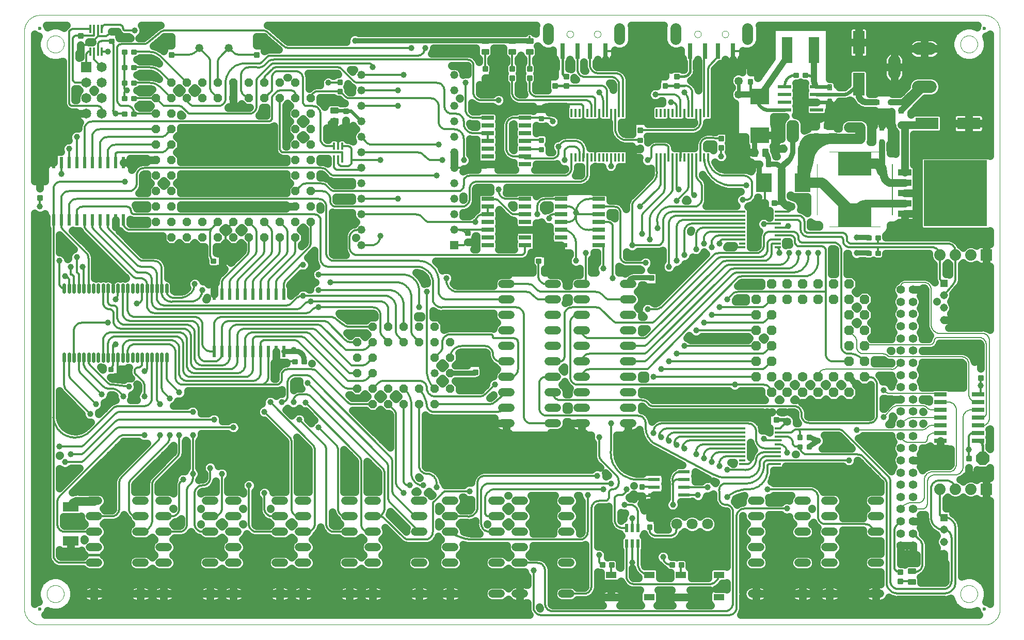
<source format=gtl>
G75*
%MOIN*%
%OFA0B0*%
%FSLAX24Y24*%
%IPPOS*%
%LPD*%
%AMOC8*
5,1,8,0,0,1.08239X$1,22.5*
%
%ADD10C,0.0000*%
%ADD11OC8,0.0520*%
%ADD12C,0.0217*%
%ADD13C,0.0520*%
%ADD14R,0.0780X0.0220*%
%ADD15R,0.0220X0.0520*%
%ADD16R,0.0520X0.0520*%
%ADD17C,0.0520*%
%ADD18R,0.0390X0.0120*%
%ADD19R,0.0137X0.0550*%
%ADD20C,0.0800*%
%ADD21R,0.0515X0.0515*%
%ADD22C,0.0515*%
%ADD23C,0.0088*%
%ADD24R,0.0709X0.0433*%
%ADD25C,0.0709*%
%ADD26R,0.0800X0.0260*%
%ADD27R,0.1500X0.0750*%
%ADD28R,0.0750X0.1500*%
%ADD29R,0.1000X0.1200*%
%ADD30R,0.1200X0.1000*%
%ADD31R,0.0669X0.1654*%
%ADD32R,0.1000X0.0600*%
%ADD33C,0.0079*%
%ADD34C,0.0236*%
%ADD35C,0.0630*%
%ADD36OC8,0.0630*%
%ADD37R,0.0220X0.0780*%
%ADD38R,0.0315X0.0984*%
%ADD39C,0.0700*%
%ADD40R,0.0866X0.0236*%
%ADD41R,0.4098X0.4252*%
%ADD42R,0.0850X0.0420*%
%ADD43R,0.0315X0.0551*%
%ADD44R,0.0315X0.0748*%
%ADD45C,0.0600*%
%ADD46C,0.0100*%
%ADD47R,0.0740X0.0740*%
%ADD48C,0.0740*%
%ADD49C,0.0554*%
%ADD50OC8,0.0850*%
%ADD51C,0.0080*%
%ADD52R,0.2165X0.1575*%
%ADD53R,0.0140X0.0460*%
%ADD54R,0.0140X0.0520*%
%ADD55R,0.0650X0.0650*%
%ADD56C,0.0650*%
%ADD57C,0.0500*%
%ADD58C,0.0120*%
%ADD59C,0.0396*%
%ADD60C,0.0160*%
%ADD61C,0.0240*%
%ADD62C,0.0357*%
%ADD63C,0.0320*%
%ADD64C,0.0400*%
%ADD65C,0.0531*%
%ADD66C,0.0560*%
%ADD67C,0.0660*%
D10*
X000350Y001350D02*
X000350Y038720D01*
X000352Y038780D01*
X000357Y038841D01*
X000366Y038900D01*
X000379Y038959D01*
X000395Y039018D01*
X000415Y039075D01*
X000438Y039130D01*
X000465Y039185D01*
X000494Y039237D01*
X000527Y039288D01*
X000563Y039337D01*
X000601Y039383D01*
X000643Y039427D01*
X000687Y039469D01*
X000733Y039507D01*
X000782Y039543D01*
X000833Y039576D01*
X000885Y039605D01*
X000940Y039632D01*
X000995Y039655D01*
X001052Y039675D01*
X001111Y039691D01*
X001170Y039704D01*
X001229Y039713D01*
X001290Y039718D01*
X001350Y039720D01*
X062342Y039720D01*
X062402Y039718D01*
X062463Y039713D01*
X062522Y039704D01*
X062581Y039691D01*
X062640Y039675D01*
X062697Y039655D01*
X062752Y039632D01*
X062807Y039605D01*
X062859Y039576D01*
X062910Y039543D01*
X062959Y039507D01*
X063005Y039469D01*
X063049Y039427D01*
X063091Y039383D01*
X063129Y039337D01*
X063165Y039288D01*
X063198Y039237D01*
X063227Y039185D01*
X063254Y039130D01*
X063277Y039075D01*
X063297Y039018D01*
X063313Y038959D01*
X063326Y038900D01*
X063335Y038841D01*
X063340Y038780D01*
X063342Y038720D01*
X063342Y001350D01*
X063340Y001290D01*
X063335Y001229D01*
X063326Y001170D01*
X063313Y001111D01*
X063297Y001052D01*
X063277Y000995D01*
X063254Y000940D01*
X063227Y000885D01*
X063198Y000833D01*
X063165Y000782D01*
X063129Y000733D01*
X063091Y000687D01*
X063049Y000643D01*
X063005Y000601D01*
X062959Y000563D01*
X062910Y000527D01*
X062859Y000494D01*
X062807Y000465D01*
X062752Y000438D01*
X062697Y000415D01*
X062640Y000395D01*
X062581Y000379D01*
X062522Y000366D01*
X062463Y000357D01*
X062402Y000352D01*
X062342Y000350D01*
X001350Y000350D01*
X001290Y000352D01*
X001229Y000357D01*
X001170Y000366D01*
X001111Y000379D01*
X001052Y000395D01*
X000995Y000415D01*
X000940Y000438D01*
X000885Y000465D01*
X000833Y000494D01*
X000782Y000527D01*
X000733Y000563D01*
X000687Y000601D01*
X000643Y000643D01*
X000601Y000687D01*
X000563Y000733D01*
X000527Y000782D01*
X000494Y000833D01*
X000465Y000885D01*
X000438Y000940D01*
X000415Y000995D01*
X000395Y001052D01*
X000379Y001111D01*
X000366Y001170D01*
X000357Y001229D01*
X000352Y001290D01*
X000350Y001350D01*
X001799Y002350D02*
X001801Y002397D01*
X001807Y002443D01*
X001817Y002489D01*
X001830Y002534D01*
X001848Y002577D01*
X001869Y002619D01*
X001893Y002659D01*
X001921Y002696D01*
X001952Y002731D01*
X001986Y002764D01*
X002022Y002793D01*
X002061Y002819D01*
X002102Y002842D01*
X002145Y002861D01*
X002189Y002877D01*
X002234Y002889D01*
X002280Y002897D01*
X002327Y002901D01*
X002373Y002901D01*
X002420Y002897D01*
X002466Y002889D01*
X002511Y002877D01*
X002555Y002861D01*
X002598Y002842D01*
X002639Y002819D01*
X002678Y002793D01*
X002714Y002764D01*
X002748Y002731D01*
X002779Y002696D01*
X002807Y002659D01*
X002831Y002619D01*
X002852Y002577D01*
X002870Y002534D01*
X002883Y002489D01*
X002893Y002443D01*
X002899Y002397D01*
X002901Y002350D01*
X002899Y002303D01*
X002893Y002257D01*
X002883Y002211D01*
X002870Y002166D01*
X002852Y002123D01*
X002831Y002081D01*
X002807Y002041D01*
X002779Y002004D01*
X002748Y001969D01*
X002714Y001936D01*
X002678Y001907D01*
X002639Y001881D01*
X002598Y001858D01*
X002555Y001839D01*
X002511Y001823D01*
X002466Y001811D01*
X002420Y001803D01*
X002373Y001799D01*
X002327Y001799D01*
X002280Y001803D01*
X002234Y001811D01*
X002189Y001823D01*
X002145Y001839D01*
X002102Y001858D01*
X002061Y001881D01*
X002022Y001907D01*
X001986Y001936D01*
X001952Y001969D01*
X001921Y002004D01*
X001893Y002041D01*
X001869Y002081D01*
X001848Y002123D01*
X001830Y002166D01*
X001817Y002211D01*
X001807Y002257D01*
X001801Y002303D01*
X001799Y002350D01*
X001799Y037850D02*
X001801Y037897D01*
X001807Y037943D01*
X001817Y037989D01*
X001830Y038034D01*
X001848Y038077D01*
X001869Y038119D01*
X001893Y038159D01*
X001921Y038196D01*
X001952Y038231D01*
X001986Y038264D01*
X002022Y038293D01*
X002061Y038319D01*
X002102Y038342D01*
X002145Y038361D01*
X002189Y038377D01*
X002234Y038389D01*
X002280Y038397D01*
X002327Y038401D01*
X002373Y038401D01*
X002420Y038397D01*
X002466Y038389D01*
X002511Y038377D01*
X002555Y038361D01*
X002598Y038342D01*
X002639Y038319D01*
X002678Y038293D01*
X002714Y038264D01*
X002748Y038231D01*
X002779Y038196D01*
X002807Y038159D01*
X002831Y038119D01*
X002852Y038077D01*
X002870Y038034D01*
X002883Y037989D01*
X002893Y037943D01*
X002899Y037897D01*
X002901Y037850D01*
X002899Y037803D01*
X002893Y037757D01*
X002883Y037711D01*
X002870Y037666D01*
X002852Y037623D01*
X002831Y037581D01*
X002807Y037541D01*
X002779Y037504D01*
X002748Y037469D01*
X002714Y037436D01*
X002678Y037407D01*
X002639Y037381D01*
X002598Y037358D01*
X002555Y037339D01*
X002511Y037323D01*
X002466Y037311D01*
X002420Y037303D01*
X002373Y037299D01*
X002327Y037299D01*
X002280Y037303D01*
X002234Y037311D01*
X002189Y037323D01*
X002145Y037339D01*
X002102Y037358D01*
X002061Y037381D01*
X002022Y037407D01*
X001986Y037436D01*
X001952Y037469D01*
X001921Y037504D01*
X001893Y037541D01*
X001869Y037581D01*
X001848Y037623D01*
X001830Y037666D01*
X001817Y037711D01*
X001807Y037757D01*
X001801Y037803D01*
X001799Y037850D01*
X034015Y038209D02*
X034017Y038234D01*
X034023Y038258D01*
X034032Y038280D01*
X034045Y038301D01*
X034061Y038320D01*
X034080Y038336D01*
X034101Y038349D01*
X034123Y038358D01*
X034147Y038364D01*
X034172Y038366D01*
X034197Y038364D01*
X034221Y038358D01*
X034243Y038349D01*
X034264Y038336D01*
X034283Y038320D01*
X034299Y038301D01*
X034312Y038280D01*
X034321Y038258D01*
X034327Y038234D01*
X034329Y038209D01*
X034327Y038184D01*
X034321Y038160D01*
X034312Y038138D01*
X034299Y038117D01*
X034283Y038098D01*
X034264Y038082D01*
X034243Y038069D01*
X034221Y038060D01*
X034197Y038054D01*
X034172Y038052D01*
X034147Y038054D01*
X034123Y038060D01*
X034101Y038069D01*
X034080Y038082D01*
X034061Y038098D01*
X034045Y038117D01*
X034032Y038138D01*
X034023Y038160D01*
X034017Y038184D01*
X034015Y038209D01*
X034015Y038367D02*
X034017Y038392D01*
X034023Y038416D01*
X034032Y038438D01*
X034045Y038459D01*
X034061Y038478D01*
X034080Y038494D01*
X034101Y038507D01*
X034123Y038516D01*
X034147Y038522D01*
X034172Y038524D01*
X034197Y038522D01*
X034221Y038516D01*
X034243Y038507D01*
X034264Y038494D01*
X034283Y038478D01*
X034299Y038459D01*
X034312Y038438D01*
X034321Y038416D01*
X034327Y038392D01*
X034329Y038367D01*
X034327Y038342D01*
X034321Y038318D01*
X034312Y038296D01*
X034299Y038275D01*
X034283Y038256D01*
X034264Y038240D01*
X034243Y038227D01*
X034221Y038218D01*
X034197Y038212D01*
X034172Y038210D01*
X034147Y038212D01*
X034123Y038218D01*
X034101Y038227D01*
X034080Y038240D01*
X034061Y038256D01*
X034045Y038275D01*
X034032Y038296D01*
X034023Y038318D01*
X034017Y038342D01*
X034015Y038367D01*
X034015Y038682D02*
X034017Y038707D01*
X034023Y038731D01*
X034032Y038753D01*
X034045Y038774D01*
X034061Y038793D01*
X034080Y038809D01*
X034101Y038822D01*
X034123Y038831D01*
X034147Y038837D01*
X034172Y038839D01*
X034197Y038837D01*
X034221Y038831D01*
X034243Y038822D01*
X034264Y038809D01*
X034283Y038793D01*
X034299Y038774D01*
X034312Y038753D01*
X034321Y038731D01*
X034327Y038707D01*
X034329Y038682D01*
X034327Y038657D01*
X034321Y038633D01*
X034312Y038611D01*
X034299Y038590D01*
X034283Y038571D01*
X034264Y038555D01*
X034243Y038542D01*
X034221Y038533D01*
X034197Y038527D01*
X034172Y038525D01*
X034147Y038527D01*
X034123Y038533D01*
X034101Y038542D01*
X034080Y038555D01*
X034061Y038571D01*
X034045Y038590D01*
X034032Y038611D01*
X034023Y038633D01*
X034017Y038657D01*
X034015Y038682D01*
X034015Y038839D02*
X034017Y038864D01*
X034023Y038888D01*
X034032Y038910D01*
X034045Y038931D01*
X034061Y038950D01*
X034080Y038966D01*
X034101Y038979D01*
X034123Y038988D01*
X034147Y038994D01*
X034172Y038996D01*
X034197Y038994D01*
X034221Y038988D01*
X034243Y038979D01*
X034264Y038966D01*
X034283Y038950D01*
X034299Y038931D01*
X034312Y038910D01*
X034321Y038888D01*
X034327Y038864D01*
X034329Y038839D01*
X034327Y038814D01*
X034321Y038790D01*
X034312Y038768D01*
X034299Y038747D01*
X034283Y038728D01*
X034264Y038712D01*
X034243Y038699D01*
X034221Y038690D01*
X034197Y038684D01*
X034172Y038682D01*
X034147Y038684D01*
X034123Y038690D01*
X034101Y038699D01*
X034080Y038712D01*
X034061Y038728D01*
X034045Y038747D01*
X034032Y038768D01*
X034023Y038790D01*
X034017Y038814D01*
X034015Y038839D01*
X035372Y038497D02*
X035374Y038526D01*
X035380Y038554D01*
X035389Y038582D01*
X035402Y038608D01*
X035419Y038631D01*
X035438Y038653D01*
X035460Y038672D01*
X035485Y038687D01*
X035511Y038700D01*
X035539Y038708D01*
X035567Y038713D01*
X035596Y038714D01*
X035625Y038711D01*
X035653Y038704D01*
X035680Y038694D01*
X035706Y038680D01*
X035729Y038663D01*
X035750Y038643D01*
X035768Y038620D01*
X035783Y038595D01*
X035794Y038568D01*
X035802Y038540D01*
X035806Y038511D01*
X035806Y038483D01*
X035802Y038454D01*
X035794Y038426D01*
X035783Y038399D01*
X035768Y038374D01*
X035750Y038351D01*
X035729Y038331D01*
X035706Y038314D01*
X035680Y038300D01*
X035653Y038290D01*
X035625Y038283D01*
X035596Y038280D01*
X035567Y038281D01*
X035539Y038286D01*
X035511Y038294D01*
X035485Y038307D01*
X035460Y038322D01*
X035438Y038341D01*
X035419Y038363D01*
X035402Y038386D01*
X035389Y038412D01*
X035380Y038440D01*
X035374Y038468D01*
X035372Y038497D01*
X037144Y038497D02*
X037146Y038526D01*
X037152Y038554D01*
X037161Y038582D01*
X037174Y038608D01*
X037191Y038631D01*
X037210Y038653D01*
X037232Y038672D01*
X037257Y038687D01*
X037283Y038700D01*
X037311Y038708D01*
X037339Y038713D01*
X037368Y038714D01*
X037397Y038711D01*
X037425Y038704D01*
X037452Y038694D01*
X037478Y038680D01*
X037501Y038663D01*
X037522Y038643D01*
X037540Y038620D01*
X037555Y038595D01*
X037566Y038568D01*
X037574Y038540D01*
X037578Y038511D01*
X037578Y038483D01*
X037574Y038454D01*
X037566Y038426D01*
X037555Y038399D01*
X037540Y038374D01*
X037522Y038351D01*
X037501Y038331D01*
X037478Y038314D01*
X037452Y038300D01*
X037425Y038290D01*
X037397Y038283D01*
X037368Y038280D01*
X037339Y038281D01*
X037311Y038286D01*
X037283Y038294D01*
X037257Y038307D01*
X037232Y038322D01*
X037210Y038341D01*
X037191Y038363D01*
X037174Y038386D01*
X037161Y038412D01*
X037152Y038440D01*
X037146Y038468D01*
X037144Y038497D01*
X038621Y038367D02*
X038623Y038392D01*
X038629Y038416D01*
X038638Y038438D01*
X038651Y038459D01*
X038667Y038478D01*
X038686Y038494D01*
X038707Y038507D01*
X038729Y038516D01*
X038753Y038522D01*
X038778Y038524D01*
X038803Y038522D01*
X038827Y038516D01*
X038849Y038507D01*
X038870Y038494D01*
X038889Y038478D01*
X038905Y038459D01*
X038918Y038438D01*
X038927Y038416D01*
X038933Y038392D01*
X038935Y038367D01*
X038933Y038342D01*
X038927Y038318D01*
X038918Y038296D01*
X038905Y038275D01*
X038889Y038256D01*
X038870Y038240D01*
X038849Y038227D01*
X038827Y038218D01*
X038803Y038212D01*
X038778Y038210D01*
X038753Y038212D01*
X038729Y038218D01*
X038707Y038227D01*
X038686Y038240D01*
X038667Y038256D01*
X038651Y038275D01*
X038638Y038296D01*
X038629Y038318D01*
X038623Y038342D01*
X038621Y038367D01*
X038621Y038209D02*
X038623Y038234D01*
X038629Y038258D01*
X038638Y038280D01*
X038651Y038301D01*
X038667Y038320D01*
X038686Y038336D01*
X038707Y038349D01*
X038729Y038358D01*
X038753Y038364D01*
X038778Y038366D01*
X038803Y038364D01*
X038827Y038358D01*
X038849Y038349D01*
X038870Y038336D01*
X038889Y038320D01*
X038905Y038301D01*
X038918Y038280D01*
X038927Y038258D01*
X038933Y038234D01*
X038935Y038209D01*
X038933Y038184D01*
X038927Y038160D01*
X038918Y038138D01*
X038905Y038117D01*
X038889Y038098D01*
X038870Y038082D01*
X038849Y038069D01*
X038827Y038060D01*
X038803Y038054D01*
X038778Y038052D01*
X038753Y038054D01*
X038729Y038060D01*
X038707Y038069D01*
X038686Y038082D01*
X038667Y038098D01*
X038651Y038117D01*
X038638Y038138D01*
X038629Y038160D01*
X038623Y038184D01*
X038621Y038209D01*
X038621Y038682D02*
X038623Y038707D01*
X038629Y038731D01*
X038638Y038753D01*
X038651Y038774D01*
X038667Y038793D01*
X038686Y038809D01*
X038707Y038822D01*
X038729Y038831D01*
X038753Y038837D01*
X038778Y038839D01*
X038803Y038837D01*
X038827Y038831D01*
X038849Y038822D01*
X038870Y038809D01*
X038889Y038793D01*
X038905Y038774D01*
X038918Y038753D01*
X038927Y038731D01*
X038933Y038707D01*
X038935Y038682D01*
X038933Y038657D01*
X038927Y038633D01*
X038918Y038611D01*
X038905Y038590D01*
X038889Y038571D01*
X038870Y038555D01*
X038849Y038542D01*
X038827Y038533D01*
X038803Y038527D01*
X038778Y038525D01*
X038753Y038527D01*
X038729Y038533D01*
X038707Y038542D01*
X038686Y038555D01*
X038667Y038571D01*
X038651Y038590D01*
X038638Y038611D01*
X038629Y038633D01*
X038623Y038657D01*
X038621Y038682D01*
X038621Y038839D02*
X038623Y038864D01*
X038629Y038888D01*
X038638Y038910D01*
X038651Y038931D01*
X038667Y038950D01*
X038686Y038966D01*
X038707Y038979D01*
X038729Y038988D01*
X038753Y038994D01*
X038778Y038996D01*
X038803Y038994D01*
X038827Y038988D01*
X038849Y038979D01*
X038870Y038966D01*
X038889Y038950D01*
X038905Y038931D01*
X038918Y038910D01*
X038927Y038888D01*
X038933Y038864D01*
X038935Y038839D01*
X038933Y038814D01*
X038927Y038790D01*
X038918Y038768D01*
X038905Y038747D01*
X038889Y038728D01*
X038870Y038712D01*
X038849Y038699D01*
X038827Y038690D01*
X038803Y038684D01*
X038778Y038682D01*
X038753Y038684D01*
X038729Y038690D01*
X038707Y038699D01*
X038686Y038712D01*
X038667Y038728D01*
X038651Y038747D01*
X038638Y038768D01*
X038629Y038790D01*
X038623Y038814D01*
X038621Y038839D01*
X042265Y038839D02*
X042267Y038864D01*
X042273Y038888D01*
X042282Y038910D01*
X042295Y038931D01*
X042311Y038950D01*
X042330Y038966D01*
X042351Y038979D01*
X042373Y038988D01*
X042397Y038994D01*
X042422Y038996D01*
X042447Y038994D01*
X042471Y038988D01*
X042493Y038979D01*
X042514Y038966D01*
X042533Y038950D01*
X042549Y038931D01*
X042562Y038910D01*
X042571Y038888D01*
X042577Y038864D01*
X042579Y038839D01*
X042577Y038814D01*
X042571Y038790D01*
X042562Y038768D01*
X042549Y038747D01*
X042533Y038728D01*
X042514Y038712D01*
X042493Y038699D01*
X042471Y038690D01*
X042447Y038684D01*
X042422Y038682D01*
X042397Y038684D01*
X042373Y038690D01*
X042351Y038699D01*
X042330Y038712D01*
X042311Y038728D01*
X042295Y038747D01*
X042282Y038768D01*
X042273Y038790D01*
X042267Y038814D01*
X042265Y038839D01*
X042265Y038682D02*
X042267Y038707D01*
X042273Y038731D01*
X042282Y038753D01*
X042295Y038774D01*
X042311Y038793D01*
X042330Y038809D01*
X042351Y038822D01*
X042373Y038831D01*
X042397Y038837D01*
X042422Y038839D01*
X042447Y038837D01*
X042471Y038831D01*
X042493Y038822D01*
X042514Y038809D01*
X042533Y038793D01*
X042549Y038774D01*
X042562Y038753D01*
X042571Y038731D01*
X042577Y038707D01*
X042579Y038682D01*
X042577Y038657D01*
X042571Y038633D01*
X042562Y038611D01*
X042549Y038590D01*
X042533Y038571D01*
X042514Y038555D01*
X042493Y038542D01*
X042471Y038533D01*
X042447Y038527D01*
X042422Y038525D01*
X042397Y038527D01*
X042373Y038533D01*
X042351Y038542D01*
X042330Y038555D01*
X042311Y038571D01*
X042295Y038590D01*
X042282Y038611D01*
X042273Y038633D01*
X042267Y038657D01*
X042265Y038682D01*
X042265Y038367D02*
X042267Y038392D01*
X042273Y038416D01*
X042282Y038438D01*
X042295Y038459D01*
X042311Y038478D01*
X042330Y038494D01*
X042351Y038507D01*
X042373Y038516D01*
X042397Y038522D01*
X042422Y038524D01*
X042447Y038522D01*
X042471Y038516D01*
X042493Y038507D01*
X042514Y038494D01*
X042533Y038478D01*
X042549Y038459D01*
X042562Y038438D01*
X042571Y038416D01*
X042577Y038392D01*
X042579Y038367D01*
X042577Y038342D01*
X042571Y038318D01*
X042562Y038296D01*
X042549Y038275D01*
X042533Y038256D01*
X042514Y038240D01*
X042493Y038227D01*
X042471Y038218D01*
X042447Y038212D01*
X042422Y038210D01*
X042397Y038212D01*
X042373Y038218D01*
X042351Y038227D01*
X042330Y038240D01*
X042311Y038256D01*
X042295Y038275D01*
X042282Y038296D01*
X042273Y038318D01*
X042267Y038342D01*
X042265Y038367D01*
X042265Y038209D02*
X042267Y038234D01*
X042273Y038258D01*
X042282Y038280D01*
X042295Y038301D01*
X042311Y038320D01*
X042330Y038336D01*
X042351Y038349D01*
X042373Y038358D01*
X042397Y038364D01*
X042422Y038366D01*
X042447Y038364D01*
X042471Y038358D01*
X042493Y038349D01*
X042514Y038336D01*
X042533Y038320D01*
X042549Y038301D01*
X042562Y038280D01*
X042571Y038258D01*
X042577Y038234D01*
X042579Y038209D01*
X042577Y038184D01*
X042571Y038160D01*
X042562Y038138D01*
X042549Y038117D01*
X042533Y038098D01*
X042514Y038082D01*
X042493Y038069D01*
X042471Y038060D01*
X042447Y038054D01*
X042422Y038052D01*
X042397Y038054D01*
X042373Y038060D01*
X042351Y038069D01*
X042330Y038082D01*
X042311Y038098D01*
X042295Y038117D01*
X042282Y038138D01*
X042273Y038160D01*
X042267Y038184D01*
X042265Y038209D01*
X043622Y038497D02*
X043624Y038526D01*
X043630Y038554D01*
X043639Y038582D01*
X043652Y038608D01*
X043669Y038631D01*
X043688Y038653D01*
X043710Y038672D01*
X043735Y038687D01*
X043761Y038700D01*
X043789Y038708D01*
X043817Y038713D01*
X043846Y038714D01*
X043875Y038711D01*
X043903Y038704D01*
X043930Y038694D01*
X043956Y038680D01*
X043979Y038663D01*
X044000Y038643D01*
X044018Y038620D01*
X044033Y038595D01*
X044044Y038568D01*
X044052Y038540D01*
X044056Y038511D01*
X044056Y038483D01*
X044052Y038454D01*
X044044Y038426D01*
X044033Y038399D01*
X044018Y038374D01*
X044000Y038351D01*
X043979Y038331D01*
X043956Y038314D01*
X043930Y038300D01*
X043903Y038290D01*
X043875Y038283D01*
X043846Y038280D01*
X043817Y038281D01*
X043789Y038286D01*
X043761Y038294D01*
X043735Y038307D01*
X043710Y038322D01*
X043688Y038341D01*
X043669Y038363D01*
X043652Y038386D01*
X043639Y038412D01*
X043630Y038440D01*
X043624Y038468D01*
X043622Y038497D01*
X045394Y038497D02*
X045396Y038526D01*
X045402Y038554D01*
X045411Y038582D01*
X045424Y038608D01*
X045441Y038631D01*
X045460Y038653D01*
X045482Y038672D01*
X045507Y038687D01*
X045533Y038700D01*
X045561Y038708D01*
X045589Y038713D01*
X045618Y038714D01*
X045647Y038711D01*
X045675Y038704D01*
X045702Y038694D01*
X045728Y038680D01*
X045751Y038663D01*
X045772Y038643D01*
X045790Y038620D01*
X045805Y038595D01*
X045816Y038568D01*
X045824Y038540D01*
X045828Y038511D01*
X045828Y038483D01*
X045824Y038454D01*
X045816Y038426D01*
X045805Y038399D01*
X045790Y038374D01*
X045772Y038351D01*
X045751Y038331D01*
X045728Y038314D01*
X045702Y038300D01*
X045675Y038290D01*
X045647Y038283D01*
X045618Y038280D01*
X045589Y038281D01*
X045561Y038286D01*
X045533Y038294D01*
X045507Y038307D01*
X045482Y038322D01*
X045460Y038341D01*
X045441Y038363D01*
X045424Y038386D01*
X045411Y038412D01*
X045402Y038440D01*
X045396Y038468D01*
X045394Y038497D01*
X046871Y038367D02*
X046873Y038392D01*
X046879Y038416D01*
X046888Y038438D01*
X046901Y038459D01*
X046917Y038478D01*
X046936Y038494D01*
X046957Y038507D01*
X046979Y038516D01*
X047003Y038522D01*
X047028Y038524D01*
X047053Y038522D01*
X047077Y038516D01*
X047099Y038507D01*
X047120Y038494D01*
X047139Y038478D01*
X047155Y038459D01*
X047168Y038438D01*
X047177Y038416D01*
X047183Y038392D01*
X047185Y038367D01*
X047183Y038342D01*
X047177Y038318D01*
X047168Y038296D01*
X047155Y038275D01*
X047139Y038256D01*
X047120Y038240D01*
X047099Y038227D01*
X047077Y038218D01*
X047053Y038212D01*
X047028Y038210D01*
X047003Y038212D01*
X046979Y038218D01*
X046957Y038227D01*
X046936Y038240D01*
X046917Y038256D01*
X046901Y038275D01*
X046888Y038296D01*
X046879Y038318D01*
X046873Y038342D01*
X046871Y038367D01*
X046871Y038209D02*
X046873Y038234D01*
X046879Y038258D01*
X046888Y038280D01*
X046901Y038301D01*
X046917Y038320D01*
X046936Y038336D01*
X046957Y038349D01*
X046979Y038358D01*
X047003Y038364D01*
X047028Y038366D01*
X047053Y038364D01*
X047077Y038358D01*
X047099Y038349D01*
X047120Y038336D01*
X047139Y038320D01*
X047155Y038301D01*
X047168Y038280D01*
X047177Y038258D01*
X047183Y038234D01*
X047185Y038209D01*
X047183Y038184D01*
X047177Y038160D01*
X047168Y038138D01*
X047155Y038117D01*
X047139Y038098D01*
X047120Y038082D01*
X047099Y038069D01*
X047077Y038060D01*
X047053Y038054D01*
X047028Y038052D01*
X047003Y038054D01*
X046979Y038060D01*
X046957Y038069D01*
X046936Y038082D01*
X046917Y038098D01*
X046901Y038117D01*
X046888Y038138D01*
X046879Y038160D01*
X046873Y038184D01*
X046871Y038209D01*
X046871Y038682D02*
X046873Y038707D01*
X046879Y038731D01*
X046888Y038753D01*
X046901Y038774D01*
X046917Y038793D01*
X046936Y038809D01*
X046957Y038822D01*
X046979Y038831D01*
X047003Y038837D01*
X047028Y038839D01*
X047053Y038837D01*
X047077Y038831D01*
X047099Y038822D01*
X047120Y038809D01*
X047139Y038793D01*
X047155Y038774D01*
X047168Y038753D01*
X047177Y038731D01*
X047183Y038707D01*
X047185Y038682D01*
X047183Y038657D01*
X047177Y038633D01*
X047168Y038611D01*
X047155Y038590D01*
X047139Y038571D01*
X047120Y038555D01*
X047099Y038542D01*
X047077Y038533D01*
X047053Y038527D01*
X047028Y038525D01*
X047003Y038527D01*
X046979Y038533D01*
X046957Y038542D01*
X046936Y038555D01*
X046917Y038571D01*
X046901Y038590D01*
X046888Y038611D01*
X046879Y038633D01*
X046873Y038657D01*
X046871Y038682D01*
X046871Y038839D02*
X046873Y038864D01*
X046879Y038888D01*
X046888Y038910D01*
X046901Y038931D01*
X046917Y038950D01*
X046936Y038966D01*
X046957Y038979D01*
X046979Y038988D01*
X047003Y038994D01*
X047028Y038996D01*
X047053Y038994D01*
X047077Y038988D01*
X047099Y038979D01*
X047120Y038966D01*
X047139Y038950D01*
X047155Y038931D01*
X047168Y038910D01*
X047177Y038888D01*
X047183Y038864D01*
X047185Y038839D01*
X047183Y038814D01*
X047177Y038790D01*
X047168Y038768D01*
X047155Y038747D01*
X047139Y038728D01*
X047120Y038712D01*
X047099Y038699D01*
X047077Y038690D01*
X047053Y038684D01*
X047028Y038682D01*
X047003Y038684D01*
X046979Y038690D01*
X046957Y038699D01*
X046936Y038712D01*
X046917Y038728D01*
X046901Y038747D01*
X046888Y038768D01*
X046879Y038790D01*
X046873Y038814D01*
X046871Y038839D01*
X052341Y030896D02*
X055609Y030896D01*
X051554Y030109D02*
X051554Y026841D01*
X052341Y026054D02*
X055609Y026054D01*
X060799Y037850D02*
X060801Y037897D01*
X060807Y037943D01*
X060817Y037989D01*
X060830Y038034D01*
X060848Y038077D01*
X060869Y038119D01*
X060893Y038159D01*
X060921Y038196D01*
X060952Y038231D01*
X060986Y038264D01*
X061022Y038293D01*
X061061Y038319D01*
X061102Y038342D01*
X061145Y038361D01*
X061189Y038377D01*
X061234Y038389D01*
X061280Y038397D01*
X061327Y038401D01*
X061373Y038401D01*
X061420Y038397D01*
X061466Y038389D01*
X061511Y038377D01*
X061555Y038361D01*
X061598Y038342D01*
X061639Y038319D01*
X061678Y038293D01*
X061714Y038264D01*
X061748Y038231D01*
X061779Y038196D01*
X061807Y038159D01*
X061831Y038119D01*
X061852Y038077D01*
X061870Y038034D01*
X061883Y037989D01*
X061893Y037943D01*
X061899Y037897D01*
X061901Y037850D01*
X061899Y037803D01*
X061893Y037757D01*
X061883Y037711D01*
X061870Y037666D01*
X061852Y037623D01*
X061831Y037581D01*
X061807Y037541D01*
X061779Y037504D01*
X061748Y037469D01*
X061714Y037436D01*
X061678Y037407D01*
X061639Y037381D01*
X061598Y037358D01*
X061555Y037339D01*
X061511Y037323D01*
X061466Y037311D01*
X061420Y037303D01*
X061373Y037299D01*
X061327Y037299D01*
X061280Y037303D01*
X061234Y037311D01*
X061189Y037323D01*
X061145Y037339D01*
X061102Y037358D01*
X061061Y037381D01*
X061022Y037407D01*
X060986Y037436D01*
X060952Y037469D01*
X060921Y037504D01*
X060893Y037541D01*
X060869Y037581D01*
X060848Y037623D01*
X060830Y037666D01*
X060817Y037711D01*
X060807Y037757D01*
X060801Y037803D01*
X060799Y037850D01*
X060799Y002350D02*
X060801Y002397D01*
X060807Y002443D01*
X060817Y002489D01*
X060830Y002534D01*
X060848Y002577D01*
X060869Y002619D01*
X060893Y002659D01*
X060921Y002696D01*
X060952Y002731D01*
X060986Y002764D01*
X061022Y002793D01*
X061061Y002819D01*
X061102Y002842D01*
X061145Y002861D01*
X061189Y002877D01*
X061234Y002889D01*
X061280Y002897D01*
X061327Y002901D01*
X061373Y002901D01*
X061420Y002897D01*
X061466Y002889D01*
X061511Y002877D01*
X061555Y002861D01*
X061598Y002842D01*
X061639Y002819D01*
X061678Y002793D01*
X061714Y002764D01*
X061748Y002731D01*
X061779Y002696D01*
X061807Y002659D01*
X061831Y002619D01*
X061852Y002577D01*
X061870Y002534D01*
X061883Y002489D01*
X061893Y002443D01*
X061899Y002397D01*
X061901Y002350D01*
X061899Y002303D01*
X061893Y002257D01*
X061883Y002211D01*
X061870Y002166D01*
X061852Y002123D01*
X061831Y002081D01*
X061807Y002041D01*
X061779Y002004D01*
X061748Y001969D01*
X061714Y001936D01*
X061678Y001907D01*
X061639Y001881D01*
X061598Y001858D01*
X061555Y001839D01*
X061511Y001823D01*
X061466Y001811D01*
X061420Y001803D01*
X061373Y001799D01*
X061327Y001799D01*
X061280Y001803D01*
X061234Y001811D01*
X061189Y001823D01*
X061145Y001839D01*
X061102Y001858D01*
X061061Y001881D01*
X061022Y001907D01*
X060986Y001936D01*
X060952Y001969D01*
X060921Y002004D01*
X060893Y002041D01*
X060869Y002081D01*
X060848Y002123D01*
X060830Y002166D01*
X060817Y002211D01*
X060807Y002257D01*
X060801Y002303D01*
X060799Y002350D01*
D11*
X027850Y015600D03*
X026850Y015600D03*
X026850Y014600D03*
X025850Y014600D03*
X024850Y014600D03*
X024850Y015600D03*
X025850Y015600D03*
X023850Y015600D03*
X023850Y014600D03*
X022850Y014600D03*
X022850Y015600D03*
X021850Y015600D03*
X021850Y016600D03*
X022850Y016600D03*
X022850Y017600D03*
X021850Y017600D03*
X021850Y018600D03*
X022850Y018600D03*
X022850Y019600D03*
X023850Y019600D03*
X023850Y018600D03*
X024850Y018600D03*
X025850Y018600D03*
X025850Y019600D03*
X024850Y019600D03*
X026850Y019600D03*
X026850Y018600D03*
X027850Y018600D03*
X027850Y017600D03*
X026850Y017600D03*
X027850Y016600D03*
X017850Y025350D03*
X017850Y026350D03*
X018850Y026350D03*
X018850Y027350D03*
X017850Y027350D03*
X016850Y026350D03*
X016850Y025350D03*
X015850Y025350D03*
X014850Y025350D03*
X014850Y026350D03*
X015850Y026350D03*
X013850Y026350D03*
X012850Y026350D03*
X012850Y025350D03*
X013850Y025350D03*
X011850Y025350D03*
X010850Y025350D03*
X010850Y026350D03*
X011850Y026350D03*
X009850Y026350D03*
X009850Y025350D03*
X008850Y026350D03*
X008850Y027350D03*
X009850Y027350D03*
X009850Y028350D03*
X009850Y029350D03*
X009850Y030350D03*
X009850Y031350D03*
X009850Y032350D03*
X008850Y032350D03*
X008850Y031350D03*
X008850Y030350D03*
X008850Y029350D03*
X008850Y028350D03*
X008850Y033350D03*
X008850Y034350D03*
X009850Y034350D03*
X009850Y033350D03*
X010850Y034350D03*
X011850Y034350D03*
X011850Y035350D03*
X010850Y035350D03*
X009850Y035350D03*
X012850Y035350D03*
X013850Y035350D03*
X013850Y034350D03*
X012850Y034350D03*
X014850Y034350D03*
X015850Y034350D03*
X015850Y035350D03*
X014850Y035350D03*
X016850Y035350D03*
X016850Y034350D03*
X017850Y034350D03*
X018850Y034350D03*
X018850Y033350D03*
X017850Y033350D03*
X017850Y032350D03*
X018850Y032350D03*
X018850Y031350D03*
X017850Y031350D03*
X017850Y030350D03*
X018850Y030350D03*
X018850Y029350D03*
X017850Y029350D03*
X017850Y028350D03*
X018850Y028350D03*
X017850Y035350D03*
D12*
X009532Y022293D02*
X009532Y022293D01*
X009532Y021879D01*
X009532Y021879D01*
X009532Y022293D01*
X009532Y022095D02*
X009532Y022095D01*
X009217Y022293D02*
X009217Y022293D01*
X009217Y021879D01*
X009217Y021879D01*
X009217Y022293D01*
X009217Y022095D02*
X009217Y022095D01*
X008902Y022293D02*
X008902Y022293D01*
X008902Y021879D01*
X008902Y021879D01*
X008902Y022293D01*
X008902Y022095D02*
X008902Y022095D01*
X008587Y022293D02*
X008587Y022293D01*
X008587Y021879D01*
X008587Y021879D01*
X008587Y022293D01*
X008587Y022095D02*
X008587Y022095D01*
X008272Y022293D02*
X008272Y022293D01*
X008272Y021879D01*
X008272Y021879D01*
X008272Y022293D01*
X008272Y022095D02*
X008272Y022095D01*
X007957Y022293D02*
X007957Y022293D01*
X007957Y021879D01*
X007957Y021879D01*
X007957Y022293D01*
X007957Y022095D02*
X007957Y022095D01*
X007642Y022293D02*
X007642Y022293D01*
X007642Y021879D01*
X007642Y021879D01*
X007642Y022293D01*
X007642Y022095D02*
X007642Y022095D01*
X007327Y022293D02*
X007327Y022293D01*
X007327Y021879D01*
X007327Y021879D01*
X007327Y022293D01*
X007327Y022095D02*
X007327Y022095D01*
X007012Y022293D02*
X007012Y022293D01*
X007012Y021879D01*
X007012Y021879D01*
X007012Y022293D01*
X007012Y022095D02*
X007012Y022095D01*
X006697Y022293D02*
X006697Y022293D01*
X006697Y021879D01*
X006697Y021879D01*
X006697Y022293D01*
X006697Y022095D02*
X006697Y022095D01*
X006382Y022293D02*
X006382Y022293D01*
X006382Y021879D01*
X006382Y021879D01*
X006382Y022293D01*
X006382Y022095D02*
X006382Y022095D01*
X006068Y022293D02*
X006068Y022293D01*
X006068Y021879D01*
X006068Y021879D01*
X006068Y022293D01*
X006068Y022095D02*
X006068Y022095D01*
X005753Y022293D02*
X005753Y022293D01*
X005753Y021879D01*
X005753Y021879D01*
X005753Y022293D01*
X005753Y022095D02*
X005753Y022095D01*
X005438Y022293D02*
X005438Y022293D01*
X005438Y021879D01*
X005438Y021879D01*
X005438Y022293D01*
X005438Y022095D02*
X005438Y022095D01*
X005123Y022293D02*
X005123Y022293D01*
X005123Y021879D01*
X005123Y021879D01*
X005123Y022293D01*
X005123Y022095D02*
X005123Y022095D01*
X004808Y022293D02*
X004808Y022293D01*
X004808Y021879D01*
X004808Y021879D01*
X004808Y022293D01*
X004808Y022095D02*
X004808Y022095D01*
X004493Y022293D02*
X004493Y022293D01*
X004493Y021879D01*
X004493Y021879D01*
X004493Y022293D01*
X004493Y022095D02*
X004493Y022095D01*
X004178Y022293D02*
X004178Y022293D01*
X004178Y021879D01*
X004178Y021879D01*
X004178Y022293D01*
X004178Y022095D02*
X004178Y022095D01*
X003863Y022293D02*
X003863Y022293D01*
X003863Y021879D01*
X003863Y021879D01*
X003863Y022293D01*
X003863Y022095D02*
X003863Y022095D01*
X003548Y022293D02*
X003548Y022293D01*
X003548Y021879D01*
X003548Y021879D01*
X003548Y022293D01*
X003548Y022095D02*
X003548Y022095D01*
X003233Y022293D02*
X003233Y022293D01*
X003233Y021879D01*
X003233Y021879D01*
X003233Y022293D01*
X003233Y022095D02*
X003233Y022095D01*
X002918Y022293D02*
X002918Y022293D01*
X002918Y021879D01*
X002918Y021879D01*
X002918Y022293D01*
X002918Y022095D02*
X002918Y022095D01*
X002918Y017407D02*
X002918Y017407D01*
X002918Y017821D01*
X002918Y017821D01*
X002918Y017407D01*
X002918Y017623D02*
X002918Y017623D01*
X003233Y017407D02*
X003233Y017407D01*
X003233Y017821D01*
X003233Y017821D01*
X003233Y017407D01*
X003233Y017623D02*
X003233Y017623D01*
X003548Y017407D02*
X003548Y017407D01*
X003548Y017821D01*
X003548Y017821D01*
X003548Y017407D01*
X003548Y017623D02*
X003548Y017623D01*
X003863Y017407D02*
X003863Y017407D01*
X003863Y017821D01*
X003863Y017821D01*
X003863Y017407D01*
X003863Y017623D02*
X003863Y017623D01*
X004178Y017407D02*
X004178Y017407D01*
X004178Y017821D01*
X004178Y017821D01*
X004178Y017407D01*
X004178Y017623D02*
X004178Y017623D01*
X004493Y017407D02*
X004493Y017407D01*
X004493Y017821D01*
X004493Y017821D01*
X004493Y017407D01*
X004493Y017623D02*
X004493Y017623D01*
X004808Y017407D02*
X004808Y017407D01*
X004808Y017821D01*
X004808Y017821D01*
X004808Y017407D01*
X004808Y017623D02*
X004808Y017623D01*
X005123Y017407D02*
X005123Y017407D01*
X005123Y017821D01*
X005123Y017821D01*
X005123Y017407D01*
X005123Y017623D02*
X005123Y017623D01*
X005438Y017407D02*
X005438Y017407D01*
X005438Y017821D01*
X005438Y017821D01*
X005438Y017407D01*
X005438Y017623D02*
X005438Y017623D01*
X005753Y017407D02*
X005753Y017407D01*
X005753Y017821D01*
X005753Y017821D01*
X005753Y017407D01*
X005753Y017623D02*
X005753Y017623D01*
X006068Y017407D02*
X006068Y017407D01*
X006068Y017821D01*
X006068Y017821D01*
X006068Y017407D01*
X006068Y017623D02*
X006068Y017623D01*
X006382Y017407D02*
X006382Y017407D01*
X006382Y017821D01*
X006382Y017821D01*
X006382Y017407D01*
X006382Y017623D02*
X006382Y017623D01*
X006697Y017407D02*
X006697Y017407D01*
X006697Y017821D01*
X006697Y017821D01*
X006697Y017407D01*
X006697Y017623D02*
X006697Y017623D01*
X007012Y017407D02*
X007012Y017407D01*
X007012Y017821D01*
X007012Y017821D01*
X007012Y017407D01*
X007012Y017623D02*
X007012Y017623D01*
X007327Y017407D02*
X007327Y017407D01*
X007327Y017821D01*
X007327Y017821D01*
X007327Y017407D01*
X007327Y017623D02*
X007327Y017623D01*
X007642Y017407D02*
X007642Y017407D01*
X007642Y017821D01*
X007642Y017821D01*
X007642Y017407D01*
X007642Y017623D02*
X007642Y017623D01*
X007957Y017407D02*
X007957Y017407D01*
X007957Y017821D01*
X007957Y017821D01*
X007957Y017407D01*
X007957Y017623D02*
X007957Y017623D01*
X008272Y017407D02*
X008272Y017407D01*
X008272Y017821D01*
X008272Y017821D01*
X008272Y017407D01*
X008272Y017623D02*
X008272Y017623D01*
X008587Y017407D02*
X008587Y017407D01*
X008587Y017821D01*
X008587Y017821D01*
X008587Y017407D01*
X008587Y017623D02*
X008587Y017623D01*
X008902Y017407D02*
X008902Y017407D01*
X008902Y017821D01*
X008902Y017821D01*
X008902Y017407D01*
X008902Y017623D02*
X008902Y017623D01*
X009217Y017407D02*
X009217Y017407D01*
X009217Y017821D01*
X009217Y017821D01*
X009217Y017407D01*
X009217Y017623D02*
X009217Y017623D01*
X009532Y017407D02*
X009532Y017407D01*
X009532Y017821D01*
X009532Y017821D01*
X009532Y017407D01*
X009532Y017623D02*
X009532Y017623D01*
D13*
X009610Y008350D02*
X009090Y008350D01*
X008110Y008350D02*
X007590Y008350D01*
X007590Y007350D02*
X008110Y007350D01*
X009090Y007350D02*
X009610Y007350D01*
X009610Y006350D02*
X009090Y006350D01*
X008110Y006350D02*
X007590Y006350D01*
X009090Y005350D02*
X009610Y005350D01*
X009610Y004350D02*
X009090Y004350D01*
X008110Y004350D02*
X007590Y004350D01*
X005110Y004350D02*
X004590Y004350D01*
X004590Y005350D02*
X005110Y005350D01*
X005110Y006350D02*
X004590Y006350D01*
X004590Y007350D02*
X005110Y007350D01*
X005110Y008350D02*
X004590Y008350D01*
X012090Y008350D02*
X012610Y008350D01*
X013590Y008350D02*
X014110Y008350D01*
X014110Y007350D02*
X013590Y007350D01*
X012610Y007350D02*
X012090Y007350D01*
X012090Y006350D02*
X012610Y006350D01*
X013590Y006350D02*
X014110Y006350D01*
X014110Y005350D02*
X013590Y005350D01*
X013590Y004350D02*
X014110Y004350D01*
X012610Y004350D02*
X012090Y004350D01*
X012090Y002350D02*
X012610Y002350D01*
X013590Y002350D02*
X014110Y002350D01*
X016590Y002350D02*
X017110Y002350D01*
X018090Y002350D02*
X018610Y002350D01*
X018610Y004350D02*
X018090Y004350D01*
X017110Y004350D02*
X016590Y004350D01*
X018090Y005350D02*
X018610Y005350D01*
X018610Y006350D02*
X018090Y006350D01*
X017110Y006350D02*
X016590Y006350D01*
X016590Y007350D02*
X017110Y007350D01*
X018090Y007350D02*
X018610Y007350D01*
X018610Y008350D02*
X018090Y008350D01*
X017110Y008350D02*
X016590Y008350D01*
X021090Y008350D02*
X021610Y008350D01*
X022590Y008350D02*
X023110Y008350D01*
X023110Y007350D02*
X022590Y007350D01*
X021610Y007350D02*
X021090Y007350D01*
X021090Y006350D02*
X021610Y006350D01*
X022590Y006350D02*
X023110Y006350D01*
X023110Y005350D02*
X022590Y005350D01*
X022590Y004350D02*
X023110Y004350D01*
X021610Y004350D02*
X021090Y004350D01*
X021090Y002350D02*
X021610Y002350D01*
X022590Y002350D02*
X023110Y002350D01*
X025590Y002350D02*
X026110Y002350D01*
X027590Y002350D02*
X028110Y002350D01*
X028110Y004350D02*
X027590Y004350D01*
X027590Y005350D02*
X028110Y005350D01*
X028110Y006350D02*
X027590Y006350D01*
X027590Y007350D02*
X028110Y007350D01*
X028110Y008350D02*
X027590Y008350D01*
X026110Y008350D02*
X025590Y008350D01*
X025590Y007350D02*
X026110Y007350D01*
X026110Y006350D02*
X025590Y006350D01*
X025590Y004350D02*
X026110Y004350D01*
X030590Y004350D02*
X031110Y004350D01*
X032090Y004350D02*
X032610Y004350D01*
X032610Y005350D02*
X032090Y005350D01*
X032090Y006350D02*
X032610Y006350D01*
X032610Y007350D02*
X032090Y007350D01*
X031110Y007350D02*
X030590Y007350D01*
X030590Y008350D02*
X031110Y008350D01*
X032090Y008350D02*
X032610Y008350D01*
X035090Y008350D02*
X035610Y008350D01*
X035610Y007350D02*
X035090Y007350D01*
X035090Y006350D02*
X035610Y006350D01*
X035610Y004350D02*
X035090Y004350D01*
X035090Y002350D02*
X035610Y002350D01*
X032610Y002350D02*
X032090Y002350D01*
X031110Y002350D02*
X030590Y002350D01*
X030590Y006350D02*
X031110Y006350D01*
X031215Y013350D02*
X031735Y013350D01*
X031735Y014350D02*
X031215Y014350D01*
X031215Y015350D02*
X031735Y015350D01*
X031735Y016350D02*
X031215Y016350D01*
X031215Y017350D02*
X031735Y017350D01*
X031735Y018350D02*
X031215Y018350D01*
X031215Y019350D02*
X031735Y019350D01*
X031735Y020350D02*
X031215Y020350D01*
X031215Y021350D02*
X031735Y021350D01*
X031735Y022350D02*
X031215Y022350D01*
X034215Y022350D02*
X034735Y022350D01*
X036090Y022350D02*
X036610Y022350D01*
X036610Y021350D02*
X036090Y021350D01*
X036090Y020350D02*
X036610Y020350D01*
X036610Y019350D02*
X036090Y019350D01*
X036090Y018350D02*
X036610Y018350D01*
X036610Y017350D02*
X036090Y017350D01*
X034735Y017350D02*
X034215Y017350D01*
X034215Y018350D02*
X034735Y018350D01*
X034735Y019350D02*
X034215Y019350D01*
X034215Y020350D02*
X034735Y020350D01*
X034735Y021350D02*
X034215Y021350D01*
X039090Y021350D02*
X039610Y021350D01*
X039610Y020350D02*
X039090Y020350D01*
X039090Y019350D02*
X039610Y019350D01*
X039610Y018350D02*
X039090Y018350D01*
X039090Y017350D02*
X039610Y017350D01*
X039610Y016350D02*
X039090Y016350D01*
X039090Y015350D02*
X039610Y015350D01*
X039610Y014350D02*
X039090Y014350D01*
X039090Y013350D02*
X039610Y013350D01*
X036610Y013350D02*
X036090Y013350D01*
X036090Y014350D02*
X036610Y014350D01*
X036610Y015350D02*
X036090Y015350D01*
X036090Y016350D02*
X036610Y016350D01*
X034735Y016350D02*
X034215Y016350D01*
X034215Y015350D02*
X034735Y015350D01*
X034735Y014350D02*
X034215Y014350D01*
X034215Y013350D02*
X034735Y013350D01*
X039090Y022350D02*
X039610Y022350D01*
X047340Y008350D02*
X047860Y008350D01*
X047860Y007350D02*
X047340Y007350D01*
X047340Y006350D02*
X047860Y006350D01*
X047860Y005350D02*
X047340Y005350D01*
X047340Y004350D02*
X047860Y004350D01*
X047860Y002350D02*
X047340Y002350D01*
X050340Y002350D02*
X050860Y002350D01*
X052090Y002350D02*
X052610Y002350D01*
X052610Y004350D02*
X052090Y004350D01*
X052090Y005350D02*
X052610Y005350D01*
X052610Y006350D02*
X052090Y006350D01*
X050860Y006350D02*
X050340Y006350D01*
X050340Y007350D02*
X050860Y007350D01*
X050860Y008350D02*
X050340Y008350D01*
X052090Y008350D02*
X052610Y008350D01*
X052610Y007350D02*
X052090Y007350D01*
X055090Y007350D02*
X055610Y007350D01*
X055610Y008350D02*
X055090Y008350D01*
X055090Y006350D02*
X055610Y006350D01*
X055610Y004350D02*
X055090Y004350D01*
X055090Y002350D02*
X055610Y002350D01*
X050860Y004350D02*
X050340Y004350D01*
X009610Y002350D02*
X009090Y002350D01*
X008110Y002350D02*
X007590Y002350D01*
X005110Y002350D02*
X004590Y002350D01*
D14*
X041005Y008725D03*
X041005Y009225D03*
X041005Y009725D03*
X041005Y010225D03*
X042945Y010225D03*
X042945Y009725D03*
X042945Y009225D03*
X042945Y008725D03*
D15*
X039970Y006600D03*
X039600Y006600D03*
X039230Y006600D03*
X039230Y005600D03*
X039600Y005600D03*
X039970Y005600D03*
D16*
X028100Y024850D03*
D17*
X028100Y025850D03*
X028100Y026850D03*
X028100Y027850D03*
X028100Y028850D03*
X028100Y029850D03*
X028100Y030850D03*
X028100Y031850D03*
X028100Y032850D03*
X028100Y033850D03*
X028100Y034850D03*
X028100Y035850D03*
X022100Y035850D03*
X022100Y034850D03*
X022100Y033850D03*
X022100Y032850D03*
X022100Y031850D03*
X022100Y030850D03*
X022100Y029850D03*
X022100Y028850D03*
X022100Y027850D03*
X022100Y026850D03*
X022100Y025850D03*
X022100Y024850D03*
X026850Y016600D03*
X013550Y037600D03*
X011650Y037600D03*
D18*
X046701Y027021D03*
X046701Y026765D03*
X046701Y026509D03*
X046701Y026254D03*
X046701Y025998D03*
X046701Y025742D03*
X046701Y025486D03*
X046701Y025230D03*
X046701Y024974D03*
X046701Y024718D03*
X048999Y024718D03*
X048999Y024974D03*
X048999Y025230D03*
X048999Y025486D03*
X048999Y025742D03*
X048999Y025998D03*
X048999Y026254D03*
X048999Y026509D03*
X048999Y026765D03*
X048999Y027021D03*
X048999Y013021D03*
X048999Y012765D03*
X048999Y012509D03*
X048999Y012254D03*
X048999Y011998D03*
X048999Y011742D03*
X048999Y011486D03*
X048999Y011230D03*
X048999Y010974D03*
X048999Y010718D03*
X046701Y010718D03*
X046701Y010974D03*
X046701Y011230D03*
X046701Y011486D03*
X046701Y011742D03*
X046701Y011998D03*
X046701Y012254D03*
X046701Y012509D03*
X046701Y012765D03*
X046701Y013021D03*
D19*
X044513Y030536D03*
X044257Y030536D03*
X044002Y030536D03*
X043746Y030536D03*
X043490Y030536D03*
X043234Y030536D03*
X042978Y030536D03*
X042722Y030536D03*
X042466Y030536D03*
X042210Y030536D03*
X041954Y030536D03*
X041698Y030536D03*
X041443Y030536D03*
X041187Y030536D03*
X039013Y030536D03*
X038757Y030536D03*
X038502Y030536D03*
X038246Y030536D03*
X037990Y030536D03*
X037734Y030536D03*
X037478Y030536D03*
X037222Y030536D03*
X036966Y030536D03*
X036710Y030536D03*
X036454Y030536D03*
X036198Y030536D03*
X035943Y030536D03*
X035687Y030536D03*
X035687Y033414D03*
X035943Y033414D03*
X036198Y033414D03*
X036454Y033414D03*
X036710Y033414D03*
X036966Y033414D03*
X037222Y033414D03*
X037478Y033414D03*
X037734Y033414D03*
X037990Y033414D03*
X038246Y033414D03*
X038502Y033414D03*
X038757Y033414D03*
X039013Y033414D03*
X041187Y033414D03*
X041443Y033414D03*
X041698Y033414D03*
X041954Y033414D03*
X042210Y033414D03*
X042466Y033414D03*
X042722Y033414D03*
X042978Y033414D03*
X043234Y033414D03*
X043490Y033414D03*
X043746Y033414D03*
X044002Y033414D03*
X044257Y033414D03*
X044513Y033414D03*
D20*
X056525Y035950D02*
X056525Y036750D01*
X058075Y037550D02*
X058875Y037550D01*
X058875Y035100D02*
X058075Y035100D01*
D21*
X059725Y022406D03*
X059725Y007281D03*
D22*
X059725Y006494D03*
X059725Y005706D03*
X059725Y004919D03*
X059725Y020044D03*
X059725Y020831D03*
X059725Y021619D03*
D23*
X055594Y024481D02*
X055332Y024481D01*
X055594Y024481D02*
X055594Y024219D01*
X055332Y024219D01*
X055332Y024481D01*
X055332Y024306D02*
X055594Y024306D01*
X055594Y024393D02*
X055332Y024393D01*
X055332Y024480D02*
X055594Y024480D01*
X054994Y024481D02*
X054732Y024481D01*
X054994Y024481D02*
X054994Y024219D01*
X054732Y024219D01*
X054732Y024481D01*
X054732Y024306D02*
X054994Y024306D01*
X054994Y024393D02*
X054732Y024393D01*
X054732Y024480D02*
X054994Y024480D01*
X054994Y025481D02*
X054732Y025481D01*
X054994Y025481D02*
X054994Y025219D01*
X054732Y025219D01*
X054732Y025481D01*
X054732Y025306D02*
X054994Y025306D01*
X054994Y025393D02*
X054732Y025393D01*
X054732Y025480D02*
X054994Y025480D01*
X055332Y025481D02*
X055594Y025481D01*
X055594Y025219D01*
X055332Y025219D01*
X055332Y025481D01*
X055332Y025306D02*
X055594Y025306D01*
X055594Y025393D02*
X055332Y025393D01*
X055332Y025480D02*
X055594Y025480D01*
X048906Y027469D02*
X048644Y027469D01*
X048644Y027731D01*
X048906Y027731D01*
X048906Y027469D01*
X048906Y027556D02*
X048644Y027556D01*
X048644Y027643D02*
X048906Y027643D01*
X048906Y027730D02*
X048644Y027730D01*
X048306Y027469D02*
X048044Y027469D01*
X048044Y027731D01*
X048306Y027731D01*
X048306Y027469D01*
X048306Y027556D02*
X048044Y027556D01*
X048044Y027643D02*
X048306Y027643D01*
X048306Y027730D02*
X048044Y027730D01*
X047931Y029969D02*
X047669Y029969D01*
X047669Y030231D01*
X047931Y030231D01*
X047931Y029969D01*
X047931Y030056D02*
X047669Y030056D01*
X047669Y030143D02*
X047931Y030143D01*
X047931Y030230D02*
X047669Y030230D01*
X048269Y029969D02*
X048531Y029969D01*
X048269Y029969D02*
X048269Y030231D01*
X048531Y030231D01*
X048531Y029969D01*
X048531Y030056D02*
X048269Y030056D01*
X048269Y030143D02*
X048531Y030143D01*
X048531Y030230D02*
X048269Y030230D01*
X045219Y031044D02*
X045219Y031306D01*
X045481Y031306D01*
X045481Y031044D01*
X045219Y031044D01*
X045219Y031131D02*
X045481Y031131D01*
X045481Y031218D02*
X045219Y031218D01*
X045219Y031305D02*
X045481Y031305D01*
X045219Y031644D02*
X045219Y031906D01*
X045481Y031906D01*
X045481Y031644D01*
X045219Y031644D01*
X045219Y031731D02*
X045481Y031731D01*
X045481Y031818D02*
X045219Y031818D01*
X045219Y031905D02*
X045481Y031905D01*
X047094Y035294D02*
X047094Y035556D01*
X047356Y035556D01*
X047356Y035294D01*
X047094Y035294D01*
X047094Y035381D02*
X047356Y035381D01*
X047356Y035468D02*
X047094Y035468D01*
X047094Y035555D02*
X047356Y035555D01*
X047094Y035894D02*
X047094Y036156D01*
X047356Y036156D01*
X047356Y035894D01*
X047094Y035894D01*
X047094Y035981D02*
X047356Y035981D01*
X047356Y036068D02*
X047094Y036068D01*
X047094Y036155D02*
X047356Y036155D01*
X050044Y035719D02*
X050306Y035719D01*
X050044Y035719D02*
X050044Y035981D01*
X050306Y035981D01*
X050306Y035719D01*
X050306Y035806D02*
X050044Y035806D01*
X050044Y035893D02*
X050306Y035893D01*
X050306Y035980D02*
X050044Y035980D01*
X050644Y035719D02*
X050906Y035719D01*
X050644Y035719D02*
X050644Y035981D01*
X050906Y035981D01*
X050906Y035719D01*
X050906Y035806D02*
X050644Y035806D01*
X050644Y035893D02*
X050906Y035893D01*
X050906Y035980D02*
X050644Y035980D01*
X051344Y032656D02*
X051344Y032394D01*
X051344Y032656D02*
X051606Y032656D01*
X051606Y032394D01*
X051344Y032394D01*
X051344Y032481D02*
X051606Y032481D01*
X051606Y032568D02*
X051344Y032568D01*
X051344Y032655D02*
X051606Y032655D01*
X051344Y032056D02*
X051344Y031794D01*
X051344Y032056D02*
X051606Y032056D01*
X051606Y031794D01*
X051344Y031794D01*
X051344Y031881D02*
X051606Y031881D01*
X051606Y031968D02*
X051344Y031968D01*
X051344Y032055D02*
X051606Y032055D01*
X042606Y035044D02*
X042606Y035306D01*
X042606Y035044D02*
X042344Y035044D01*
X042344Y035306D01*
X042606Y035306D01*
X042606Y035131D02*
X042344Y035131D01*
X042344Y035218D02*
X042606Y035218D01*
X042606Y035305D02*
X042344Y035305D01*
X042606Y035644D02*
X042606Y035906D01*
X042606Y035644D02*
X042344Y035644D01*
X042344Y035906D01*
X042606Y035906D01*
X042606Y035731D02*
X042344Y035731D01*
X042344Y035818D02*
X042606Y035818D01*
X042606Y035905D02*
X042344Y035905D01*
X041594Y035906D02*
X041594Y035644D01*
X041594Y035906D02*
X041856Y035906D01*
X041856Y035644D01*
X041594Y035644D01*
X041594Y035731D02*
X041856Y035731D01*
X041856Y035818D02*
X041594Y035818D01*
X041594Y035905D02*
X041856Y035905D01*
X041594Y035306D02*
X041594Y035044D01*
X041594Y035306D02*
X041856Y035306D01*
X041856Y035044D01*
X041594Y035044D01*
X041594Y035131D02*
X041856Y035131D01*
X041856Y035218D02*
X041594Y035218D01*
X041594Y035305D02*
X041856Y035305D01*
X039969Y033031D02*
X039969Y032769D01*
X039969Y033031D02*
X040231Y033031D01*
X040231Y032769D01*
X039969Y032769D01*
X039969Y032856D02*
X040231Y032856D01*
X040231Y032943D02*
X039969Y032943D01*
X039969Y033030D02*
X040231Y033030D01*
X039969Y032431D02*
X039969Y032169D01*
X039969Y032431D02*
X040231Y032431D01*
X040231Y032169D01*
X039969Y032169D01*
X039969Y032256D02*
X040231Y032256D01*
X040231Y032343D02*
X039969Y032343D01*
X039969Y032430D02*
X040231Y032430D01*
X040231Y031781D02*
X040231Y031519D01*
X039969Y031519D01*
X039969Y031781D01*
X040231Y031781D01*
X040231Y031606D02*
X039969Y031606D01*
X039969Y031693D02*
X040231Y031693D01*
X040231Y031780D02*
X039969Y031780D01*
X040231Y031181D02*
X040231Y030919D01*
X039969Y030919D01*
X039969Y031181D01*
X040231Y031181D01*
X040231Y031006D02*
X039969Y031006D01*
X039969Y031093D02*
X040231Y031093D01*
X040231Y031180D02*
X039969Y031180D01*
X035481Y035044D02*
X035481Y035306D01*
X035481Y035044D02*
X035219Y035044D01*
X035219Y035306D01*
X035481Y035306D01*
X035481Y035131D02*
X035219Y035131D01*
X035219Y035218D02*
X035481Y035218D01*
X035481Y035305D02*
X035219Y035305D01*
X035481Y035644D02*
X035481Y035906D01*
X035481Y035644D02*
X035219Y035644D01*
X035219Y035906D01*
X035481Y035906D01*
X035481Y035731D02*
X035219Y035731D01*
X035219Y035818D02*
X035481Y035818D01*
X035481Y035905D02*
X035219Y035905D01*
X034469Y035906D02*
X034469Y035644D01*
X034469Y035906D02*
X034731Y035906D01*
X034731Y035644D01*
X034469Y035644D01*
X034469Y035731D02*
X034731Y035731D01*
X034731Y035818D02*
X034469Y035818D01*
X034469Y035905D02*
X034731Y035905D01*
X034469Y035306D02*
X034469Y035044D01*
X034469Y035306D02*
X034731Y035306D01*
X034731Y035044D01*
X034469Y035044D01*
X034469Y035131D02*
X034731Y035131D01*
X034731Y035218D02*
X034469Y035218D01*
X034469Y035305D02*
X034731Y035305D01*
X033106Y035544D02*
X033106Y035806D01*
X033106Y035544D02*
X032844Y035544D01*
X032844Y035806D01*
X033106Y035806D01*
X033106Y035631D02*
X032844Y035631D01*
X032844Y035718D02*
X033106Y035718D01*
X033106Y035805D02*
X032844Y035805D01*
X033106Y036144D02*
X033106Y036406D01*
X033106Y036144D02*
X032844Y036144D01*
X032844Y036406D01*
X033106Y036406D01*
X033106Y036231D02*
X032844Y036231D01*
X032844Y036318D02*
X033106Y036318D01*
X033106Y036405D02*
X032844Y036405D01*
X031981Y036406D02*
X031981Y036144D01*
X031719Y036144D01*
X031719Y036406D01*
X031981Y036406D01*
X031981Y036231D02*
X031719Y036231D01*
X031719Y036318D02*
X031981Y036318D01*
X031981Y036405D02*
X031719Y036405D01*
X031981Y035806D02*
X031981Y035544D01*
X031719Y035544D01*
X031719Y035806D01*
X031981Y035806D01*
X031981Y035631D02*
X031719Y035631D01*
X031719Y035718D02*
X031981Y035718D01*
X031981Y035805D02*
X031719Y035805D01*
X030231Y035806D02*
X030231Y035544D01*
X029969Y035544D01*
X029969Y035806D01*
X030231Y035806D01*
X030231Y035631D02*
X029969Y035631D01*
X029969Y035718D02*
X030231Y035718D01*
X030231Y035805D02*
X029969Y035805D01*
X030231Y036144D02*
X030231Y036406D01*
X030231Y036144D02*
X029969Y036144D01*
X029969Y036406D01*
X030231Y036406D01*
X030231Y036231D02*
X029969Y036231D01*
X029969Y036318D02*
X030231Y036318D01*
X030231Y036405D02*
X029969Y036405D01*
X029894Y037244D02*
X029894Y037506D01*
X030306Y037506D01*
X030306Y037244D01*
X029894Y037244D01*
X029894Y037331D02*
X030306Y037331D01*
X030306Y037418D02*
X029894Y037418D01*
X029894Y037505D02*
X030306Y037505D01*
X029894Y037944D02*
X029894Y038206D01*
X030306Y038206D01*
X030306Y037944D01*
X029894Y037944D01*
X029894Y038031D02*
X030306Y038031D01*
X030306Y038118D02*
X029894Y038118D01*
X029894Y038205D02*
X030306Y038205D01*
X031644Y038206D02*
X031644Y037944D01*
X031644Y038206D02*
X032056Y038206D01*
X032056Y037944D01*
X031644Y037944D01*
X031644Y038031D02*
X032056Y038031D01*
X032056Y038118D02*
X031644Y038118D01*
X031644Y038205D02*
X032056Y038205D01*
X032769Y038206D02*
X032769Y037944D01*
X032769Y038206D02*
X033181Y038206D01*
X033181Y037944D01*
X032769Y037944D01*
X032769Y038031D02*
X033181Y038031D01*
X033181Y038118D02*
X032769Y038118D01*
X032769Y038205D02*
X033181Y038205D01*
X032769Y037506D02*
X032769Y037244D01*
X032769Y037506D02*
X033181Y037506D01*
X033181Y037244D01*
X032769Y037244D01*
X032769Y037331D02*
X033181Y037331D01*
X033181Y037418D02*
X032769Y037418D01*
X032769Y037505D02*
X033181Y037505D01*
X031644Y037506D02*
X031644Y037244D01*
X031644Y037506D02*
X032056Y037506D01*
X032056Y037244D01*
X031644Y037244D01*
X031644Y037331D02*
X032056Y037331D01*
X032056Y037418D02*
X031644Y037418D01*
X031644Y037505D02*
X032056Y037505D01*
X033594Y033781D02*
X033594Y033519D01*
X033594Y033781D02*
X033856Y033781D01*
X033856Y033519D01*
X033594Y033519D01*
X033594Y033606D02*
X033856Y033606D01*
X033856Y033693D02*
X033594Y033693D01*
X033594Y033780D02*
X033856Y033780D01*
X033594Y033181D02*
X033594Y032919D01*
X033594Y033181D02*
X033856Y033181D01*
X033856Y032919D01*
X033594Y032919D01*
X033594Y033006D02*
X033856Y033006D01*
X033856Y033093D02*
X033594Y033093D01*
X033594Y033180D02*
X033856Y033180D01*
X033594Y031781D02*
X033594Y031519D01*
X033594Y031781D02*
X033856Y031781D01*
X033856Y031519D01*
X033594Y031519D01*
X033594Y031606D02*
X033856Y031606D01*
X033856Y031693D02*
X033594Y031693D01*
X033594Y031780D02*
X033856Y031780D01*
X033594Y031181D02*
X033594Y030919D01*
X033594Y031181D02*
X033856Y031181D01*
X033856Y030919D01*
X033594Y030919D01*
X033594Y031006D02*
X033856Y031006D01*
X033856Y031093D02*
X033594Y031093D01*
X033594Y031180D02*
X033856Y031180D01*
X029106Y025781D02*
X029106Y025519D01*
X028844Y025519D01*
X028844Y025781D01*
X029106Y025781D01*
X029106Y025606D02*
X028844Y025606D01*
X028844Y025693D02*
X029106Y025693D01*
X029106Y025780D02*
X028844Y025780D01*
X029106Y025181D02*
X029106Y024919D01*
X028844Y024919D01*
X028844Y025181D01*
X029106Y025181D01*
X029106Y025006D02*
X028844Y025006D01*
X028844Y025093D02*
X029106Y025093D01*
X029106Y025180D02*
X028844Y025180D01*
X033419Y023981D02*
X033681Y023981D01*
X033681Y023719D01*
X033419Y023719D01*
X033419Y023981D01*
X033419Y023806D02*
X033681Y023806D01*
X033681Y023893D02*
X033419Y023893D01*
X033419Y023980D02*
X033681Y023980D01*
X034019Y023981D02*
X034281Y023981D01*
X034281Y023719D01*
X034019Y023719D01*
X034019Y023981D01*
X034019Y023806D02*
X034281Y023806D01*
X034281Y023893D02*
X034019Y023893D01*
X034019Y023980D02*
X034281Y023980D01*
X040981Y022906D02*
X040981Y022644D01*
X040719Y022644D01*
X040719Y022906D01*
X040981Y022906D01*
X040981Y022731D02*
X040719Y022731D01*
X040719Y022818D02*
X040981Y022818D01*
X040981Y022905D02*
X040719Y022905D01*
X040981Y022306D02*
X040981Y022044D01*
X040719Y022044D01*
X040719Y022306D01*
X040981Y022306D01*
X040981Y022131D02*
X040719Y022131D01*
X040719Y022218D02*
X040981Y022218D01*
X040981Y022305D02*
X040719Y022305D01*
X029344Y017406D02*
X029344Y017144D01*
X029344Y017406D02*
X029606Y017406D01*
X029606Y017144D01*
X029344Y017144D01*
X029344Y017231D02*
X029606Y017231D01*
X029606Y017318D02*
X029344Y017318D01*
X029344Y017405D02*
X029606Y017405D01*
X029344Y016806D02*
X029344Y016544D01*
X029344Y016806D02*
X029606Y016806D01*
X029606Y016544D01*
X029344Y016544D01*
X029344Y016631D02*
X029606Y016631D01*
X029606Y016718D02*
X029344Y016718D01*
X029344Y016805D02*
X029606Y016805D01*
X040356Y009406D02*
X040356Y009144D01*
X040094Y009144D01*
X040094Y009406D01*
X040356Y009406D01*
X040356Y009231D02*
X040094Y009231D01*
X040094Y009318D02*
X040356Y009318D01*
X040356Y009405D02*
X040094Y009405D01*
X040356Y008806D02*
X040356Y008544D01*
X040094Y008544D01*
X040094Y008806D01*
X040356Y008806D01*
X040356Y008631D02*
X040094Y008631D01*
X040094Y008718D02*
X040356Y008718D01*
X040356Y008805D02*
X040094Y008805D01*
X040856Y007406D02*
X040856Y007144D01*
X040594Y007144D01*
X040594Y007406D01*
X040856Y007406D01*
X040856Y007231D02*
X040594Y007231D01*
X040594Y007318D02*
X040856Y007318D01*
X040856Y007405D02*
X040594Y007405D01*
X040856Y006806D02*
X040856Y006544D01*
X040594Y006544D01*
X040594Y006806D01*
X040856Y006806D01*
X040856Y006631D02*
X040594Y006631D01*
X040594Y006718D02*
X040856Y006718D01*
X040856Y006805D02*
X040594Y006805D01*
X042044Y004356D02*
X042306Y004356D01*
X042306Y004094D01*
X042044Y004094D01*
X042044Y004356D01*
X042044Y004181D02*
X042306Y004181D01*
X042306Y004268D02*
X042044Y004268D01*
X042044Y004355D02*
X042306Y004355D01*
X042644Y004356D02*
X042906Y004356D01*
X042906Y004094D01*
X042644Y004094D01*
X042644Y004356D01*
X042644Y004181D02*
X042906Y004181D01*
X042906Y004268D02*
X042644Y004268D01*
X042644Y004355D02*
X042906Y004355D01*
X038406Y004356D02*
X038144Y004356D01*
X038406Y004356D02*
X038406Y004094D01*
X038144Y004094D01*
X038144Y004356D01*
X038144Y004181D02*
X038406Y004181D01*
X038406Y004268D02*
X038144Y004268D01*
X038144Y004355D02*
X038406Y004355D01*
X037806Y004356D02*
X037544Y004356D01*
X037806Y004356D02*
X037806Y004094D01*
X037544Y004094D01*
X037544Y004356D01*
X037544Y004181D02*
X037806Y004181D01*
X037806Y004268D02*
X037544Y004268D01*
X037544Y004355D02*
X037806Y004355D01*
X048169Y013469D02*
X048431Y013469D01*
X048169Y013469D02*
X048169Y013731D01*
X048431Y013731D01*
X048431Y013469D01*
X048431Y013556D02*
X048169Y013556D01*
X048169Y013643D02*
X048431Y013643D01*
X048431Y013730D02*
X048169Y013730D01*
X048769Y013469D02*
X049031Y013469D01*
X048769Y013469D02*
X048769Y013731D01*
X049031Y013731D01*
X049031Y013469D01*
X049031Y013556D02*
X048769Y013556D01*
X048769Y013643D02*
X049031Y013643D01*
X049031Y013730D02*
X048769Y013730D01*
X050294Y012344D02*
X050556Y012344D01*
X050294Y012344D02*
X050294Y012606D01*
X050556Y012606D01*
X050556Y012344D01*
X050556Y012431D02*
X050294Y012431D01*
X050294Y012518D02*
X050556Y012518D01*
X050556Y012605D02*
X050294Y012605D01*
X050894Y012344D02*
X051156Y012344D01*
X050894Y012344D02*
X050894Y012606D01*
X051156Y012606D01*
X051156Y012344D01*
X051156Y012431D02*
X050894Y012431D01*
X050894Y012518D02*
X051156Y012518D01*
X051156Y012605D02*
X050894Y012605D01*
X050894Y011719D02*
X051156Y011719D01*
X050894Y011719D02*
X050894Y011981D01*
X051156Y011981D01*
X051156Y011719D01*
X051156Y011806D02*
X050894Y011806D01*
X050894Y011893D02*
X051156Y011893D01*
X051156Y011980D02*
X050894Y011980D01*
X050556Y011719D02*
X050294Y011719D01*
X050294Y011981D01*
X050556Y011981D01*
X050556Y011719D01*
X050556Y011806D02*
X050294Y011806D01*
X050294Y011893D02*
X050556Y011893D01*
X050556Y011980D02*
X050294Y011980D01*
X056782Y003906D02*
X056782Y003644D01*
X056782Y003906D02*
X057044Y003906D01*
X057044Y003644D01*
X056782Y003644D01*
X056782Y003731D02*
X057044Y003731D01*
X057044Y003818D02*
X056782Y003818D01*
X056782Y003905D02*
X057044Y003905D01*
X057457Y003956D02*
X057457Y003694D01*
X057457Y003956D02*
X057869Y003956D01*
X057869Y003694D01*
X057457Y003694D01*
X057457Y003781D02*
X057869Y003781D01*
X057869Y003868D02*
X057457Y003868D01*
X057457Y003955D02*
X057869Y003955D01*
X057457Y003256D02*
X057457Y002994D01*
X057457Y003256D02*
X057869Y003256D01*
X057869Y002994D01*
X057457Y002994D01*
X057457Y003081D02*
X057869Y003081D01*
X057869Y003168D02*
X057457Y003168D01*
X057457Y003255D02*
X057869Y003255D01*
X056782Y003306D02*
X056782Y003044D01*
X056782Y003306D02*
X057044Y003306D01*
X057044Y003044D01*
X056782Y003044D01*
X056782Y003131D02*
X057044Y003131D01*
X057044Y003218D02*
X056782Y003218D01*
X056782Y003305D02*
X057044Y003305D01*
X061481Y010357D02*
X061481Y010619D01*
X061481Y010357D02*
X061219Y010357D01*
X061219Y010619D01*
X061481Y010619D01*
X061481Y010444D02*
X061219Y010444D01*
X061219Y010531D02*
X061481Y010531D01*
X061481Y010618D02*
X061219Y010618D01*
X061481Y010957D02*
X061481Y011219D01*
X061481Y010957D02*
X061219Y010957D01*
X061219Y011219D01*
X061481Y011219D01*
X061481Y011044D02*
X061219Y011044D01*
X061219Y011131D02*
X061481Y011131D01*
X061481Y011218D02*
X061219Y011218D01*
X061969Y016169D02*
X061969Y016431D01*
X062231Y016431D01*
X062231Y016169D01*
X061969Y016169D01*
X061969Y016256D02*
X062231Y016256D01*
X062231Y016343D02*
X061969Y016343D01*
X061969Y016430D02*
X062231Y016430D01*
X061969Y016769D02*
X061969Y017031D01*
X062231Y017031D01*
X062231Y016769D01*
X061969Y016769D01*
X061969Y016856D02*
X062231Y016856D01*
X062231Y016943D02*
X061969Y016943D01*
X061969Y017030D02*
X062231Y017030D01*
X021231Y032794D02*
X021231Y033056D01*
X021231Y032794D02*
X020969Y032794D01*
X020969Y033056D01*
X021231Y033056D01*
X021231Y032881D02*
X020969Y032881D01*
X020969Y032968D02*
X021231Y032968D01*
X021231Y033055D02*
X020969Y033055D01*
X021231Y033394D02*
X021231Y033656D01*
X021231Y033394D02*
X020969Y033394D01*
X020969Y033656D01*
X021231Y033656D01*
X021231Y033481D02*
X020969Y033481D01*
X020969Y033568D02*
X021231Y033568D01*
X021231Y033655D02*
X020969Y033655D01*
X020594Y034669D02*
X020594Y034931D01*
X020856Y034931D01*
X020856Y034669D01*
X020594Y034669D01*
X020594Y034756D02*
X020856Y034756D01*
X020856Y034843D02*
X020594Y034843D01*
X020594Y034930D02*
X020856Y034930D01*
X020594Y035269D02*
X020594Y035531D01*
X020856Y035531D01*
X020856Y035269D01*
X020594Y035269D01*
X020594Y035356D02*
X020856Y035356D01*
X020856Y035443D02*
X020594Y035443D01*
X020594Y035530D02*
X020856Y035530D01*
X015219Y037044D02*
X015219Y037306D01*
X015481Y037306D01*
X015481Y037044D01*
X015219Y037044D01*
X015219Y037131D02*
X015481Y037131D01*
X015481Y037218D02*
X015219Y037218D01*
X015219Y037305D02*
X015481Y037305D01*
X015219Y037644D02*
X015219Y037906D01*
X015481Y037906D01*
X015481Y037644D01*
X015219Y037644D01*
X015219Y037731D02*
X015481Y037731D01*
X015481Y037818D02*
X015219Y037818D01*
X015219Y037905D02*
X015481Y037905D01*
X009719Y037906D02*
X009719Y037644D01*
X009719Y037906D02*
X009981Y037906D01*
X009981Y037644D01*
X009719Y037644D01*
X009719Y037731D02*
X009981Y037731D01*
X009981Y037818D02*
X009719Y037818D01*
X009719Y037905D02*
X009981Y037905D01*
X009719Y037306D02*
X009719Y037044D01*
X009719Y037306D02*
X009981Y037306D01*
X009981Y037044D01*
X009719Y037044D01*
X009719Y037131D02*
X009981Y037131D01*
X009981Y037218D02*
X009719Y037218D01*
X009719Y037305D02*
X009981Y037305D01*
X007531Y037219D02*
X007269Y037219D01*
X007269Y037481D01*
X007531Y037481D01*
X007531Y037219D01*
X007531Y037306D02*
X007269Y037306D01*
X007269Y037393D02*
X007531Y037393D01*
X007531Y037480D02*
X007269Y037480D01*
X006931Y037219D02*
X006669Y037219D01*
X006669Y037481D01*
X006931Y037481D01*
X006931Y037219D01*
X006931Y037306D02*
X006669Y037306D01*
X006669Y037393D02*
X006931Y037393D01*
X006931Y037480D02*
X006669Y037480D01*
X005844Y037919D02*
X005844Y038181D01*
X006106Y038181D01*
X006106Y037919D01*
X005844Y037919D01*
X005844Y038006D02*
X006106Y038006D01*
X006106Y038093D02*
X005844Y038093D01*
X005844Y038180D02*
X006106Y038180D01*
X005844Y038519D02*
X005844Y038781D01*
X006106Y038781D01*
X006106Y038519D01*
X005844Y038519D01*
X005844Y038606D02*
X006106Y038606D01*
X006106Y038693D02*
X005844Y038693D01*
X005844Y038780D02*
X006106Y038780D01*
X004106Y038531D02*
X004106Y038269D01*
X003844Y038269D01*
X003844Y038531D01*
X004106Y038531D01*
X004106Y038356D02*
X003844Y038356D01*
X003844Y038443D02*
X004106Y038443D01*
X004106Y038530D02*
X003844Y038530D01*
X004106Y037931D02*
X004106Y037669D01*
X003844Y037669D01*
X003844Y037931D01*
X004106Y037931D01*
X004106Y037756D02*
X003844Y037756D01*
X003844Y037843D02*
X004106Y037843D01*
X004106Y037930D02*
X003844Y037930D01*
X006669Y036219D02*
X006931Y036219D01*
X006669Y036219D02*
X006669Y036481D01*
X006931Y036481D01*
X006931Y036219D01*
X006931Y036306D02*
X006669Y036306D01*
X006669Y036393D02*
X006931Y036393D01*
X006931Y036480D02*
X006669Y036480D01*
X007269Y036219D02*
X007531Y036219D01*
X007269Y036219D02*
X007269Y036481D01*
X007531Y036481D01*
X007531Y036219D01*
X007531Y036306D02*
X007269Y036306D01*
X007269Y036393D02*
X007531Y036393D01*
X007531Y036480D02*
X007269Y036480D01*
X007269Y035219D02*
X007531Y035219D01*
X007269Y035219D02*
X007269Y035481D01*
X007531Y035481D01*
X007531Y035219D01*
X007531Y035306D02*
X007269Y035306D01*
X007269Y035393D02*
X007531Y035393D01*
X007531Y035480D02*
X007269Y035480D01*
X006931Y035219D02*
X006669Y035219D01*
X006669Y035481D01*
X006931Y035481D01*
X006931Y035219D01*
X006931Y035306D02*
X006669Y035306D01*
X006669Y035393D02*
X006931Y035393D01*
X006931Y035480D02*
X006669Y035480D01*
X006669Y034219D02*
X006931Y034219D01*
X006669Y034219D02*
X006669Y034481D01*
X006931Y034481D01*
X006931Y034219D01*
X006931Y034306D02*
X006669Y034306D01*
X006669Y034393D02*
X006931Y034393D01*
X006931Y034480D02*
X006669Y034480D01*
X007269Y034219D02*
X007531Y034219D01*
X007269Y034219D02*
X007269Y034481D01*
X007531Y034481D01*
X007531Y034219D01*
X007531Y034306D02*
X007269Y034306D01*
X007269Y034393D02*
X007531Y034393D01*
X007531Y034480D02*
X007269Y034480D01*
X007269Y033219D02*
X007531Y033219D01*
X007269Y033219D02*
X007269Y033481D01*
X007531Y033481D01*
X007531Y033219D01*
X007531Y033306D02*
X007269Y033306D01*
X007269Y033393D02*
X007531Y033393D01*
X007531Y033480D02*
X007269Y033480D01*
X006931Y033219D02*
X006669Y033219D01*
X006669Y033481D01*
X006931Y033481D01*
X006931Y033219D01*
X006931Y033306D02*
X006669Y033306D01*
X006669Y033393D02*
X006931Y033393D01*
X006931Y033480D02*
X006669Y033480D01*
X001219Y028656D02*
X001219Y028394D01*
X001219Y028656D02*
X001481Y028656D01*
X001481Y028394D01*
X001219Y028394D01*
X001219Y028481D02*
X001481Y028481D01*
X001481Y028568D02*
X001219Y028568D01*
X001219Y028655D02*
X001481Y028655D01*
X001219Y028056D02*
X001219Y027794D01*
X001219Y028056D02*
X001481Y028056D01*
X001481Y027794D01*
X001219Y027794D01*
X001219Y027881D02*
X001481Y027881D01*
X001481Y027968D02*
X001219Y027968D01*
X001219Y028055D02*
X001481Y028055D01*
X012419Y023981D02*
X012681Y023981D01*
X012681Y023719D01*
X012419Y023719D01*
X012419Y023981D01*
X012419Y023806D02*
X012681Y023806D01*
X012681Y023893D02*
X012419Y023893D01*
X012419Y023980D02*
X012681Y023980D01*
X013019Y023981D02*
X013281Y023981D01*
X013281Y023719D01*
X013019Y023719D01*
X013019Y023981D01*
X013019Y023806D02*
X013281Y023806D01*
X013281Y023893D02*
X013019Y023893D01*
X013019Y023980D02*
X013281Y023980D01*
X017669Y017219D02*
X017931Y017219D01*
X017669Y017219D02*
X017669Y017481D01*
X017931Y017481D01*
X017931Y017219D01*
X017931Y017306D02*
X017669Y017306D01*
X017669Y017393D02*
X017931Y017393D01*
X017931Y017480D02*
X017669Y017480D01*
X018269Y017219D02*
X018531Y017219D01*
X018269Y017219D02*
X018269Y017481D01*
X018531Y017481D01*
X018531Y017219D01*
X018531Y017306D02*
X018269Y017306D01*
X018269Y017393D02*
X018531Y017393D01*
X018531Y017480D02*
X018269Y017480D01*
X006656Y016981D02*
X006394Y016981D01*
X006656Y016981D02*
X006656Y016719D01*
X006394Y016719D01*
X006394Y016981D01*
X006394Y016806D02*
X006656Y016806D01*
X006656Y016893D02*
X006394Y016893D01*
X006394Y016980D02*
X006656Y016980D01*
X006056Y016981D02*
X005794Y016981D01*
X006056Y016981D02*
X006056Y016719D01*
X005794Y016719D01*
X005794Y016981D01*
X005794Y016806D02*
X006056Y016806D01*
X006056Y016893D02*
X005794Y016893D01*
X005794Y016980D02*
X006056Y016980D01*
D24*
X038255Y003578D03*
X038255Y002122D03*
X040695Y002122D03*
X040695Y003578D03*
X042755Y003578D03*
X042755Y002122D03*
X045195Y002122D03*
X045195Y003578D03*
D25*
X044459Y006850D03*
X043475Y006850D03*
X042491Y006850D03*
D26*
X059515Y012225D03*
X059515Y012725D03*
X059515Y013225D03*
X059515Y013725D03*
X059515Y014225D03*
X059515Y014725D03*
X059515Y015225D03*
X061935Y015225D03*
X061935Y014725D03*
X061935Y014225D03*
X061935Y013725D03*
X061935Y013225D03*
X061935Y012725D03*
X061935Y012225D03*
X037435Y024850D03*
X037435Y025350D03*
X037435Y025850D03*
X037435Y026350D03*
X037435Y026850D03*
X037435Y027350D03*
X037435Y027850D03*
X035015Y027850D03*
X035015Y027350D03*
X035015Y026850D03*
X035015Y026350D03*
X035015Y025850D03*
X035015Y025350D03*
X035015Y024850D03*
X032685Y024850D03*
X032685Y025350D03*
X032685Y025850D03*
X032685Y026350D03*
X032685Y026850D03*
X032685Y027350D03*
X032685Y027850D03*
X030265Y027850D03*
X030265Y027350D03*
X030265Y026850D03*
X030265Y026350D03*
X030265Y025850D03*
X030265Y025350D03*
X030265Y024850D03*
X030265Y030100D03*
X030265Y030600D03*
X030265Y031100D03*
X030265Y031600D03*
X030265Y032100D03*
X030265Y032600D03*
X030265Y033100D03*
X032685Y033100D03*
X032685Y032600D03*
X032685Y032100D03*
X032685Y031600D03*
X032685Y031100D03*
X032685Y030600D03*
X032685Y030100D03*
D27*
X058625Y032725D03*
X061325Y032725D03*
D28*
X054225Y035250D03*
X054225Y037950D03*
D29*
X050600Y028913D03*
X048100Y028913D03*
D30*
X047850Y031975D03*
X047850Y034475D03*
D31*
X049619Y037475D03*
X051331Y037475D03*
D32*
X003350Y007950D03*
X003350Y005750D03*
D33*
X052468Y033970D02*
X052468Y034286D01*
X052468Y033970D02*
X052232Y033970D01*
X052232Y034286D01*
X052468Y034286D01*
X052468Y034048D02*
X052232Y034048D01*
X052232Y034126D02*
X052468Y034126D01*
X052468Y034204D02*
X052232Y034204D01*
X052232Y034282D02*
X052468Y034282D01*
X052468Y034914D02*
X052468Y035230D01*
X052468Y034914D02*
X052232Y034914D01*
X052232Y035230D01*
X052468Y035230D01*
X052468Y034992D02*
X052232Y034992D01*
X052232Y035070D02*
X052468Y035070D01*
X052468Y035148D02*
X052232Y035148D01*
X052232Y035226D02*
X052468Y035226D01*
X055220Y034218D02*
X055536Y034218D01*
X055536Y033982D01*
X055220Y033982D01*
X055220Y034218D01*
X055220Y034060D02*
X055536Y034060D01*
X055536Y034138D02*
X055220Y034138D01*
X055220Y034216D02*
X055536Y034216D01*
X056164Y034218D02*
X056480Y034218D01*
X056480Y033982D01*
X056164Y033982D01*
X056164Y034218D01*
X056164Y034060D02*
X056480Y034060D01*
X056480Y034138D02*
X056164Y034138D01*
X056164Y034216D02*
X056480Y034216D01*
X056857Y033730D02*
X056857Y033414D01*
X056857Y033730D02*
X057093Y033730D01*
X057093Y033414D01*
X056857Y033414D01*
X056857Y033492D02*
X057093Y033492D01*
X057093Y033570D02*
X056857Y033570D01*
X056857Y033648D02*
X057093Y033648D01*
X057093Y033726D02*
X056857Y033726D01*
X056857Y032786D02*
X056857Y032470D01*
X056857Y032786D02*
X057093Y032786D01*
X057093Y032470D01*
X056857Y032470D01*
X056857Y032548D02*
X057093Y032548D01*
X057093Y032626D02*
X056857Y032626D01*
X056857Y032704D02*
X057093Y032704D01*
X057093Y032782D02*
X056857Y032782D01*
X055607Y032605D02*
X055607Y032289D01*
X055607Y032605D02*
X055843Y032605D01*
X055843Y032289D01*
X055607Y032289D01*
X055607Y032367D02*
X055843Y032367D01*
X055843Y032445D02*
X055607Y032445D01*
X055607Y032523D02*
X055843Y032523D01*
X055843Y032601D02*
X055607Y032601D01*
X055607Y031661D02*
X055607Y031345D01*
X055607Y031661D02*
X055843Y031661D01*
X055843Y031345D01*
X055607Y031345D01*
X055607Y031423D02*
X055843Y031423D01*
X055843Y031501D02*
X055607Y031501D01*
X055607Y031579D02*
X055843Y031579D01*
X055843Y031657D02*
X055607Y031657D01*
D34*
X062350Y038850D03*
X062350Y001350D03*
X001350Y001350D03*
X001350Y038850D03*
D35*
X050600Y016350D03*
D36*
X050600Y015350D03*
X049600Y015350D03*
X048600Y015350D03*
X048600Y016350D03*
X049600Y016350D03*
X048600Y017350D03*
X048600Y018350D03*
X048600Y019350D03*
X048600Y020350D03*
X048600Y021350D03*
X049600Y021350D03*
X050600Y021350D03*
X051600Y021350D03*
X052600Y021350D03*
X053600Y021350D03*
X054600Y021350D03*
X054600Y020350D03*
X053600Y020350D03*
X053600Y019350D03*
X054600Y019350D03*
X054600Y018350D03*
X053600Y018350D03*
X053600Y017350D03*
X054600Y017350D03*
X054600Y016350D03*
X053600Y016350D03*
X053600Y015350D03*
X052600Y015350D03*
X051600Y015350D03*
X051600Y016350D03*
X052600Y016350D03*
X047600Y016350D03*
X047600Y017350D03*
X047600Y018350D03*
X047600Y019350D03*
X047600Y020350D03*
X047600Y021350D03*
X048600Y022350D03*
X049600Y022350D03*
X050600Y022350D03*
X051600Y022350D03*
X052600Y022350D03*
X053600Y022350D03*
D37*
X017100Y021690D03*
X016600Y021690D03*
X016100Y021690D03*
X015600Y021690D03*
X015100Y021690D03*
X014600Y021690D03*
X014100Y021690D03*
X013600Y021690D03*
X013100Y021690D03*
X012600Y021690D03*
X012600Y018010D03*
X013100Y018010D03*
X013600Y018010D03*
X014100Y018010D03*
X014600Y018010D03*
X015100Y018010D03*
X015600Y018010D03*
X016100Y018010D03*
X016600Y018010D03*
X017100Y018010D03*
X006725Y026510D03*
X006225Y026510D03*
X005725Y026510D03*
X005225Y026510D03*
X004725Y026510D03*
X004225Y026510D03*
X003725Y026510D03*
X003225Y026510D03*
X002725Y026510D03*
X002225Y026510D03*
X002225Y030190D03*
X002725Y030190D03*
X003225Y030190D03*
X003725Y030190D03*
X004225Y030190D03*
X004725Y030190D03*
X005225Y030190D03*
X005725Y030190D03*
X006225Y030190D03*
X006725Y030190D03*
D38*
X035097Y037414D03*
X036071Y037414D03*
X036879Y037414D03*
X037873Y037414D03*
X043347Y037414D03*
X044321Y037414D03*
X045129Y037414D03*
X046123Y037414D03*
D39*
X047028Y038174D02*
X047028Y038874D01*
X042422Y038874D02*
X042422Y038174D01*
X038778Y038174D02*
X038778Y038874D01*
X034172Y038874D02*
X034172Y038174D01*
D40*
X049451Y035100D03*
X049451Y034600D03*
X049451Y034100D03*
X049451Y033600D03*
X051499Y033600D03*
X051499Y034100D03*
X051499Y034600D03*
X051499Y035100D03*
D41*
X060475Y028225D03*
D42*
X057195Y028225D03*
X057195Y027555D03*
X057195Y026885D03*
X057195Y028895D03*
X057195Y029565D03*
D43*
X050575Y031100D03*
X049375Y031100D03*
D44*
X049975Y031200D03*
D45*
X050075Y031802D02*
X049875Y031802D01*
X049875Y032638D01*
X050075Y032638D01*
X050075Y031802D01*
X050075Y032401D02*
X049875Y032401D01*
D46*
X052450Y032425D02*
X052450Y032725D01*
X052450Y032425D02*
X052000Y032425D01*
X052000Y032725D01*
X052450Y032725D01*
X052450Y032524D02*
X052000Y032524D01*
X052000Y032623D02*
X052450Y032623D01*
X052450Y032722D02*
X052000Y032722D01*
X052450Y032025D02*
X052450Y031725D01*
X052000Y031725D01*
X052000Y032025D01*
X052450Y032025D01*
X052450Y031824D02*
X052000Y031824D01*
X052000Y031923D02*
X052450Y031923D01*
X052450Y032022D02*
X052000Y032022D01*
X048350Y031075D02*
X048050Y031075D01*
X048350Y031075D02*
X048350Y030625D01*
X048050Y030625D01*
X048050Y031075D01*
X048050Y030724D02*
X048350Y030724D01*
X048350Y030823D02*
X048050Y030823D01*
X048050Y030922D02*
X048350Y030922D01*
X048350Y031021D02*
X048050Y031021D01*
X047650Y031075D02*
X047350Y031075D01*
X047650Y031075D02*
X047650Y030625D01*
X047350Y030625D01*
X047350Y031075D01*
X047350Y030724D02*
X047650Y030724D01*
X047650Y030823D02*
X047350Y030823D01*
X047350Y030922D02*
X047650Y030922D01*
X047650Y031021D02*
X047350Y031021D01*
X020125Y032725D02*
X020125Y033025D01*
X020575Y033025D01*
X020575Y032725D01*
X020125Y032725D01*
X020125Y032824D02*
X020575Y032824D01*
X020575Y032923D02*
X020125Y032923D01*
X020125Y033022D02*
X020575Y033022D01*
X020125Y033425D02*
X020125Y033725D01*
X020575Y033725D01*
X020575Y033425D01*
X020125Y033425D01*
X020125Y033524D02*
X020575Y033524D01*
X020575Y033623D02*
X020125Y033623D01*
X020125Y033722D02*
X020575Y033722D01*
D47*
X062475Y024225D03*
X062475Y009100D03*
D48*
X061475Y009100D03*
X060475Y009100D03*
X059475Y009100D03*
X059475Y024225D03*
X060475Y024225D03*
X061475Y024225D03*
D49*
X057744Y021993D03*
X056956Y021993D03*
X056956Y021205D03*
X057744Y021205D03*
X057744Y020418D03*
X057744Y019631D03*
X056956Y019631D03*
X056956Y020418D03*
X056956Y018843D03*
X057744Y018843D03*
X057744Y018056D03*
X056956Y018056D03*
X056956Y017268D03*
X056956Y016481D03*
X057744Y016481D03*
X057744Y017268D03*
X057744Y015694D03*
X056956Y015694D03*
X056956Y014906D03*
X057744Y014906D03*
X057744Y014119D03*
X057744Y013331D03*
X056956Y013331D03*
X056956Y014119D03*
X056956Y012544D03*
X057744Y012544D03*
X057744Y011756D03*
X057744Y010969D03*
X056956Y010969D03*
X056956Y011756D03*
X056956Y010182D03*
X057744Y010182D03*
X057744Y009394D03*
X056956Y009394D03*
X056956Y008607D03*
X056956Y007819D03*
X057744Y007819D03*
X057744Y008607D03*
X057744Y007032D03*
X056956Y007032D03*
X056956Y006245D03*
X057744Y006245D03*
X057744Y005457D03*
X056956Y005457D03*
D50*
X062225Y011100D03*
D51*
X060975Y010538D02*
X060975Y013725D01*
X060977Y013769D01*
X060983Y013812D01*
X060992Y013854D01*
X061005Y013896D01*
X061022Y013936D01*
X061042Y013975D01*
X061065Y014012D01*
X061092Y014046D01*
X061121Y014079D01*
X061154Y014108D01*
X061188Y014135D01*
X061225Y014158D01*
X061264Y014178D01*
X061304Y014195D01*
X061346Y014208D01*
X061388Y014217D01*
X061431Y014223D01*
X061475Y014225D01*
X061935Y014225D01*
X062131Y013725D02*
X062165Y013721D01*
X062198Y013722D01*
X062232Y013726D01*
X062265Y013734D01*
X062296Y013745D01*
X062327Y013760D01*
X062355Y013779D01*
X062381Y013800D01*
X062405Y013824D01*
X062426Y013851D01*
X062443Y013879D01*
X062457Y013910D01*
X062468Y013942D01*
X062475Y013975D01*
X062475Y018413D01*
X062663Y018788D02*
X062655Y018828D01*
X062644Y018867D01*
X062629Y018905D01*
X062610Y018941D01*
X062589Y018976D01*
X062564Y019008D01*
X062537Y019039D01*
X062506Y019066D01*
X062474Y019090D01*
X062439Y019112D01*
X062402Y019130D01*
X062364Y019145D01*
X062325Y019156D01*
X062285Y019163D01*
X062244Y019167D01*
X062203Y019166D01*
X062162Y019163D01*
X062163Y019163D02*
X059538Y019163D01*
X059350Y018913D02*
X061975Y018913D01*
X062019Y018911D01*
X062062Y018905D01*
X062104Y018896D01*
X062146Y018883D01*
X062186Y018866D01*
X062225Y018846D01*
X062262Y018823D01*
X062296Y018796D01*
X062329Y018767D01*
X062358Y018734D01*
X062385Y018700D01*
X062408Y018663D01*
X062428Y018624D01*
X062445Y018584D01*
X062458Y018542D01*
X062467Y018500D01*
X062473Y018457D01*
X062475Y018413D01*
X062663Y018788D02*
X062663Y013725D01*
X062663Y013726D02*
X062666Y013685D01*
X062667Y013644D01*
X062663Y013603D01*
X062656Y013563D01*
X062645Y013524D01*
X062630Y013486D01*
X062612Y013449D01*
X062590Y013414D01*
X062566Y013382D01*
X062539Y013351D01*
X062508Y013324D01*
X062476Y013299D01*
X062441Y013278D01*
X062405Y013259D01*
X062367Y013244D01*
X062328Y013233D01*
X062288Y013225D01*
X061935Y013225D01*
X061935Y013725D02*
X062131Y013725D01*
X061935Y014725D02*
X061850Y014725D01*
X061806Y014727D01*
X061763Y014733D01*
X061721Y014742D01*
X061679Y014755D01*
X061639Y014772D01*
X061600Y014792D01*
X061563Y014815D01*
X061529Y014842D01*
X061496Y014871D01*
X061467Y014904D01*
X061440Y014938D01*
X061417Y014975D01*
X061397Y015014D01*
X061380Y015054D01*
X061367Y015096D01*
X061358Y015138D01*
X061352Y015181D01*
X061350Y015225D01*
X061350Y017163D01*
X061348Y017207D01*
X061342Y017250D01*
X061333Y017292D01*
X061320Y017334D01*
X061303Y017374D01*
X061283Y017413D01*
X061260Y017450D01*
X061233Y017484D01*
X061204Y017517D01*
X061171Y017546D01*
X061137Y017573D01*
X061100Y017596D01*
X061061Y017616D01*
X061021Y017633D01*
X060979Y017646D01*
X060937Y017655D01*
X060894Y017661D01*
X060850Y017663D01*
X056251Y017663D01*
X056223Y017665D01*
X056196Y017670D01*
X056169Y017679D01*
X056144Y017692D01*
X056121Y017707D01*
X056100Y017725D01*
X055798Y017850D02*
X054538Y017850D01*
X054498Y017852D01*
X054458Y017857D01*
X054418Y017867D01*
X054380Y017880D01*
X054343Y017896D01*
X054307Y017916D01*
X054274Y017938D01*
X054243Y017964D01*
X054214Y017993D01*
X054188Y018024D01*
X054166Y018057D01*
X054146Y018093D01*
X054130Y018130D01*
X054117Y018168D01*
X054107Y018208D01*
X054102Y018248D01*
X054100Y018288D01*
X054100Y018643D01*
X053954Y018996D02*
X053600Y019350D01*
X053954Y018997D02*
X053983Y018964D01*
X054010Y018930D01*
X054033Y018893D01*
X054053Y018854D01*
X054070Y018814D01*
X054083Y018772D01*
X054092Y018730D01*
X054098Y018687D01*
X054100Y018643D01*
X054600Y018350D02*
X054610Y018372D01*
X054624Y018392D01*
X054640Y018410D01*
X054659Y018425D01*
X054679Y018437D01*
X054701Y018447D01*
X054724Y018453D01*
X054748Y018456D01*
X054772Y018455D01*
X054796Y018451D01*
X054818Y018444D01*
X054819Y018444D02*
X058788Y018444D01*
X058787Y018443D02*
X058817Y018440D01*
X058847Y018439D01*
X058878Y018443D01*
X058907Y018449D01*
X058936Y018459D01*
X058963Y018472D01*
X058989Y018488D01*
X059013Y018507D01*
X059034Y018528D01*
X059053Y018551D01*
X059069Y018577D01*
X059083Y018604D01*
X059093Y018633D01*
X059100Y018662D01*
X059100Y018663D02*
X059102Y018693D01*
X059107Y018723D01*
X059116Y018752D01*
X059129Y018779D01*
X059144Y018805D01*
X059163Y018829D01*
X059184Y018850D01*
X059208Y018869D01*
X059234Y018884D01*
X059261Y018897D01*
X059290Y018906D01*
X059320Y018911D01*
X059350Y018913D01*
X059537Y019162D02*
X059491Y019161D01*
X059444Y019164D01*
X059398Y019171D01*
X059352Y019181D01*
X059308Y019195D01*
X059264Y019212D01*
X059222Y019233D01*
X059182Y019257D01*
X059144Y019284D01*
X059108Y019314D01*
X059074Y019346D01*
X059044Y019381D01*
X059016Y019419D01*
X058991Y019458D01*
X058969Y019500D01*
X058951Y019543D01*
X058936Y019587D01*
X058924Y019632D01*
X058916Y019678D01*
X058912Y019725D01*
X058913Y019725D02*
X058913Y021975D01*
X058911Y022019D01*
X058905Y022062D01*
X058896Y022104D01*
X058883Y022146D01*
X058866Y022186D01*
X058846Y022225D01*
X058823Y022262D01*
X058796Y022296D01*
X058767Y022329D01*
X058734Y022358D01*
X058700Y022385D01*
X058663Y022408D01*
X058624Y022428D01*
X058584Y022445D01*
X058542Y022458D01*
X058500Y022467D01*
X058457Y022473D01*
X058413Y022475D01*
X057225Y022475D01*
X057195Y022473D01*
X057165Y022468D01*
X057136Y022460D01*
X057108Y022448D01*
X057082Y022434D01*
X057057Y022416D01*
X057035Y022396D01*
X057015Y022374D01*
X056997Y022349D01*
X056983Y022323D01*
X056971Y022295D01*
X056963Y022266D01*
X056958Y022236D01*
X056956Y022206D01*
X056956Y021993D01*
X055798Y017850D02*
X055835Y017848D01*
X055872Y017844D01*
X055909Y017835D01*
X055944Y017824D01*
X055978Y017810D01*
X056012Y017793D01*
X056043Y017773D01*
X056072Y017750D01*
X056100Y017725D01*
X056331Y016849D02*
X056370Y016847D01*
X056408Y016848D01*
X056447Y016854D01*
X056485Y016863D01*
X056522Y016875D01*
X056557Y016891D01*
X056590Y016911D01*
X056622Y016933D01*
X056622Y016934D02*
X056956Y017268D01*
X056331Y016850D02*
X052100Y016850D01*
X052056Y016848D01*
X052013Y016842D01*
X051971Y016833D01*
X051929Y016820D01*
X051889Y016803D01*
X051850Y016783D01*
X051813Y016760D01*
X051779Y016733D01*
X051746Y016704D01*
X051717Y016671D01*
X051690Y016637D01*
X051667Y016600D01*
X051647Y016561D01*
X051630Y016521D01*
X051617Y016479D01*
X051608Y016437D01*
X051602Y016394D01*
X051600Y016350D01*
X055850Y013756D02*
X056422Y014360D01*
X056776Y014506D02*
X058329Y014506D01*
X058631Y014381D02*
X058641Y014371D01*
X058995Y014225D02*
X059515Y014225D01*
X059515Y013725D02*
X057913Y013725D01*
X058329Y014506D02*
X058366Y014504D01*
X058403Y014500D01*
X058440Y014491D01*
X058475Y014480D01*
X058509Y014466D01*
X058543Y014449D01*
X058574Y014429D01*
X058603Y014406D01*
X058631Y014381D01*
X058641Y014371D02*
X058674Y014342D01*
X058708Y014315D01*
X058745Y014292D01*
X058784Y014272D01*
X058824Y014255D01*
X058866Y014242D01*
X058908Y014233D01*
X058951Y014227D01*
X058995Y014225D01*
X059515Y014725D02*
X060038Y014725D01*
X060082Y014723D01*
X060125Y014717D01*
X060167Y014708D01*
X060209Y014695D01*
X060249Y014678D01*
X060288Y014658D01*
X060325Y014635D01*
X060359Y014608D01*
X060392Y014579D01*
X060421Y014546D01*
X060448Y014512D01*
X060471Y014475D01*
X060491Y014436D01*
X060508Y014396D01*
X060521Y014354D01*
X060530Y014312D01*
X060536Y014269D01*
X060538Y014225D01*
X060538Y010725D01*
X060975Y010538D02*
X060973Y010494D01*
X060967Y010451D01*
X060958Y010409D01*
X060945Y010367D01*
X060928Y010327D01*
X060908Y010288D01*
X060885Y010251D01*
X060858Y010217D01*
X060829Y010184D01*
X060796Y010155D01*
X060762Y010128D01*
X060725Y010105D01*
X060686Y010085D01*
X060646Y010068D01*
X060604Y010055D01*
X060562Y010046D01*
X060519Y010040D01*
X060475Y010038D01*
X059163Y010038D01*
X058975Y010225D02*
X060038Y010225D01*
X060082Y010227D01*
X060125Y010233D01*
X060167Y010242D01*
X060209Y010255D01*
X060249Y010272D01*
X060288Y010292D01*
X060325Y010315D01*
X060359Y010342D01*
X060392Y010371D01*
X060421Y010404D01*
X060448Y010438D01*
X060471Y010475D01*
X060491Y010514D01*
X060508Y010554D01*
X060521Y010596D01*
X060530Y010638D01*
X060536Y010681D01*
X060538Y010725D01*
X059163Y010038D02*
X059119Y010036D01*
X059076Y010030D01*
X059034Y010021D01*
X058992Y010008D01*
X058952Y009991D01*
X058913Y009971D01*
X058876Y009948D01*
X058842Y009921D01*
X058809Y009892D01*
X058780Y009859D01*
X058753Y009825D01*
X058730Y009788D01*
X058710Y009749D01*
X058693Y009709D01*
X058680Y009667D01*
X058671Y009625D01*
X058665Y009582D01*
X058663Y009538D01*
X058663Y008163D01*
X058662Y008163D02*
X058660Y008127D01*
X058655Y008092D01*
X058645Y008057D01*
X058632Y008023D01*
X058616Y007991D01*
X058596Y007961D01*
X058574Y007933D01*
X058549Y007908D01*
X058521Y007886D01*
X058491Y007866D01*
X058459Y007850D01*
X058425Y007837D01*
X058390Y007827D01*
X058355Y007822D01*
X058319Y007820D01*
X058319Y007819D02*
X057744Y007819D01*
X057600Y008225D02*
X057550Y008223D01*
X057500Y008218D01*
X057451Y008209D01*
X057402Y008197D01*
X057354Y008181D01*
X057308Y008162D01*
X057263Y008140D01*
X057219Y008115D01*
X057178Y008087D01*
X057139Y008056D01*
X057101Y008022D01*
X057067Y007986D01*
X057035Y007947D01*
X057006Y007906D01*
X056979Y007864D01*
X056956Y007819D01*
X057600Y008225D02*
X058038Y008225D01*
X058075Y008224D01*
X058113Y008226D01*
X058150Y008232D01*
X058186Y008241D01*
X058222Y008254D01*
X058256Y008270D01*
X058289Y008288D01*
X058319Y008310D01*
X058348Y008335D01*
X058374Y008362D01*
X058398Y008391D01*
X058418Y008422D01*
X058436Y008455D01*
X058451Y008490D01*
X058462Y008526D01*
X058470Y008562D01*
X058475Y008600D01*
X058475Y009725D01*
X058477Y009769D01*
X058483Y009812D01*
X058492Y009854D01*
X058505Y009896D01*
X058522Y009936D01*
X058542Y009975D01*
X058565Y010012D01*
X058592Y010046D01*
X058621Y010079D01*
X058654Y010108D01*
X058688Y010135D01*
X058725Y010158D01*
X058764Y010178D01*
X058804Y010195D01*
X058846Y010208D01*
X058888Y010217D01*
X058931Y010223D01*
X058975Y010225D01*
X058444Y012131D02*
X057381Y012131D01*
X057337Y012141D01*
X057295Y012155D01*
X057254Y012172D01*
X057214Y012193D01*
X057176Y012217D01*
X057140Y012244D01*
X057107Y012274D01*
X057076Y012306D01*
X057048Y012341D01*
X057023Y012378D01*
X057001Y012417D01*
X056983Y012458D01*
X056967Y012500D01*
X056956Y012543D01*
X056956Y013332D02*
X056997Y013380D01*
X057041Y013426D01*
X057087Y013470D01*
X057136Y013510D01*
X057187Y013548D01*
X057241Y013582D01*
X057296Y013613D01*
X057353Y013640D01*
X057412Y013665D01*
X057472Y013685D01*
X057534Y013702D01*
X057596Y013716D01*
X057658Y013725D01*
X057722Y013731D01*
X057785Y013733D01*
X057849Y013731D01*
X057912Y013726D01*
X058331Y012944D02*
X058371Y012945D01*
X058410Y012951D01*
X058450Y012960D01*
X058488Y012973D01*
X058524Y012989D01*
X058559Y013009D01*
X058591Y013033D01*
X058622Y013059D01*
X058621Y013059D02*
X058663Y013100D01*
X058964Y013225D02*
X059515Y013225D01*
X059515Y012725D02*
X059038Y012725D01*
X058964Y013225D02*
X058927Y013223D01*
X058890Y013219D01*
X058853Y013210D01*
X058818Y013199D01*
X058784Y013185D01*
X058750Y013168D01*
X058719Y013148D01*
X058690Y013125D01*
X058662Y013100D01*
X058330Y012944D02*
X054100Y012944D01*
X056422Y014360D02*
X056455Y014389D01*
X056489Y014416D01*
X056526Y014439D01*
X056565Y014459D01*
X056605Y014476D01*
X056647Y014489D01*
X056689Y014498D01*
X056732Y014504D01*
X056776Y014506D01*
X056188Y015288D02*
X059390Y015288D01*
X059406Y015292D01*
X059424Y015293D01*
X059441Y015291D01*
X059457Y015286D01*
X059473Y015278D01*
X059487Y015268D01*
X059499Y015256D01*
X059508Y015241D01*
X059515Y015225D01*
X056188Y015288D02*
X056148Y015297D01*
X056108Y015309D01*
X056070Y015324D01*
X056033Y015342D01*
X055997Y015363D01*
X055964Y015387D01*
X055932Y015413D01*
X055902Y015442D01*
X055875Y015473D01*
X055850Y015506D01*
X058663Y012350D02*
X058661Y012321D01*
X058656Y012293D01*
X058646Y012266D01*
X058634Y012241D01*
X058618Y012217D01*
X058599Y012195D01*
X058577Y012176D01*
X058554Y012160D01*
X058528Y012148D01*
X058501Y012138D01*
X058473Y012133D01*
X058444Y012131D01*
X058663Y012350D02*
X058665Y012387D01*
X058670Y012423D01*
X058679Y012459D01*
X058692Y012494D01*
X058707Y012527D01*
X058726Y012558D01*
X058748Y012588D01*
X058773Y012615D01*
X058800Y012640D01*
X058830Y012662D01*
X058861Y012681D01*
X058894Y012696D01*
X058929Y012709D01*
X058965Y012718D01*
X059001Y012723D01*
X059038Y012725D01*
X056396Y026841D02*
X056396Y030109D01*
D52*
X053975Y030148D03*
X053975Y026802D03*
D53*
X020860Y030440D03*
X020600Y030440D03*
X020340Y030440D03*
X020340Y031260D03*
X020600Y031260D03*
X020860Y031260D03*
D54*
X005355Y037380D03*
X005105Y037380D03*
X004845Y037380D03*
X004595Y037380D03*
X004595Y038820D03*
X004845Y038820D03*
X005105Y038820D03*
X005355Y038820D03*
D55*
X004350Y036350D03*
D56*
X004350Y035350D03*
X004350Y034350D03*
X004350Y033350D03*
X005350Y033350D03*
X005350Y034350D03*
X005350Y035350D03*
X005350Y036350D03*
D57*
X003960Y037005D02*
X003959Y037005D01*
X003865Y036966D01*
X003865Y037275D01*
X003966Y037275D01*
X003960Y037261D01*
X003960Y037005D01*
X003960Y037239D02*
X003865Y037239D01*
X003975Y037298D02*
X003975Y037800D01*
X003975Y037298D01*
X003975Y037298D01*
X003975Y037738D02*
X003975Y037738D01*
X003975Y037800D02*
X003975Y037800D01*
X004500Y037970D02*
X004500Y037970D01*
X004709Y037970D01*
X004733Y037970D01*
X004749Y038010D01*
X004492Y038010D01*
X004500Y037970D01*
X005975Y038650D02*
X006375Y038650D01*
X006375Y038650D01*
X005975Y038650D01*
X005975Y038650D01*
X006499Y038473D02*
X006558Y038413D01*
X006748Y038335D01*
X007090Y038335D01*
X007165Y038260D01*
X007214Y038240D01*
X006480Y038240D01*
X006480Y038256D01*
X006451Y038326D01*
X006455Y038332D01*
X006485Y038404D01*
X006499Y038473D01*
X006558Y038413D02*
X006558Y038413D01*
X007736Y038240D02*
X008018Y038240D01*
X008039Y038242D01*
X008073Y038256D01*
X008109Y038286D01*
X008151Y038327D01*
X008168Y038335D01*
X008816Y038868D01*
X008928Y038980D01*
X009147Y039070D01*
X007905Y039070D01*
X007940Y039035D01*
X008023Y038834D01*
X008023Y038616D01*
X007940Y038415D01*
X007785Y038260D01*
X007736Y038240D01*
X008023Y038735D02*
X008654Y038735D01*
X009276Y038236D02*
X009504Y038236D01*
X009532Y038255D02*
X009468Y038212D01*
X009413Y038157D01*
X009370Y038093D01*
X009340Y038021D01*
X009325Y037945D01*
X009325Y037775D01*
X009850Y037775D01*
X009850Y037775D01*
X009850Y037900D01*
X009850Y038335D01*
X009432Y038335D01*
X009411Y038333D01*
X009377Y038319D01*
X009341Y038289D01*
X009299Y038248D01*
X009282Y038240D01*
X008660Y037729D01*
X008972Y037645D01*
X008972Y037645D01*
X009289Y037462D01*
X009289Y037462D01*
X009353Y037399D01*
X009374Y037451D01*
X009370Y037457D01*
X009340Y037529D01*
X009325Y037605D01*
X009325Y037775D01*
X009850Y037775D01*
X009850Y037775D01*
X009850Y038300D01*
X009680Y038300D01*
X009604Y038285D01*
X009532Y038255D01*
X009850Y038236D02*
X009850Y038236D01*
X009325Y037738D02*
X008671Y037738D01*
X008515Y036955D02*
X008669Y036914D01*
X008807Y036834D01*
X008867Y036781D01*
X008897Y036751D01*
X008922Y036726D01*
X009045Y036603D01*
X008972Y036645D01*
X008619Y036740D01*
X007801Y036740D01*
X007743Y036798D01*
X007618Y036850D01*
X007743Y036902D01*
X007801Y036960D01*
X008436Y036960D01*
X008515Y036955D01*
X008908Y036741D02*
X007801Y036741D01*
X007801Y035960D02*
X008436Y035960D01*
X008515Y035955D01*
X008669Y035914D01*
X008807Y035834D01*
X008867Y035781D01*
X008922Y035726D01*
X009045Y035603D01*
X008972Y035645D01*
X008619Y035740D01*
X007801Y035740D01*
X007743Y035798D01*
X007618Y035850D01*
X007743Y035902D01*
X007801Y035960D01*
X007798Y035744D02*
X008905Y035744D01*
X008922Y035726D02*
X008922Y035726D01*
X008972Y035645D02*
X008972Y035645D01*
X008598Y034933D02*
X008406Y034740D01*
X007801Y034740D01*
X007743Y034798D01*
X007618Y034850D01*
X007743Y034902D01*
X007801Y034960D01*
X008436Y034960D01*
X008515Y034955D01*
X008598Y034933D01*
X008412Y034747D02*
X007795Y034747D01*
X007801Y033960D02*
X008406Y033960D01*
X008516Y033850D01*
X008406Y033740D01*
X007801Y033740D01*
X007743Y033798D01*
X007723Y033807D01*
X007674Y033873D01*
X007743Y033902D01*
X007801Y033960D01*
X007792Y033750D02*
X008415Y033750D01*
X010184Y034850D02*
X010350Y035016D01*
X010516Y034850D01*
X010350Y034684D01*
X010184Y034850D01*
X010288Y034747D02*
X010412Y034747D01*
X011184Y034850D02*
X011350Y035016D01*
X011516Y034850D01*
X011350Y034684D01*
X011184Y034850D01*
X011288Y034747D02*
X011412Y034747D01*
X010440Y033333D02*
X010440Y033240D01*
X010533Y033240D01*
X010440Y033333D01*
X010440Y033251D02*
X010522Y033251D01*
X010440Y032460D02*
X016227Y032460D01*
X016460Y032556D01*
X016460Y030973D01*
X016557Y030737D01*
X016737Y030557D01*
X016737Y030557D01*
X016973Y030460D01*
X017178Y030460D01*
X017260Y030460D01*
X017260Y030240D01*
X010440Y030240D01*
X010440Y030594D01*
X010184Y030850D01*
X010440Y031106D01*
X010440Y031594D01*
X010184Y031850D01*
X010440Y032106D01*
X010440Y032460D01*
X010440Y032254D02*
X016460Y032254D01*
X016460Y031756D02*
X010279Y031756D01*
X010440Y031257D02*
X016460Y031257D01*
X016549Y030759D02*
X010276Y030759D01*
X010440Y030260D02*
X017260Y030260D01*
X017260Y029460D02*
X017260Y029106D01*
X017516Y028850D01*
X017260Y028594D01*
X017260Y028240D01*
X010440Y028240D01*
X010440Y028594D01*
X010184Y028850D01*
X010440Y029106D01*
X010440Y029460D01*
X017260Y029460D01*
X017260Y029263D02*
X010440Y029263D01*
X010270Y028765D02*
X017430Y028765D01*
X017260Y028266D02*
X010440Y028266D01*
X010440Y027460D02*
X017240Y027460D01*
X017240Y027350D01*
X017850Y027350D01*
X017850Y027350D01*
X017240Y027350D01*
X017240Y027240D01*
X010440Y027240D01*
X010440Y027460D01*
X010440Y027269D02*
X017240Y027269D01*
X018350Y026016D02*
X018460Y025906D01*
X018460Y025057D01*
X018458Y025036D01*
X018441Y024996D01*
X018428Y024979D01*
X018240Y024792D01*
X018240Y024906D01*
X018440Y025106D01*
X018440Y025594D01*
X018184Y025850D01*
X018350Y026016D01*
X018261Y025774D02*
X018460Y025774D01*
X018440Y025275D02*
X018460Y025275D01*
X019085Y024533D02*
X019085Y023834D01*
X019172Y023566D01*
X019212Y023511D01*
X019040Y023440D01*
X018885Y023285D01*
X018802Y023084D01*
X018802Y022866D01*
X018885Y022665D01*
X019040Y022510D01*
X019125Y022475D01*
X019040Y022440D01*
X018885Y022285D01*
X018802Y022084D01*
X018802Y021990D01*
X018735Y021990D01*
X018660Y022065D01*
X018459Y022148D01*
X018241Y022148D01*
X018040Y022065D01*
X017885Y021910D01*
X017873Y021882D01*
X017633Y021711D01*
X017633Y021711D01*
X017633Y021711D01*
X017555Y021606D01*
X017540Y021592D01*
X017540Y022146D01*
X017490Y022266D01*
X017490Y022268D01*
X017492Y022289D01*
X017509Y022329D01*
X017522Y022346D01*
X018232Y023056D01*
X018241Y023052D01*
X018459Y023052D01*
X018660Y023135D01*
X018815Y023290D01*
X018898Y023491D01*
X018898Y023709D01*
X018815Y023910D01*
X018660Y024065D01*
X018629Y024078D01*
X019034Y024483D01*
X019085Y024533D01*
X019034Y024483D02*
X019034Y024483D01*
X019085Y024278D02*
X018830Y024278D01*
X018869Y023780D02*
X019103Y023780D01*
X019172Y023566D02*
X019172Y023566D01*
X018883Y023281D02*
X018806Y023281D01*
X018836Y022783D02*
X017959Y022783D01*
X017492Y022284D02*
X018885Y022284D01*
X017738Y021786D02*
X017540Y021786D01*
X020667Y020460D02*
X022850Y020460D01*
X022867Y020459D01*
X022900Y020448D01*
X022928Y020428D01*
X022948Y020400D01*
X022959Y020367D01*
X022960Y020350D01*
X022960Y020190D01*
X022606Y020190D01*
X022406Y019990D01*
X021307Y019990D01*
X021286Y019992D01*
X021252Y020006D01*
X021246Y020016D01*
X021208Y020044D01*
X021174Y020077D01*
X021145Y020089D01*
X020751Y020376D01*
X020667Y020460D01*
X020869Y020290D02*
X022960Y020290D01*
X022406Y019210D02*
X022516Y019100D01*
X022350Y018934D01*
X022094Y019190D01*
X021606Y019190D01*
X021409Y018993D01*
X021371Y019009D01*
X021354Y019022D01*
X021167Y019210D01*
X021230Y019210D01*
X022406Y019210D01*
X025740Y020190D02*
X025740Y020302D01*
X025741Y020302D01*
X025959Y020302D01*
X025960Y020302D01*
X025960Y020190D01*
X025740Y020190D01*
X025740Y020290D02*
X025960Y020290D01*
X026740Y020290D02*
X030625Y020290D01*
X030625Y020233D02*
X030625Y020460D01*
X027372Y020460D01*
X027243Y020446D01*
X027243Y020446D01*
X026946Y020507D01*
X026946Y020507D01*
X026740Y020624D01*
X026740Y020190D01*
X027094Y020190D01*
X027440Y019844D01*
X027440Y019402D01*
X027441Y019403D01*
X027441Y019403D01*
X027709Y019490D01*
X030577Y019490D01*
X030626Y019470D01*
X030715Y019684D01*
X030881Y019850D01*
X030715Y020016D01*
X030625Y020233D01*
X030822Y019792D02*
X027440Y019792D01*
X028437Y017921D02*
X028544Y017956D01*
X028600Y017960D01*
X030100Y017960D01*
X030117Y017959D01*
X030150Y017948D01*
X030178Y017928D01*
X030198Y017900D01*
X030209Y017867D01*
X030210Y017850D01*
X030210Y017709D01*
X030297Y017441D01*
X030463Y017213D01*
X030691Y017047D01*
X030704Y017043D01*
X030715Y017016D01*
X030881Y016850D01*
X030715Y016684D01*
X030625Y016467D01*
X030625Y016398D01*
X030616Y016398D01*
X030415Y016315D01*
X030260Y016160D01*
X030177Y015959D01*
X030177Y015853D01*
X029846Y015522D01*
X029829Y015509D01*
X029789Y015492D01*
X029768Y015490D01*
X028440Y015490D01*
X028440Y015844D01*
X028184Y016100D01*
X028194Y016110D01*
X029522Y016110D01*
X029667Y016170D01*
X029681Y016170D01*
X029818Y016227D01*
X029923Y016332D01*
X029980Y016469D01*
X029980Y016881D01*
X029951Y016951D01*
X029955Y016957D01*
X029985Y017029D01*
X030000Y017105D01*
X030000Y017275D01*
X030000Y017445D01*
X029985Y017521D01*
X029955Y017593D01*
X029912Y017657D01*
X029857Y017712D01*
X029793Y017755D01*
X029721Y017785D01*
X029645Y017800D01*
X029475Y017800D01*
X029475Y017275D01*
X029475Y017275D01*
X030000Y017275D01*
X029475Y017275D01*
X029475Y017275D01*
X029475Y017275D01*
X028950Y017275D01*
X028950Y017445D01*
X028965Y017521D01*
X028995Y017593D01*
X029038Y017657D01*
X029093Y017712D01*
X029157Y017755D01*
X029229Y017785D01*
X029305Y017800D01*
X029475Y017800D01*
X029475Y017275D01*
X028950Y017275D01*
X028950Y017105D01*
X028953Y017090D01*
X028194Y017090D01*
X028184Y017100D01*
X028440Y017356D01*
X028440Y017844D01*
X028394Y017890D01*
X028437Y017921D01*
X028440Y017798D02*
X029292Y017798D01*
X029475Y017798D02*
X029475Y017798D01*
X029658Y017798D02*
X030210Y017798D01*
X030297Y017441D02*
X030297Y017441D01*
X030400Y017299D02*
X030000Y017299D01*
X030463Y017213D02*
X030463Y017213D01*
X030463Y017213D01*
X030691Y017047D02*
X030691Y017047D01*
X030831Y016801D02*
X029980Y016801D01*
X029893Y016302D02*
X030402Y016302D01*
X030127Y015804D02*
X028440Y015804D01*
X027516Y016100D02*
X027350Y015934D01*
X027184Y016100D01*
X027350Y016266D01*
X027516Y016100D01*
X027350Y016934D02*
X027184Y017100D01*
X027350Y017266D01*
X027516Y017100D01*
X027350Y016934D01*
X028383Y017299D02*
X028950Y017299D01*
X029475Y017299D02*
X029475Y017299D01*
X030635Y015208D02*
X030650Y015173D01*
X030543Y015084D01*
X030526Y015077D01*
X030484Y015035D01*
X030449Y015006D01*
X030435Y014998D01*
X030421Y014995D01*
X030635Y015208D01*
X030723Y013710D02*
X030693Y013670D01*
X030650Y013584D01*
X030620Y013493D01*
X030605Y013398D01*
X030605Y013350D01*
X031475Y013350D01*
X031475Y012740D01*
X031625Y012740D01*
X031638Y012708D01*
X031708Y012638D01*
X031800Y012600D01*
X034150Y012600D01*
X034242Y012638D01*
X034312Y012708D01*
X034333Y012760D01*
X034852Y012760D01*
X035069Y012850D01*
X035235Y013016D01*
X035325Y013233D01*
X035325Y013460D01*
X035490Y013460D01*
X035480Y013398D01*
X035480Y013350D01*
X036350Y013350D01*
X036350Y012740D01*
X036500Y012740D01*
X036513Y012708D01*
X036583Y012638D01*
X036675Y012600D01*
X036934Y012600D01*
X036927Y012584D01*
X036927Y012366D01*
X037010Y012165D01*
X037085Y012090D01*
X037085Y011230D01*
X037085Y011130D01*
X037220Y010803D01*
X037291Y010733D01*
X037291Y010733D01*
X037530Y010494D01*
X037459Y010523D01*
X037241Y010523D01*
X037040Y010440D01*
X036965Y010365D01*
X029959Y010365D01*
X029691Y010278D01*
X029463Y010112D01*
X029297Y009884D01*
X029210Y009616D01*
X029210Y009523D01*
X029209Y009523D01*
X028991Y009523D01*
X028790Y009440D01*
X028715Y009365D01*
X027599Y009365D01*
X027565Y009373D01*
X027522Y009365D01*
X027510Y009365D01*
X027440Y009535D01*
X027365Y009610D01*
X027365Y009636D01*
X027266Y009942D01*
X027077Y010202D01*
X026817Y010391D01*
X026817Y010391D01*
X026511Y010490D01*
X026350Y010490D01*
X026333Y010491D01*
X026300Y010502D01*
X026272Y010522D01*
X026252Y010550D01*
X026241Y010583D01*
X026240Y010600D01*
X026240Y013908D01*
X026421Y013773D01*
X026741Y013691D01*
X026741Y013691D01*
X026878Y013710D01*
X030723Y013710D01*
X030605Y013350D02*
X030605Y013302D01*
X030620Y013207D01*
X030650Y013116D01*
X030693Y013030D01*
X030750Y012953D01*
X030818Y012885D01*
X030895Y012828D01*
X030981Y012785D01*
X031072Y012755D01*
X031167Y012740D01*
X031475Y012740D01*
X031475Y013350D01*
X031475Y013350D01*
X031475Y013350D01*
X030605Y013350D01*
X030605Y013311D02*
X026240Y013311D01*
X026421Y013773D02*
X026421Y013773D01*
X026372Y013810D02*
X026240Y013810D01*
X026240Y012813D02*
X030926Y012813D01*
X031475Y012813D02*
X031475Y012813D01*
X031475Y013311D02*
X031475Y013311D01*
X034979Y012813D02*
X035801Y012813D01*
X035770Y012828D02*
X035856Y012785D01*
X035947Y012755D01*
X036042Y012740D01*
X036350Y012740D01*
X036350Y013350D01*
X036350Y013350D01*
X036350Y013350D01*
X035480Y013350D01*
X035480Y013302D01*
X035495Y013207D01*
X035525Y013116D01*
X035568Y013030D01*
X035625Y012953D01*
X035693Y012885D01*
X035770Y012828D01*
X035480Y013311D02*
X035325Y013311D01*
X035325Y014240D02*
X035325Y014460D01*
X035500Y014460D01*
X035500Y014240D01*
X035325Y014240D01*
X035325Y014308D02*
X035500Y014308D01*
X035500Y015240D02*
X035325Y015240D01*
X035325Y015467D01*
X035235Y015684D01*
X035069Y015850D01*
X035235Y016016D01*
X035256Y016067D01*
X035297Y015941D01*
X035463Y015713D01*
X035570Y015635D01*
X035500Y015467D01*
X035500Y015240D01*
X035500Y015305D02*
X035325Y015305D01*
X035463Y015713D02*
X035463Y015713D01*
X035463Y015713D01*
X035397Y015804D02*
X035116Y015804D01*
X035297Y015941D02*
X035297Y015941D01*
X035210Y016709D02*
X035069Y016850D01*
X035210Y016991D01*
X035210Y016709D01*
X035210Y016801D02*
X035119Y016801D01*
X036350Y013311D02*
X036350Y013311D01*
X036350Y012813D02*
X036350Y012813D01*
X036948Y012314D02*
X026240Y012314D01*
X026240Y011816D02*
X037085Y011816D01*
X037085Y011317D02*
X026240Y011317D01*
X026240Y010819D02*
X037214Y010819D01*
X037869Y010155D02*
X038034Y009989D01*
X037915Y009940D01*
X037898Y009923D01*
X037898Y010084D01*
X037869Y010155D01*
X038781Y010819D02*
X042549Y010819D01*
X042489Y010665D02*
X042368Y010615D01*
X042275Y010522D01*
X042269Y010508D01*
X042123Y010416D01*
X041939Y010197D01*
X041939Y010197D01*
X041832Y009931D01*
X041832Y009931D01*
X041812Y009645D01*
X041812Y009645D01*
X041835Y009552D01*
X041835Y009513D01*
X041815Y009412D01*
X041815Y009412D01*
X041835Y009311D01*
X041835Y008485D01*
X041760Y008410D01*
X041677Y008209D01*
X041677Y007991D01*
X041760Y007790D01*
X041915Y007635D01*
X042116Y007552D01*
X042334Y007552D01*
X042535Y007635D01*
X042690Y007790D01*
X042773Y007991D01*
X042773Y008209D01*
X042742Y008285D01*
X043401Y008285D01*
X043481Y008318D01*
X043540Y008260D01*
X043741Y008177D01*
X043959Y008177D01*
X044160Y008260D01*
X044315Y008415D01*
X044398Y008616D01*
X044398Y008677D01*
X044584Y008677D01*
X044785Y008760D01*
X044835Y008810D01*
X044835Y008524D01*
X044828Y008497D01*
X044835Y008447D01*
X044835Y008397D01*
X044846Y008371D01*
X044862Y008256D01*
X045031Y007971D01*
X045296Y007773D01*
X045616Y007691D01*
X045616Y007691D01*
X045696Y007702D01*
X045697Y007701D01*
X045709Y007685D01*
X045711Y007679D01*
X045710Y007678D01*
X045710Y007628D01*
X045703Y007578D01*
X045710Y007551D01*
X045710Y004086D01*
X045615Y004125D01*
X044775Y004125D01*
X044654Y004075D01*
X044561Y003982D01*
X044511Y003861D01*
X044511Y003365D01*
X043439Y003365D01*
X043439Y003861D01*
X043389Y003982D01*
X043296Y004075D01*
X043280Y004081D01*
X043280Y004431D01*
X043223Y004568D01*
X043118Y004673D01*
X042981Y004730D01*
X042569Y004730D01*
X042475Y004691D01*
X042381Y004730D01*
X042148Y004730D01*
X042148Y004834D01*
X042065Y005035D01*
X041910Y005190D01*
X041709Y005273D01*
X041491Y005273D01*
X041290Y005190D01*
X041135Y005035D01*
X041052Y004834D01*
X041052Y004616D01*
X041135Y004415D01*
X041290Y004260D01*
X041358Y004232D01*
X041463Y004088D01*
X041691Y003922D01*
X041713Y003915D01*
X041727Y003882D01*
X041832Y003777D01*
X041969Y003720D01*
X042070Y003720D01*
X042070Y003365D01*
X041380Y003365D01*
X041380Y003861D01*
X041330Y003982D01*
X041237Y004075D01*
X041115Y004125D01*
X040416Y004125D01*
X040397Y004152D01*
X040364Y004251D01*
X040360Y004304D01*
X040360Y005154D01*
X040410Y005274D01*
X040410Y005926D01*
X040360Y006047D01*
X040307Y006100D01*
X040360Y006153D01*
X040386Y006216D01*
X040454Y006050D01*
X040675Y005829D01*
X040963Y005710D01*
X042221Y005710D01*
X042509Y005829D01*
X042509Y005829D01*
X042730Y006050D01*
X042809Y006241D01*
X042878Y006270D01*
X042983Y006374D01*
X043087Y006270D01*
X043339Y006166D01*
X043611Y006166D01*
X043863Y006270D01*
X043967Y006374D01*
X044072Y006270D01*
X044323Y006166D01*
X044595Y006166D01*
X044847Y006270D01*
X045039Y006462D01*
X045144Y006714D01*
X045144Y006986D01*
X045039Y007238D01*
X044847Y007430D01*
X044595Y007534D01*
X044323Y007534D01*
X044072Y007430D01*
X043967Y007326D01*
X043863Y007430D01*
X043611Y007534D01*
X043339Y007534D01*
X043087Y007430D01*
X042983Y007326D01*
X042878Y007430D01*
X042627Y007534D01*
X042355Y007534D01*
X042103Y007430D01*
X041911Y007238D01*
X041806Y006986D01*
X041806Y006714D01*
X041899Y006490D01*
X041230Y006490D01*
X041230Y006881D01*
X041201Y006951D01*
X041205Y006957D01*
X041235Y007029D01*
X041250Y007105D01*
X041250Y007275D01*
X041250Y007445D01*
X041235Y007521D01*
X041205Y007593D01*
X041162Y007657D01*
X041107Y007712D01*
X041043Y007755D01*
X040971Y007785D01*
X040895Y007800D01*
X040725Y007800D01*
X040725Y007275D01*
X040725Y007275D01*
X041250Y007275D01*
X040725Y007275D01*
X040725Y007275D01*
X040725Y007800D01*
X040555Y007800D01*
X040479Y007785D01*
X040407Y007755D01*
X040360Y007724D01*
X040360Y007741D01*
X040273Y008009D01*
X040273Y008009D01*
X040170Y008150D01*
X040225Y008150D01*
X040395Y008150D01*
X040471Y008165D01*
X040543Y008195D01*
X040607Y008238D01*
X040634Y008265D01*
X041005Y008265D01*
X041429Y008265D01*
X041497Y008278D01*
X041561Y008305D01*
X041618Y008343D01*
X041667Y008392D01*
X041705Y008449D01*
X041732Y008513D01*
X041745Y008581D01*
X041745Y008725D01*
X041745Y008869D01*
X041732Y008937D01*
X041705Y009001D01*
X041725Y009049D01*
X041725Y009401D01*
X041694Y009475D01*
X041725Y009549D01*
X041725Y009901D01*
X041705Y009949D01*
X041705Y009949D01*
X041732Y010013D01*
X041745Y010081D01*
X041745Y010225D01*
X041745Y010369D01*
X041732Y010437D01*
X041705Y010501D01*
X041667Y010558D01*
X041618Y010607D01*
X041561Y010645D01*
X041497Y010672D01*
X041429Y010685D01*
X041005Y010685D01*
X041005Y010225D01*
X041005Y010225D01*
X041745Y010225D01*
X041005Y010225D01*
X041005Y010225D01*
X041005Y010225D01*
X040265Y010225D01*
X040265Y010369D01*
X040278Y010437D01*
X040305Y010501D01*
X040343Y010558D01*
X040392Y010607D01*
X040449Y010645D01*
X040513Y010672D01*
X040581Y010685D01*
X041005Y010685D01*
X041005Y010225D01*
X040265Y010225D01*
X040265Y010115D01*
X039870Y010115D01*
X039726Y010133D01*
X039434Y010222D01*
X039169Y010374D01*
X038944Y010581D01*
X038771Y010833D01*
X038658Y011117D01*
X038612Y011419D01*
X038613Y011518D01*
X038615Y011522D01*
X038615Y011586D01*
X038620Y011650D01*
X038615Y011663D01*
X038615Y012600D01*
X039025Y012600D01*
X039117Y012638D01*
X039187Y012708D01*
X039200Y012740D01*
X039350Y012740D01*
X039658Y012740D01*
X039753Y012755D01*
X039844Y012785D01*
X039930Y012828D01*
X040007Y012885D01*
X040075Y012953D01*
X040085Y012966D01*
X040085Y012909D01*
X040173Y012537D01*
X040344Y012196D01*
X040344Y012196D01*
X040588Y011903D01*
X040588Y011903D01*
X040704Y011816D01*
X038615Y011816D01*
X038627Y011317D02*
X041614Y011317D01*
X040833Y011734D02*
X042837Y010665D01*
X042489Y010665D01*
X042123Y010416D02*
X042123Y010416D01*
X042042Y010320D02*
X041745Y010320D01*
X041725Y009822D02*
X041824Y009822D01*
X041833Y009323D02*
X041725Y009323D01*
X041705Y009001D02*
X041705Y009001D01*
X041745Y008825D02*
X041835Y008825D01*
X041745Y008725D02*
X041005Y008725D01*
X041005Y008725D01*
X041745Y008725D01*
X041725Y008326D02*
X041592Y008326D01*
X041745Y007828D02*
X040332Y007828D01*
X040225Y008150D02*
X040225Y008675D01*
X040225Y008675D01*
X039700Y008675D01*
X039700Y008814D01*
X039690Y008790D01*
X039535Y008635D01*
X039419Y008587D01*
X039401Y008569D01*
X039410Y008565D01*
X039485Y008490D01*
X039611Y008490D01*
X039709Y008458D01*
X039700Y008505D01*
X039700Y008675D01*
X040225Y008675D01*
X040225Y008675D01*
X040225Y008150D01*
X040225Y008326D02*
X040225Y008326D01*
X041005Y008326D02*
X041005Y008326D01*
X041005Y008265D02*
X041005Y008725D01*
X041005Y008725D01*
X041005Y008265D01*
X041250Y007329D02*
X042002Y007329D01*
X041806Y006831D02*
X041230Y006831D01*
X040454Y006050D02*
X040454Y006050D01*
X040410Y005834D02*
X040671Y005834D01*
X040675Y005829D02*
X040675Y005829D01*
X040410Y005335D02*
X045710Y005335D01*
X045710Y004837D02*
X042147Y004837D01*
X043280Y004338D02*
X045710Y004338D01*
X046740Y004338D02*
X046750Y004338D01*
X046750Y004233D02*
X046840Y004016D01*
X047006Y003850D01*
X047223Y003760D01*
X047977Y003760D01*
X048194Y003850D01*
X048360Y004016D01*
X048450Y004233D01*
X048450Y004467D01*
X048360Y004684D01*
X048194Y004850D01*
X048360Y005016D01*
X048450Y005233D01*
X048450Y005467D01*
X048360Y005684D01*
X048194Y005850D01*
X048360Y006016D01*
X048450Y006233D01*
X048450Y006467D01*
X048360Y006684D01*
X048194Y006850D01*
X048360Y007016D01*
X048450Y007233D01*
X048450Y007460D01*
X049215Y007460D01*
X049290Y007385D01*
X049491Y007302D01*
X049709Y007302D01*
X049750Y007319D01*
X049750Y007233D01*
X049840Y007016D01*
X050006Y006850D01*
X049840Y006684D01*
X049750Y006467D01*
X049750Y006233D01*
X049840Y006016D01*
X050006Y005850D01*
X050223Y005760D01*
X050977Y005760D01*
X051194Y005850D01*
X051360Y006016D01*
X051450Y006233D01*
X051450Y006467D01*
X051360Y006684D01*
X051194Y006850D01*
X051294Y006950D01*
X051297Y006941D01*
X051297Y006941D01*
X051463Y006713D01*
X051463Y006713D01*
X051570Y006635D01*
X051500Y006467D01*
X051500Y006233D01*
X051590Y006016D01*
X051756Y005850D01*
X051590Y005684D01*
X051500Y005467D01*
X051500Y005233D01*
X051590Y005016D01*
X051756Y004850D01*
X051590Y004684D01*
X051500Y004467D01*
X051500Y004233D01*
X051590Y004016D01*
X051756Y003850D01*
X051973Y003760D01*
X052727Y003760D01*
X052944Y003850D01*
X053110Y004016D01*
X053200Y004233D01*
X053200Y004467D01*
X053110Y004684D01*
X052944Y004850D01*
X053110Y005016D01*
X053200Y005233D01*
X053200Y005467D01*
X053110Y005684D01*
X052944Y005850D01*
X053110Y006016D01*
X053200Y006233D01*
X053200Y006460D01*
X054500Y006460D01*
X054500Y006233D01*
X054590Y006016D01*
X054756Y005850D01*
X054973Y005760D01*
X055648Y005760D01*
X055648Y004940D01*
X054973Y004940D01*
X054756Y004850D01*
X054590Y004684D01*
X054500Y004467D01*
X054500Y004233D01*
X054590Y004016D01*
X054756Y003850D01*
X054973Y003760D01*
X055648Y003760D01*
X055648Y003066D01*
X055642Y003048D01*
X055648Y002989D01*
X055648Y002960D01*
X055350Y002960D01*
X055350Y002350D01*
X055350Y002350D01*
X055350Y001740D01*
X055658Y001740D01*
X055753Y001755D01*
X055844Y001785D01*
X055930Y001828D01*
X056007Y001885D01*
X056075Y001953D01*
X056132Y002030D01*
X056175Y002116D01*
X056182Y002135D01*
X056319Y002053D01*
X056652Y001977D01*
X056652Y001977D01*
X056805Y001991D01*
X059707Y001991D01*
X059860Y001977D01*
X059860Y001977D01*
X060186Y002052D01*
X060231Y001886D01*
X060389Y001612D01*
X060612Y001389D01*
X060886Y001231D01*
X061192Y001149D01*
X061508Y001149D01*
X061814Y001231D01*
X061864Y001260D01*
X061864Y001253D01*
X061938Y001075D01*
X062012Y001000D01*
X046605Y001000D01*
X046653Y001066D01*
X046740Y001334D01*
X046740Y002239D01*
X046745Y002207D01*
X046775Y002116D01*
X046818Y002030D01*
X046875Y001953D01*
X046943Y001885D01*
X047020Y001828D01*
X047106Y001785D01*
X047197Y001755D01*
X047292Y001740D01*
X047600Y001740D01*
X047908Y001740D01*
X048003Y001755D01*
X048094Y001785D01*
X048180Y001828D01*
X048257Y001885D01*
X048325Y001953D01*
X048382Y002030D01*
X048425Y002116D01*
X048455Y002207D01*
X048470Y002302D01*
X048470Y002350D01*
X048470Y002398D01*
X048455Y002493D01*
X048425Y002584D01*
X048382Y002670D01*
X048325Y002747D01*
X048257Y002815D01*
X048180Y002872D01*
X048094Y002915D01*
X048003Y002945D01*
X047908Y002960D01*
X047600Y002960D01*
X047600Y002350D01*
X047600Y002350D01*
X048470Y002350D01*
X047600Y002350D01*
X047600Y002350D01*
X047600Y002960D01*
X047292Y002960D01*
X047197Y002945D01*
X047106Y002915D01*
X047020Y002872D01*
X046943Y002815D01*
X046875Y002747D01*
X046818Y002670D01*
X046775Y002584D01*
X046745Y002493D01*
X046740Y002461D01*
X046740Y007350D01*
X046741Y007367D01*
X046750Y007394D01*
X046750Y007233D01*
X046840Y007016D01*
X047006Y006850D01*
X046840Y006684D01*
X046750Y006467D01*
X046750Y006233D01*
X046840Y006016D01*
X047006Y005850D01*
X046840Y005684D01*
X046750Y005467D01*
X046750Y005233D01*
X046840Y005016D01*
X047006Y004850D01*
X046840Y004684D01*
X046750Y004467D01*
X046750Y004233D01*
X046740Y003840D02*
X047031Y003840D01*
X046740Y003341D02*
X055648Y003341D01*
X055350Y002960D02*
X055042Y002960D01*
X054947Y002945D01*
X054856Y002915D01*
X054770Y002872D01*
X054693Y002815D01*
X054625Y002747D01*
X054568Y002670D01*
X054525Y002584D01*
X054495Y002493D01*
X054480Y002398D01*
X054480Y002350D01*
X055350Y002350D01*
X055350Y002350D01*
X055350Y002350D01*
X055350Y002960D01*
X055350Y002843D02*
X055350Y002843D01*
X055350Y002350D02*
X054480Y002350D01*
X054480Y002302D01*
X054495Y002207D01*
X054525Y002116D01*
X054568Y002030D01*
X054625Y001953D01*
X054693Y001885D01*
X054770Y001828D01*
X054856Y001785D01*
X054947Y001755D01*
X055042Y001740D01*
X055350Y001740D01*
X055350Y002350D01*
X055350Y002344D02*
X055350Y002344D01*
X055350Y001846D02*
X055350Y001846D01*
X055953Y001846D02*
X060254Y001846D01*
X060685Y001347D02*
X046740Y001347D01*
X046653Y001066D02*
X046653Y001066D01*
X047600Y001740D02*
X047600Y002350D01*
X047600Y001740D01*
X047600Y001846D02*
X047600Y001846D01*
X047600Y002344D02*
X047600Y002344D01*
X047600Y002350D02*
X047600Y002350D01*
X047600Y002843D02*
X047600Y002843D01*
X046980Y002843D02*
X046740Y002843D01*
X046740Y001846D02*
X046997Y001846D01*
X048203Y001846D02*
X049997Y001846D01*
X050020Y001828D02*
X050106Y001785D01*
X050197Y001755D01*
X050292Y001740D01*
X050600Y001740D01*
X050908Y001740D01*
X051003Y001755D01*
X051094Y001785D01*
X051180Y001828D01*
X051257Y001885D01*
X051325Y001953D01*
X051382Y002030D01*
X051425Y002116D01*
X051455Y002207D01*
X051470Y002302D01*
X051470Y002350D01*
X051470Y002398D01*
X051455Y002493D01*
X051425Y002584D01*
X051382Y002670D01*
X051325Y002747D01*
X051257Y002815D01*
X051180Y002872D01*
X051094Y002915D01*
X051003Y002945D01*
X050908Y002960D01*
X050600Y002960D01*
X050600Y002350D01*
X050600Y002350D01*
X051470Y002350D01*
X050600Y002350D01*
X050600Y002350D01*
X050600Y001740D01*
X050600Y002350D01*
X050600Y002350D01*
X050600Y002350D01*
X049730Y002350D01*
X049730Y002398D01*
X049745Y002493D01*
X049775Y002584D01*
X049818Y002670D01*
X049875Y002747D01*
X049943Y002815D01*
X050020Y002872D01*
X050106Y002915D01*
X050197Y002945D01*
X050292Y002960D01*
X050600Y002960D01*
X050600Y002350D01*
X049730Y002350D01*
X049730Y002302D01*
X049745Y002207D01*
X049775Y002116D01*
X049818Y002030D01*
X049875Y001953D01*
X049943Y001885D01*
X050020Y001828D01*
X050600Y001846D02*
X050600Y001846D01*
X050600Y002344D02*
X050600Y002344D01*
X050600Y002843D02*
X050600Y002843D01*
X049980Y002843D02*
X048220Y002843D01*
X048470Y002344D02*
X049730Y002344D01*
X051203Y001846D02*
X051747Y001846D01*
X051770Y001828D02*
X051856Y001785D01*
X051947Y001755D01*
X052042Y001740D01*
X052350Y001740D01*
X052658Y001740D01*
X052753Y001755D01*
X052844Y001785D01*
X052930Y001828D01*
X053007Y001885D01*
X053075Y001953D01*
X053132Y002030D01*
X053175Y002116D01*
X053205Y002207D01*
X053220Y002302D01*
X053220Y002350D01*
X053220Y002398D01*
X053205Y002493D01*
X053175Y002584D01*
X053132Y002670D01*
X053075Y002747D01*
X053007Y002815D01*
X052930Y002872D01*
X052844Y002915D01*
X052753Y002945D01*
X052658Y002960D01*
X052350Y002960D01*
X052350Y002350D01*
X052350Y002350D01*
X053220Y002350D01*
X052350Y002350D01*
X052350Y002350D01*
X052350Y001740D01*
X052350Y002350D01*
X052350Y002350D01*
X052350Y002350D01*
X051480Y002350D01*
X051480Y002398D01*
X051495Y002493D01*
X051525Y002584D01*
X051568Y002670D01*
X051625Y002747D01*
X051693Y002815D01*
X051770Y002872D01*
X051856Y002915D01*
X051947Y002945D01*
X052042Y002960D01*
X052350Y002960D01*
X052350Y002350D01*
X051480Y002350D01*
X051480Y002302D01*
X051495Y002207D01*
X051525Y002116D01*
X051568Y002030D01*
X051625Y001953D01*
X051693Y001885D01*
X051770Y001828D01*
X052350Y001846D02*
X052350Y001846D01*
X052350Y002344D02*
X052350Y002344D01*
X052350Y002843D02*
X052350Y002843D01*
X051730Y002843D02*
X051220Y002843D01*
X051470Y002344D02*
X051480Y002344D01*
X050977Y003760D02*
X050223Y003760D01*
X050006Y003850D01*
X049840Y004016D01*
X049750Y004233D01*
X049750Y004467D01*
X049840Y004684D01*
X050006Y004850D01*
X050223Y004940D01*
X050977Y004940D01*
X051194Y004850D01*
X051360Y004684D01*
X051450Y004467D01*
X051450Y004233D01*
X051360Y004016D01*
X051194Y003850D01*
X050977Y003760D01*
X051169Y003840D02*
X051781Y003840D01*
X051500Y004338D02*
X051450Y004338D01*
X051208Y004837D02*
X051742Y004837D01*
X051500Y005335D02*
X048450Y005335D01*
X048211Y005834D02*
X050045Y005834D01*
X049750Y006332D02*
X048450Y006332D01*
X048214Y006831D02*
X049986Y006831D01*
X049426Y007329D02*
X048450Y007329D01*
X048450Y008240D02*
X048450Y008467D01*
X048415Y008552D01*
X048459Y008552D01*
X048660Y008635D01*
X048735Y008710D01*
X049866Y008710D01*
X049840Y008684D01*
X049750Y008467D01*
X049750Y008381D01*
X049709Y008398D01*
X049491Y008398D01*
X049290Y008315D01*
X049215Y008240D01*
X048450Y008240D01*
X048450Y008326D02*
X049317Y008326D01*
X048735Y009490D02*
X048660Y009565D01*
X048563Y009605D01*
X048628Y009717D01*
X048740Y010134D01*
X048740Y010328D01*
X049259Y010328D01*
X049381Y010378D01*
X049473Y010471D01*
X049520Y010584D01*
X053215Y010585D01*
X053290Y010510D01*
X053491Y010427D01*
X053709Y010427D01*
X053910Y010510D01*
X054065Y010665D01*
X054148Y010866D01*
X054148Y010959D01*
X054164Y010958D01*
X054204Y010941D01*
X054221Y010928D01*
X055615Y009533D01*
X055629Y009517D01*
X055645Y009477D01*
X055648Y009455D01*
X055648Y008940D01*
X054973Y008940D01*
X054756Y008850D01*
X054590Y008684D01*
X054500Y008467D01*
X054500Y008233D01*
X054590Y008016D01*
X054756Y007850D01*
X054590Y007684D01*
X054500Y007467D01*
X054500Y007240D01*
X053200Y007240D01*
X053200Y007467D01*
X053110Y007684D01*
X052944Y007850D01*
X053110Y008016D01*
X053200Y008233D01*
X053200Y008467D01*
X053110Y008684D01*
X052944Y008850D01*
X052727Y008940D01*
X051973Y008940D01*
X051931Y008923D01*
X051903Y009009D01*
X051903Y009009D01*
X051737Y009237D01*
X051509Y009403D01*
X051241Y009490D01*
X048735Y009490D01*
X048628Y009717D02*
X048628Y009717D01*
X048656Y009822D02*
X055327Y009822D01*
X055629Y009517D02*
X055629Y009517D01*
X055648Y009323D02*
X051619Y009323D01*
X051509Y009403D02*
X051509Y009403D01*
X051737Y009237D02*
X051737Y009237D01*
X051737Y009237D01*
X052970Y008825D02*
X054730Y008825D01*
X054500Y008326D02*
X053200Y008326D01*
X052967Y007828D02*
X054733Y007828D01*
X054500Y007329D02*
X053200Y007329D01*
X053200Y006332D02*
X054500Y006332D01*
X054795Y005834D02*
X052961Y005834D01*
X053200Y005335D02*
X055648Y005335D01*
X054742Y004837D02*
X052958Y004837D01*
X053200Y004338D02*
X054500Y004338D01*
X054781Y003840D02*
X052919Y003840D01*
X052970Y002843D02*
X054730Y002843D01*
X054480Y002344D02*
X053220Y002344D01*
X052953Y001846D02*
X054747Y001846D01*
X056319Y002053D02*
X056319Y002053D01*
X058242Y003052D02*
X058242Y003331D01*
X058197Y003440D01*
X058259Y003460D01*
X058259Y003460D01*
X058487Y003625D01*
X058487Y003625D01*
X058487Y003625D01*
X058653Y003853D01*
X058653Y003853D01*
X058740Y004122D01*
X058740Y005549D01*
X058679Y005775D01*
X058563Y005977D01*
X058535Y006005D01*
X058535Y006005D01*
X058351Y006189D01*
X058351Y006365D01*
X058258Y006589D01*
X058223Y006624D01*
X058280Y006703D01*
X058325Y006791D01*
X058355Y006885D01*
X058371Y006983D01*
X058371Y007032D01*
X057744Y007032D01*
X057744Y007032D01*
X058371Y007032D01*
X058371Y007081D01*
X058355Y007179D01*
X058325Y007273D01*
X058280Y007361D01*
X058223Y007440D01*
X058232Y007449D01*
X058461Y007449D01*
X058523Y007475D01*
X058523Y007313D01*
X058520Y007306D01*
X058523Y007236D01*
X058523Y007166D01*
X058526Y007159D01*
X058530Y007043D01*
X058530Y007043D01*
X058659Y006694D01*
X058889Y006403D01*
X059198Y006197D01*
X059214Y006193D01*
X059227Y006161D01*
X059288Y006100D01*
X059227Y006039D01*
X059138Y005823D01*
X059138Y005589D01*
X059227Y005374D01*
X059274Y005327D01*
X059262Y005315D01*
X059205Y005237D01*
X059162Y005152D01*
X059132Y005061D01*
X059118Y004967D01*
X059118Y004919D01*
X059725Y004919D01*
X059725Y004919D01*
X059118Y004919D01*
X059118Y004871D01*
X059132Y004777D01*
X059162Y004686D01*
X059205Y004601D01*
X059262Y004523D01*
X059329Y004456D01*
X059407Y004399D01*
X059492Y004356D01*
X059583Y004326D01*
X059677Y004311D01*
X059725Y004311D01*
X059773Y004311D01*
X059835Y004321D01*
X059835Y003162D01*
X059834Y003145D01*
X059823Y003113D01*
X059803Y003085D01*
X059775Y003064D01*
X059742Y003054D01*
X059725Y003052D01*
X058242Y003052D01*
X058238Y003341D02*
X059835Y003341D01*
X059835Y003840D02*
X058643Y003840D01*
X058740Y004338D02*
X059547Y004338D01*
X059725Y004338D02*
X059725Y004338D01*
X059725Y004311D02*
X059725Y004919D01*
X059725Y004311D01*
X059725Y004837D02*
X059725Y004837D01*
X059725Y004919D02*
X059725Y004919D01*
X059123Y004837D02*
X058740Y004837D01*
X058740Y005335D02*
X059265Y005335D01*
X059142Y005834D02*
X058646Y005834D01*
X058351Y006332D02*
X058996Y006332D01*
X058889Y006403D02*
X058889Y006403D01*
X058889Y006403D01*
X059198Y006197D02*
X059198Y006197D01*
X058659Y006694D02*
X058659Y006694D01*
X058609Y006831D02*
X058338Y006831D01*
X058296Y007329D02*
X058523Y007329D01*
X059865Y007869D02*
X059865Y008504D01*
X059872Y008507D01*
X059975Y008610D01*
X060078Y008507D01*
X060336Y008400D01*
X060614Y008400D01*
X060872Y008507D01*
X060975Y008610D01*
X061078Y008507D01*
X061336Y008400D01*
X061614Y008400D01*
X061845Y008495D01*
X061882Y008458D01*
X061939Y008420D01*
X062003Y008393D01*
X062071Y008380D01*
X062475Y008380D01*
X062692Y008380D01*
X062692Y001695D01*
X062625Y001762D01*
X062447Y001836D01*
X062440Y001836D01*
X062469Y001886D01*
X062551Y002192D01*
X062551Y002508D01*
X062469Y002814D01*
X062311Y003088D01*
X062088Y003311D01*
X061814Y003469D01*
X061508Y003551D01*
X061192Y003551D01*
X060886Y003469D01*
X060865Y003457D01*
X060865Y006597D01*
X060870Y006614D01*
X060865Y006674D01*
X060865Y006734D01*
X060858Y006751D01*
X060848Y006862D01*
X060713Y007176D01*
X060713Y007176D01*
X060488Y007434D01*
X060488Y007434D01*
X060488Y007434D01*
X060312Y007538D01*
X060312Y007604D01*
X060262Y007726D01*
X060169Y007818D01*
X060048Y007869D01*
X059865Y007869D01*
X060147Y007828D02*
X062692Y007828D01*
X062692Y008326D02*
X059865Y008326D01*
X060580Y007329D02*
X062692Y007329D01*
X062692Y006831D02*
X060851Y006831D01*
X060848Y006862D02*
X060848Y006862D01*
X060865Y006332D02*
X062692Y006332D01*
X062692Y005834D02*
X060865Y005834D01*
X060865Y005335D02*
X062692Y005335D01*
X062692Y004837D02*
X060865Y004837D01*
X060865Y004338D02*
X062692Y004338D01*
X062692Y003840D02*
X060865Y003840D01*
X062036Y003341D02*
X062692Y003341D01*
X062692Y002843D02*
X062453Y002843D01*
X062551Y002344D02*
X062692Y002344D01*
X062692Y001846D02*
X062446Y001846D01*
X057960Y004323D02*
X057943Y004330D01*
X057382Y004330D01*
X057245Y004273D01*
X057212Y004241D01*
X057118Y004280D01*
X056927Y004280D01*
X056927Y004830D01*
X056956Y004830D01*
X056956Y005457D01*
X056956Y005457D01*
X056956Y004830D01*
X057006Y004830D01*
X057103Y004846D01*
X057197Y004876D01*
X057285Y004921D01*
X057350Y004968D01*
X057415Y004921D01*
X057503Y004876D01*
X057597Y004846D01*
X057694Y004830D01*
X057744Y004830D01*
X057793Y004830D01*
X057891Y004846D01*
X057960Y004868D01*
X057960Y004323D01*
X057960Y004338D02*
X056927Y004338D01*
X056956Y004837D02*
X056956Y004837D01*
X057046Y004837D02*
X057654Y004837D01*
X057744Y004837D02*
X057744Y004837D01*
X057744Y004830D02*
X057744Y005457D01*
X057744Y005457D01*
X057744Y004830D01*
X057833Y004837D02*
X057960Y004837D01*
X057744Y005335D02*
X057744Y005335D01*
X057744Y005457D02*
X057117Y005457D01*
X056956Y005457D01*
X056956Y005457D01*
X057744Y005457D01*
X057744Y005457D01*
X056956Y005335D02*
X056956Y005335D01*
X051739Y005834D02*
X051155Y005834D01*
X051450Y006332D02*
X051500Y006332D01*
X051377Y006831D02*
X051214Y006831D01*
X051210Y007834D02*
X051194Y007850D01*
X051210Y007866D01*
X051210Y007834D01*
X048740Y010320D02*
X054828Y010320D01*
X054330Y010819D02*
X054128Y010819D01*
X053783Y011740D02*
X051861Y011740D01*
X051910Y011760D01*
X052065Y011915D01*
X052148Y012116D01*
X052148Y012334D01*
X052065Y012535D01*
X052015Y012585D01*
X052815Y012585D01*
X052893Y012585D01*
X052914Y012583D01*
X052954Y012566D01*
X052971Y012553D01*
X053783Y011740D01*
X053708Y011816D02*
X051966Y011816D01*
X052148Y012314D02*
X053209Y012314D01*
X054224Y012402D02*
X054410Y012479D01*
X054505Y012574D01*
X056349Y012574D01*
X056349Y012423D01*
X056442Y012200D01*
X056491Y012150D01*
X056442Y012100D01*
X056349Y011877D01*
X056349Y011636D01*
X056442Y011413D01*
X056491Y011363D01*
X056442Y011313D01*
X056349Y011090D01*
X056349Y010848D01*
X056442Y010625D01*
X056491Y010575D01*
X056442Y010526D01*
X056349Y010302D01*
X056349Y010277D01*
X054224Y012402D01*
X054313Y012314D02*
X056394Y012314D01*
X056349Y011816D02*
X054811Y011816D01*
X055310Y011317D02*
X056446Y011317D01*
X056361Y010819D02*
X055808Y010819D01*
X056307Y010320D02*
X056356Y010320D01*
X057744Y010969D02*
X057744Y010969D01*
X058371Y010969D01*
X058371Y010920D01*
X058355Y010822D01*
X058325Y010728D01*
X058280Y010640D01*
X058223Y010561D01*
X058258Y010526D01*
X058342Y010323D01*
X058482Y010463D01*
X058482Y010463D01*
X058802Y010595D01*
X060038Y010595D01*
X060063Y010597D01*
X060110Y010617D01*
X060146Y010653D01*
X060165Y010700D01*
X060168Y010725D01*
X060168Y011694D01*
X060019Y011694D01*
X059927Y011732D01*
X059914Y011745D01*
X059515Y011745D01*
X059515Y012225D01*
X059515Y012225D01*
X059515Y011745D01*
X059081Y011745D01*
X059013Y011758D01*
X058949Y011785D01*
X058892Y011823D01*
X058843Y011872D01*
X058825Y011899D01*
X058777Y011851D01*
X058777Y011851D01*
X058561Y011761D01*
X058351Y011761D01*
X058351Y011636D01*
X058258Y011413D01*
X058223Y011377D01*
X058280Y011298D01*
X058325Y011210D01*
X058355Y011116D01*
X058371Y011018D01*
X058371Y010969D01*
X057744Y010969D01*
X058266Y011317D02*
X060168Y011317D01*
X060168Y010819D02*
X058354Y010819D01*
X058692Y011816D02*
X058903Y011816D01*
X059515Y011816D02*
X059515Y011816D01*
X061350Y010487D02*
X061350Y010487D01*
X061350Y009962D01*
X061520Y009963D01*
X061596Y009978D01*
X061668Y010007D01*
X061732Y010050D01*
X061787Y010105D01*
X061830Y010170D01*
X061860Y010241D01*
X061875Y010317D01*
X061875Y010382D01*
X061912Y010345D01*
X062538Y010345D01*
X062692Y010499D01*
X062692Y009820D01*
X062475Y009820D01*
X062475Y009100D01*
X062475Y009100D01*
X062475Y009820D01*
X062071Y009820D01*
X062003Y009807D01*
X061939Y009780D01*
X061882Y009742D01*
X061845Y009705D01*
X061614Y009800D01*
X061336Y009800D01*
X061078Y009693D01*
X060975Y009590D01*
X060872Y009693D01*
X060791Y009727D01*
X060968Y009800D01*
X061139Y009971D01*
X061180Y009963D01*
X061350Y009963D01*
X061350Y010487D01*
X061350Y010320D02*
X061350Y010320D01*
X061875Y010320D02*
X062692Y010320D01*
X062692Y009822D02*
X060989Y009822D01*
X060968Y009800D02*
X060968Y009800D01*
X062475Y009323D02*
X062475Y009323D01*
X062475Y009100D02*
X062475Y008380D01*
X062475Y009100D01*
X062475Y009100D01*
X062475Y008825D02*
X062475Y008825D01*
X062692Y011701D02*
X062692Y012995D01*
X062645Y012968D01*
X062665Y012921D01*
X062665Y012529D01*
X062642Y012475D01*
X062665Y012421D01*
X062665Y012029D01*
X062635Y011957D01*
X062635Y011758D01*
X062692Y011701D01*
X062692Y011816D02*
X062635Y011816D01*
X062665Y012314D02*
X062692Y012314D01*
X062665Y012813D02*
X062692Y012813D01*
X060980Y015662D02*
X060035Y015662D01*
X059981Y015685D01*
X059049Y015685D01*
X058983Y015657D01*
X058351Y015657D01*
X058351Y015814D01*
X058258Y016037D01*
X058209Y016087D01*
X058258Y016137D01*
X058351Y016360D01*
X058351Y016602D01*
X058258Y016825D01*
X058209Y016875D01*
X058258Y016924D01*
X058351Y017148D01*
X058351Y017293D01*
X060850Y017293D01*
X060875Y017290D01*
X060922Y017271D01*
X060958Y017235D01*
X060978Y017188D01*
X060980Y017163D01*
X060980Y015662D01*
X060980Y015804D02*
X058351Y015804D01*
X058327Y016302D02*
X060980Y016302D01*
X060980Y016801D02*
X058269Y016801D01*
X058351Y018032D02*
X058351Y018074D01*
X058755Y018074D01*
X058849Y018057D01*
X059097Y018112D01*
X059305Y018258D01*
X059305Y018258D01*
X059442Y018473D01*
X059455Y018543D01*
X061975Y018543D01*
X062000Y018540D01*
X062047Y018521D01*
X062083Y018485D01*
X062103Y018438D01*
X062105Y018413D01*
X062105Y017425D01*
X062100Y017425D01*
X062100Y016900D01*
X062100Y016900D01*
X062100Y017425D01*
X061930Y017425D01*
X061854Y017410D01*
X061782Y017380D01*
X061719Y017338D01*
X061588Y017655D01*
X061343Y017900D01*
X061343Y017900D01*
X061023Y018032D01*
X058351Y018032D01*
X058849Y018057D02*
X058849Y018057D01*
X059097Y018112D02*
X059097Y018112D01*
X059305Y018258D02*
X059305Y018258D01*
X059330Y018296D02*
X062105Y018296D01*
X062105Y017798D02*
X061445Y017798D01*
X061588Y017655D02*
X061588Y017655D01*
X062100Y017299D02*
X062100Y017299D01*
X059442Y018473D02*
X059442Y018473D01*
X058742Y018814D02*
X058351Y018814D01*
X058351Y018964D01*
X058258Y019187D01*
X058209Y019237D01*
X058258Y019287D01*
X058351Y019510D01*
X058351Y019751D01*
X058258Y019974D01*
X058209Y020024D01*
X058258Y020074D01*
X058351Y020297D01*
X058351Y020539D01*
X058258Y020762D01*
X058209Y020812D01*
X058258Y020861D01*
X058351Y021085D01*
X058351Y021326D01*
X058258Y021549D01*
X058223Y021585D01*
X058280Y021664D01*
X058325Y021752D01*
X058355Y021846D01*
X058371Y021943D01*
X058371Y021993D01*
X058371Y022042D01*
X058361Y022105D01*
X058413Y022105D01*
X058438Y022103D01*
X058485Y022083D01*
X058521Y022047D01*
X058540Y022000D01*
X058543Y021975D01*
X058543Y019789D01*
X058539Y019779D01*
X058543Y019715D01*
X058543Y019651D01*
X058546Y019642D01*
X058551Y019553D01*
X058661Y019268D01*
X058848Y019037D01*
X058824Y019014D01*
X058824Y019014D01*
X058742Y018814D01*
X058661Y019268D02*
X058661Y019268D01*
X058651Y019293D02*
X058261Y019293D01*
X058551Y019553D02*
X058551Y019553D01*
X058543Y019792D02*
X058334Y019792D01*
X058348Y020290D02*
X058543Y020290D01*
X058543Y020789D02*
X058232Y020789D01*
X058351Y021287D02*
X058543Y021287D01*
X058543Y021786D02*
X058336Y021786D01*
X058371Y021993D02*
X057744Y021993D01*
X058371Y021993D01*
X057744Y021993D02*
X057744Y021993D01*
X057098Y022845D02*
X056863Y022748D01*
X056684Y022568D01*
X056668Y022530D01*
X056612Y022507D01*
X056442Y022337D01*
X056349Y022113D01*
X056349Y021872D01*
X056442Y021649D01*
X056491Y021599D01*
X056442Y021549D01*
X056349Y021326D01*
X056349Y021085D01*
X056442Y020861D01*
X056491Y020812D01*
X056442Y020762D01*
X056349Y020539D01*
X056349Y020297D01*
X056442Y020074D01*
X056491Y020024D01*
X056442Y019974D01*
X056349Y019751D01*
X056349Y019510D01*
X056442Y019287D01*
X056491Y019237D01*
X056442Y019187D01*
X056349Y018964D01*
X056349Y018814D01*
X055048Y018814D01*
X055012Y018850D01*
X055245Y019083D01*
X055245Y019617D01*
X055012Y019850D01*
X055245Y020083D01*
X055245Y020617D01*
X055012Y020850D01*
X055245Y021083D01*
X055245Y021617D01*
X054867Y021995D01*
X054333Y021995D01*
X054100Y021762D01*
X054012Y021850D01*
X054245Y022083D01*
X054245Y022617D01*
X053867Y022995D01*
X053490Y022995D01*
X053490Y024338D01*
X053498Y024335D01*
X053552Y024335D01*
X053552Y024241D01*
X053635Y024040D01*
X053790Y023885D01*
X053991Y023802D01*
X054209Y023802D01*
X054349Y023860D01*
X054621Y023860D01*
X054657Y023845D01*
X055068Y023845D01*
X055163Y023884D01*
X055257Y023845D01*
X055668Y023845D01*
X055805Y023902D01*
X055911Y024007D01*
X055967Y024144D01*
X055967Y024335D01*
X058775Y024335D01*
X058775Y024086D01*
X058882Y023828D01*
X059078Y023632D01*
X059085Y023629D01*
X059085Y022726D01*
X059079Y022667D01*
X059085Y022649D01*
X059085Y022630D01*
X059108Y022575D01*
X059137Y022481D01*
X058905Y022713D01*
X058586Y022845D01*
X058486Y022845D01*
X057098Y022845D01*
X056947Y022783D02*
X054080Y022783D01*
X054245Y022284D02*
X056420Y022284D01*
X056684Y022568D02*
X056684Y022568D01*
X056863Y022748D02*
X056863Y022748D01*
X056385Y021786D02*
X055077Y021786D01*
X055245Y021287D02*
X056349Y021287D01*
X056468Y020789D02*
X055074Y020789D01*
X055245Y020290D02*
X056352Y020290D01*
X056366Y019792D02*
X055071Y019792D01*
X055245Y019293D02*
X056439Y019293D01*
X056349Y018074D02*
X056349Y018032D01*
X056316Y018032D01*
X056275Y018074D01*
X056349Y018074D01*
X055838Y017463D02*
X055890Y017411D01*
X055890Y017411D01*
X055920Y017381D01*
X056135Y017293D01*
X056177Y017293D01*
X056349Y017293D01*
X056349Y017220D01*
X056299Y017226D01*
X056279Y017220D01*
X055245Y017220D01*
X055245Y017480D01*
X055798Y017480D01*
X055809Y017479D01*
X055830Y017470D01*
X055838Y017463D01*
X055920Y017381D02*
X055920Y017381D01*
X056119Y017299D02*
X055245Y017299D01*
X055555Y016480D02*
X056310Y016480D01*
X056349Y016476D01*
X056349Y016360D01*
X056442Y016137D01*
X056491Y016087D01*
X056442Y016037D01*
X056349Y015814D01*
X056349Y015734D01*
X056315Y015817D01*
X056160Y015971D01*
X055959Y016054D01*
X055782Y016054D01*
X055715Y016259D01*
X055715Y016259D01*
X055555Y016480D01*
X055684Y016302D02*
X056373Y016302D01*
X056349Y015804D02*
X056320Y015804D01*
X056329Y014918D02*
X056329Y014906D01*
X056329Y014857D01*
X056343Y014769D01*
X056283Y014744D01*
X056209Y014670D01*
X056204Y014668D01*
X056157Y014618D01*
X056109Y014569D01*
X056107Y014565D01*
X055860Y014304D01*
X055802Y014304D01*
X055802Y014958D01*
X055943Y014958D01*
X055946Y014956D01*
X055946Y014956D01*
X056083Y014931D01*
X056115Y014918D01*
X056155Y014918D01*
X056194Y014910D01*
X056228Y014918D01*
X056329Y014918D01*
X056329Y014906D02*
X056956Y014906D01*
X056329Y014906D01*
X056337Y014807D02*
X055802Y014807D01*
X056283Y014744D02*
X056283Y014744D01*
X055863Y014308D02*
X055802Y014308D01*
X055023Y014308D02*
X050865Y014308D01*
X050840Y014384D02*
X050840Y014384D01*
X050927Y014116D01*
X050927Y013881D01*
X050929Y013864D01*
X050939Y013831D01*
X050960Y013803D01*
X050988Y013783D01*
X051020Y013773D01*
X051020Y013773D01*
X051037Y013771D01*
X054913Y013771D01*
X054930Y013773D01*
X054962Y013783D01*
X054990Y013803D01*
X055011Y013831D01*
X055021Y013864D01*
X055023Y013881D01*
X055023Y015850D01*
X055022Y015860D01*
X054867Y015705D01*
X054333Y015705D01*
X054114Y015924D01*
X054026Y015836D01*
X054245Y015617D01*
X054245Y015083D01*
X053867Y014705D01*
X053333Y014705D01*
X053100Y014938D01*
X052867Y014705D01*
X052333Y014705D01*
X052100Y014938D01*
X051867Y014705D01*
X051333Y014705D01*
X051100Y014938D01*
X050867Y014705D01*
X050547Y014705D01*
X050675Y014612D01*
X050675Y014612D01*
X050840Y014384D01*
X050969Y014807D02*
X051231Y014807D01*
X051969Y014807D02*
X052231Y014807D01*
X052969Y014807D02*
X053231Y014807D01*
X053969Y014807D02*
X055023Y014807D01*
X055023Y015305D02*
X054245Y015305D01*
X054234Y015804D02*
X054059Y015804D01*
X053174Y015836D02*
X053100Y015762D01*
X053012Y015850D01*
X053086Y015924D01*
X053174Y015836D01*
X053141Y015804D02*
X053059Y015804D01*
X052188Y015850D02*
X052100Y015762D01*
X052012Y015850D01*
X052100Y015938D01*
X052188Y015850D01*
X052141Y015804D02*
X052059Y015804D01*
X051188Y015850D02*
X051100Y015762D01*
X051012Y015850D01*
X051100Y015938D01*
X051188Y015850D01*
X051141Y015804D02*
X051059Y015804D01*
X050188Y015850D02*
X050100Y015762D01*
X050012Y015850D01*
X050100Y015938D01*
X050188Y015850D01*
X050141Y015804D02*
X050059Y015804D01*
X049188Y015850D02*
X049100Y015762D01*
X049012Y015850D01*
X049100Y015938D01*
X049188Y015850D01*
X049141Y015804D02*
X049059Y015804D01*
X049100Y014938D02*
X049027Y014865D01*
X049173Y014865D01*
X049100Y014938D01*
X050027Y014865D02*
X050100Y014938D01*
X050173Y014865D01*
X050027Y014865D01*
X050038Y014085D02*
X049736Y014085D01*
X049949Y013997D01*
X050122Y013824D01*
X050148Y013762D01*
X050148Y013975D01*
X050146Y013992D01*
X050136Y014025D01*
X050115Y014053D01*
X050087Y014073D01*
X050055Y014084D01*
X050038Y014085D01*
X050128Y013810D02*
X050148Y013810D01*
X050216Y013530D02*
X050235Y013472D01*
X050312Y013365D01*
X050216Y013365D01*
X050216Y013530D01*
X050235Y013472D02*
X050235Y013472D01*
X050955Y013810D02*
X054995Y013810D01*
X056183Y013314D02*
X056315Y013446D01*
X056398Y013647D01*
X056398Y013797D01*
X056422Y013822D01*
X056442Y013775D01*
X056491Y013725D01*
X056442Y013675D01*
X056349Y013452D01*
X056349Y013314D01*
X056183Y013314D01*
X056410Y013810D02*
X056427Y013810D01*
X056956Y014906D02*
X056956Y014906D01*
X058351Y014918D02*
X058785Y014918D01*
X058785Y014751D01*
X058781Y014755D01*
X058781Y014755D01*
X058781Y014755D01*
X058488Y014876D01*
X058351Y014876D01*
X058351Y014918D01*
X058656Y014807D02*
X058785Y014807D01*
X058371Y014118D02*
X058371Y014095D01*
X058394Y014095D01*
X058371Y014118D01*
X058371Y013355D02*
X058394Y013355D01*
X058371Y013332D01*
X058371Y013355D01*
X055023Y015804D02*
X054966Y015804D01*
X060055Y019532D02*
X060121Y019581D01*
X060188Y019648D01*
X060245Y019726D01*
X060288Y019811D01*
X060318Y019902D01*
X060332Y019996D01*
X060332Y020044D01*
X060332Y020092D01*
X060318Y020186D01*
X060288Y020277D01*
X060245Y020362D01*
X060188Y020440D01*
X060176Y020452D01*
X060223Y020499D01*
X060312Y020714D01*
X060312Y020948D01*
X060223Y021164D01*
X060162Y021225D01*
X060223Y021286D01*
X060312Y021502D01*
X060312Y021717D01*
X060617Y022084D01*
X060730Y022197D01*
X060865Y022524D01*
X060865Y023629D01*
X060872Y023632D01*
X060975Y023735D01*
X061078Y023632D01*
X061336Y023525D01*
X061614Y023525D01*
X061845Y023620D01*
X061882Y023583D01*
X061939Y023545D01*
X062003Y023518D01*
X062071Y023505D01*
X062475Y023505D01*
X062692Y023505D01*
X062692Y019390D01*
X062583Y019471D01*
X062583Y019471D01*
X062270Y019552D01*
X062136Y019532D01*
X060055Y019532D01*
X060278Y019792D02*
X062692Y019792D01*
X062692Y020290D02*
X060281Y020290D01*
X060332Y020044D02*
X059725Y020044D01*
X059725Y020044D01*
X060332Y020044D01*
X060312Y020789D02*
X062692Y020789D01*
X062692Y021287D02*
X060223Y021287D01*
X060370Y021786D02*
X062692Y021786D01*
X062692Y022284D02*
X060766Y022284D01*
X060730Y022197D02*
X060730Y022197D01*
X060865Y022783D02*
X062692Y022783D01*
X062692Y023281D02*
X060865Y023281D01*
X060085Y023281D02*
X059865Y023281D01*
X059865Y022994D02*
X059865Y023629D01*
X059872Y023632D01*
X059975Y023735D01*
X060078Y023632D01*
X060085Y023629D01*
X060085Y022978D01*
X060048Y022994D01*
X059865Y022994D01*
X059085Y022783D02*
X058736Y022783D01*
X058905Y022713D02*
X058905Y022713D01*
X059085Y023281D02*
X053490Y023281D01*
X053490Y023780D02*
X058931Y023780D01*
X058775Y024278D02*
X055967Y024278D01*
X055967Y025365D02*
X055967Y025499D01*
X055977Y025503D01*
X056160Y025686D01*
X056259Y025924D01*
X056259Y026151D01*
X056534Y026151D01*
X056787Y026256D01*
X056856Y026325D01*
X057195Y026325D01*
X057654Y026325D01*
X057722Y026338D01*
X057786Y026365D01*
X057843Y026403D01*
X057892Y026452D01*
X057930Y026509D01*
X057957Y026573D01*
X057970Y026641D01*
X057970Y026885D01*
X057970Y027129D01*
X057957Y027197D01*
X057936Y027246D01*
X057950Y027279D01*
X057950Y027831D01*
X057936Y027864D01*
X057957Y027913D01*
X057970Y027981D01*
X057970Y028225D01*
X057970Y028469D01*
X057957Y028537D01*
X057936Y028586D01*
X057950Y028619D01*
X057950Y029171D01*
X057925Y029230D01*
X057950Y029289D01*
X057950Y029841D01*
X057900Y029962D01*
X057807Y030055D01*
X057775Y030068D01*
X057775Y032034D01*
X057809Y032020D01*
X059441Y032020D01*
X059562Y032070D01*
X059655Y032163D01*
X059705Y032284D01*
X059705Y033166D01*
X059655Y033287D01*
X059562Y033380D01*
X059441Y033430D01*
X057809Y033430D01*
X057688Y033380D01*
X057600Y033292D01*
X057600Y033448D01*
X058522Y034370D01*
X059020Y034370D01*
X059289Y034481D01*
X059494Y034686D01*
X059605Y034955D01*
X059605Y035245D01*
X062692Y035245D01*
X062692Y034747D02*
X059519Y034747D01*
X059605Y035245D02*
X059494Y035514D01*
X059289Y035719D01*
X059020Y035830D01*
X057930Y035830D01*
X057661Y035719D01*
X057456Y035514D01*
X057345Y035245D01*
X056783Y035245D01*
X056767Y035238D02*
X056857Y035276D01*
X056943Y035325D01*
X057021Y035385D01*
X057090Y035454D01*
X057150Y035532D01*
X057199Y035618D01*
X057237Y035708D01*
X057262Y035803D01*
X057275Y035901D01*
X057275Y036350D01*
X057275Y036799D01*
X057262Y036897D01*
X057237Y036992D01*
X057199Y037082D01*
X057150Y037168D01*
X057090Y037246D01*
X057021Y037315D01*
X056943Y037375D01*
X056857Y037424D01*
X056767Y037462D01*
X056672Y037487D01*
X056574Y037500D01*
X056525Y037500D01*
X056525Y036350D01*
X057275Y036350D01*
X056525Y036350D01*
X056525Y036350D01*
X056525Y036350D01*
X056525Y035200D01*
X056574Y035200D01*
X056672Y035213D01*
X056767Y035238D01*
X056525Y035245D02*
X056525Y035245D01*
X056525Y035200D02*
X056525Y036350D01*
X056525Y036350D01*
X056525Y036350D01*
X055775Y036350D01*
X055775Y036799D01*
X055788Y036897D01*
X055813Y036992D01*
X055851Y037082D01*
X055900Y037168D01*
X055960Y037246D01*
X056029Y037315D01*
X056107Y037375D01*
X056193Y037424D01*
X056283Y037462D01*
X056378Y037487D01*
X056476Y037500D01*
X056525Y037500D01*
X056525Y036350D01*
X055775Y036350D01*
X055775Y035901D01*
X055788Y035803D01*
X055813Y035708D01*
X055851Y035618D01*
X055900Y035532D01*
X055960Y035454D01*
X056029Y035385D01*
X056107Y035325D01*
X056193Y035276D01*
X056283Y035238D01*
X056378Y035213D01*
X056476Y035200D01*
X056525Y035200D01*
X056267Y035245D02*
X054930Y035245D01*
X054930Y034747D02*
X056997Y034747D01*
X056880Y034630D02*
X056424Y034630D01*
X056367Y034687D01*
X056275Y034725D01*
X055425Y034725D01*
X055333Y034687D01*
X055276Y034630D01*
X054930Y034630D01*
X054930Y036066D01*
X054880Y036187D01*
X054787Y036280D01*
X054666Y036330D01*
X053784Y036330D01*
X053663Y036280D01*
X053570Y036187D01*
X053520Y036066D01*
X053520Y035262D01*
X053365Y035138D01*
X053342Y035128D01*
X053296Y035082D01*
X053261Y035055D01*
X053253Y035051D01*
X053243Y035050D01*
X052965Y035050D01*
X052937Y035117D01*
X052867Y035187D01*
X052837Y035199D01*
X052837Y035303D01*
X052781Y035439D01*
X052677Y035543D01*
X052542Y035599D01*
X052350Y035599D01*
X052350Y038775D01*
X052312Y038867D01*
X052242Y038937D01*
X052150Y038975D01*
X048800Y038975D01*
X048708Y038937D01*
X048638Y038867D01*
X048600Y038775D01*
X048600Y036931D01*
X047712Y035673D01*
X047701Y035701D01*
X047705Y035707D01*
X047735Y035779D01*
X047750Y035855D01*
X047750Y036025D01*
X047750Y036195D01*
X047735Y036271D01*
X047705Y036343D01*
X047662Y036407D01*
X047607Y036462D01*
X047543Y036505D01*
X047471Y036535D01*
X047395Y036550D01*
X047225Y036550D01*
X047225Y036025D01*
X047225Y036025D01*
X047750Y036025D01*
X047225Y036025D01*
X047225Y036025D01*
X047225Y036550D01*
X047055Y036550D01*
X046979Y036535D01*
X046907Y036505D01*
X046843Y036462D01*
X046788Y036407D01*
X046745Y036343D01*
X046715Y036271D01*
X046700Y036195D01*
X046700Y036048D01*
X046597Y036091D01*
X046353Y036091D01*
X046126Y035997D01*
X045953Y035824D01*
X045859Y035597D01*
X045859Y035353D01*
X045953Y035126D01*
X046025Y035054D01*
X046025Y035021D01*
X045953Y034949D01*
X045859Y034722D01*
X045859Y034478D01*
X045953Y034251D01*
X046126Y034078D01*
X046225Y034037D01*
X046225Y032050D01*
X046263Y031958D01*
X046333Y031888D01*
X046425Y031850D01*
X046900Y031850D01*
X046900Y031441D01*
X046913Y031373D01*
X046940Y031309D01*
X046978Y031252D01*
X046987Y031243D01*
X046965Y031192D01*
X046950Y031114D01*
X046950Y030850D01*
X047500Y030850D01*
X047500Y030850D01*
X046950Y030850D01*
X046950Y030586D01*
X046965Y030508D01*
X046996Y030436D01*
X047039Y030370D01*
X047095Y030314D01*
X047161Y030271D01*
X047233Y030240D01*
X047275Y030232D01*
X047275Y030100D01*
X047800Y030100D01*
X047800Y030100D01*
X047275Y030100D01*
X047275Y029930D01*
X047290Y029854D01*
X047320Y029782D01*
X047342Y029749D01*
X047328Y029736D01*
X047290Y029678D01*
X047266Y029620D01*
X047044Y029721D01*
X047044Y029721D01*
X046948Y029731D01*
X046928Y029740D01*
X046872Y029740D01*
X046816Y029746D01*
X046795Y029740D01*
X045591Y029740D01*
X045500Y029751D01*
X045318Y029811D01*
X045157Y029916D01*
X045030Y030059D01*
X044943Y030230D01*
X044943Y030232D01*
X045040Y030135D01*
X045241Y030052D01*
X045459Y030052D01*
X045660Y030135D01*
X045815Y030290D01*
X045898Y030491D01*
X045898Y030709D01*
X045823Y030891D01*
X045855Y030969D01*
X045855Y031381D01*
X045816Y031475D01*
X045855Y031569D01*
X045855Y031981D01*
X045798Y032118D01*
X045693Y032223D01*
X045556Y032280D01*
X045144Y032280D01*
X045007Y032223D01*
X044961Y032177D01*
X044585Y032188D01*
X044579Y032190D01*
X044507Y032190D01*
X044436Y032192D01*
X044430Y032190D01*
X044361Y032190D01*
X044092Y032103D01*
X043864Y031937D01*
X043699Y031709D01*
X043612Y031441D01*
X043612Y031141D01*
X042908Y031141D01*
X042893Y031147D01*
X042825Y031161D01*
X042722Y031161D01*
X042619Y031161D01*
X042551Y031147D01*
X042536Y031141D01*
X042344Y031141D01*
X042344Y031244D01*
X042250Y031471D01*
X042076Y031646D01*
X041848Y031740D01*
X040973Y031740D01*
X040737Y031643D01*
X040605Y031510D01*
X040605Y031856D01*
X040582Y031910D01*
X043643Y031910D01*
X043911Y031997D01*
X044139Y032163D01*
X044304Y032391D01*
X044392Y032659D01*
X044392Y032809D01*
X044648Y032809D01*
X044769Y032860D01*
X044862Y032952D01*
X044912Y033074D01*
X044912Y033755D01*
X044903Y033776D01*
X044903Y036181D01*
X044905Y036203D01*
X044922Y036242D01*
X046709Y036242D01*
X046446Y036612D02*
X046504Y036650D01*
X046552Y036699D01*
X046591Y036756D01*
X046617Y036820D01*
X046630Y036887D01*
X046630Y036912D01*
X046648Y036919D01*
X046718Y036990D01*
X046756Y037082D01*
X046756Y037448D01*
X046868Y037402D01*
X047189Y037402D01*
X047486Y037525D01*
X047713Y037752D01*
X047836Y038049D01*
X047836Y039000D01*
X047807Y039070D01*
X061915Y039070D01*
X061864Y038947D01*
X061864Y038940D01*
X061814Y038969D01*
X061508Y039051D01*
X061192Y039051D01*
X060886Y038969D01*
X060612Y038811D01*
X060389Y038588D01*
X060231Y038314D01*
X060149Y038008D01*
X060149Y037692D01*
X060231Y037386D01*
X060389Y037112D01*
X060612Y036889D01*
X060886Y036731D01*
X061192Y036649D01*
X061508Y036649D01*
X061814Y036731D01*
X062088Y036889D01*
X062311Y037112D01*
X062469Y037386D01*
X062551Y037692D01*
X062551Y038008D01*
X062469Y038314D01*
X062440Y038364D01*
X062447Y038364D01*
X062625Y038438D01*
X062692Y038505D01*
X062692Y030639D01*
X062590Y030681D01*
X058360Y030681D01*
X058239Y030631D01*
X058146Y030538D01*
X058096Y030417D01*
X058096Y026033D01*
X058146Y025912D01*
X058239Y025819D01*
X058360Y025769D01*
X062590Y025769D01*
X062692Y025811D01*
X062692Y024945D01*
X062475Y024945D01*
X062475Y024225D01*
X062475Y024225D01*
X062475Y023505D01*
X062475Y024225D01*
X062475Y024225D01*
X062475Y024945D01*
X062071Y024945D01*
X062003Y024932D01*
X061939Y024905D01*
X061882Y024867D01*
X061845Y024830D01*
X061614Y024925D01*
X061336Y024925D01*
X061078Y024818D01*
X060975Y024715D01*
X060872Y024818D01*
X060788Y024853D01*
X060778Y024884D01*
X060778Y024884D01*
X060612Y025112D01*
X060384Y025278D01*
X060116Y025365D01*
X055967Y025365D01*
X056196Y025774D02*
X058349Y025774D01*
X058096Y026272D02*
X056803Y026272D01*
X057195Y026325D02*
X057195Y026885D01*
X057970Y026885D01*
X057195Y026885D01*
X057195Y026885D01*
X057195Y026325D01*
X057195Y026771D02*
X057195Y026771D01*
X057195Y026885D02*
X057195Y026885D01*
X057946Y027269D02*
X058096Y027269D01*
X058096Y026771D02*
X057970Y026771D01*
X057950Y027768D02*
X058096Y027768D01*
X057970Y028225D02*
X057195Y028225D01*
X057970Y028225D01*
X057970Y028266D02*
X058096Y028266D01*
X058096Y028765D02*
X057950Y028765D01*
X057939Y029263D02*
X058096Y029263D01*
X058096Y029762D02*
X057950Y029762D01*
X058096Y030260D02*
X057775Y030260D01*
X057775Y030759D02*
X062692Y030759D01*
X062692Y031257D02*
X057775Y031257D01*
X057775Y031756D02*
X062692Y031756D01*
X062692Y032254D02*
X062413Y032254D01*
X062412Y032248D02*
X062425Y032316D01*
X062425Y032725D01*
X062425Y033134D01*
X062412Y033202D01*
X062385Y033266D01*
X062347Y033323D01*
X062298Y033372D01*
X062241Y033410D01*
X062177Y033437D01*
X062109Y033450D01*
X061325Y033450D01*
X061325Y032725D01*
X061325Y032725D01*
X062425Y032725D01*
X061325Y032725D01*
X061325Y032725D01*
X061325Y032725D01*
X060225Y032725D01*
X060225Y033134D01*
X060238Y033202D01*
X060265Y033266D01*
X060303Y033323D01*
X060352Y033372D01*
X060409Y033410D01*
X060473Y033437D01*
X060541Y033450D01*
X061325Y033450D01*
X061325Y032725D01*
X061325Y032000D01*
X062109Y032000D01*
X062177Y032013D01*
X062241Y032040D01*
X062298Y032078D01*
X062347Y032127D01*
X062385Y032184D01*
X062412Y032248D01*
X062425Y032753D02*
X062692Y032753D01*
X062692Y033251D02*
X062391Y033251D01*
X061325Y033251D02*
X061325Y033251D01*
X061325Y032753D02*
X061325Y032753D01*
X061325Y032725D02*
X060225Y032725D01*
X060225Y032316D01*
X060238Y032248D01*
X060265Y032184D01*
X060303Y032127D01*
X060352Y032078D01*
X060409Y032040D01*
X060473Y032013D01*
X060541Y032000D01*
X061325Y032000D01*
X061325Y032725D01*
X061325Y032725D01*
X061325Y032254D02*
X061325Y032254D01*
X060237Y032254D02*
X059692Y032254D01*
X059705Y032753D02*
X060225Y032753D01*
X060259Y033251D02*
X059670Y033251D01*
X058222Y032628D02*
X056975Y032628D01*
X057195Y032628D01*
X057195Y029565D01*
X057195Y028895D02*
X056350Y028895D01*
X056306Y028897D01*
X056263Y028903D01*
X056221Y028912D01*
X056179Y028925D01*
X056139Y028942D01*
X056100Y028962D01*
X056063Y028985D01*
X056029Y029012D01*
X055996Y029041D01*
X055967Y029074D01*
X055940Y029108D01*
X055917Y029145D01*
X055897Y029184D01*
X055880Y029224D01*
X055867Y029266D01*
X055858Y029308D01*
X055852Y029351D01*
X055850Y029395D01*
X055725Y029648D01*
X056259Y030799D02*
X056259Y031026D01*
X056255Y031035D01*
X056255Y031401D01*
X056312Y031458D01*
X056350Y031550D01*
X056350Y032400D01*
X056312Y032492D01*
X056242Y032562D01*
X056232Y032566D01*
X056232Y032643D01*
X056218Y032718D01*
X056188Y032789D01*
X056146Y032853D01*
X056091Y032907D01*
X056028Y032950D01*
X055957Y032979D01*
X055881Y032994D01*
X055725Y032994D01*
X055569Y032994D01*
X055493Y032979D01*
X055422Y032950D01*
X055359Y032907D01*
X055304Y032853D01*
X055262Y032789D01*
X055232Y032718D01*
X055218Y032643D01*
X055218Y032566D01*
X055208Y032562D01*
X055138Y032492D01*
X055100Y032400D01*
X055100Y031550D01*
X055102Y031546D01*
X054990Y031546D01*
X055010Y031594D01*
X055010Y032606D01*
X054910Y032849D01*
X054724Y033035D01*
X054481Y033135D01*
X053469Y033135D01*
X053226Y033035D01*
X053040Y032849D01*
X052940Y032606D01*
X052940Y032385D01*
X052938Y032385D01*
X052924Y032393D01*
X052850Y032401D01*
X052850Y032575D01*
X052850Y032764D01*
X052835Y032842D01*
X052804Y032914D01*
X052761Y032980D01*
X052705Y033036D01*
X052639Y033079D01*
X052567Y033110D01*
X052489Y033125D01*
X052225Y033125D01*
X052225Y032575D01*
X052225Y032575D01*
X052850Y032575D01*
X052225Y032575D01*
X052225Y032575D01*
X052225Y033125D01*
X051961Y033125D01*
X051883Y033110D01*
X051811Y033079D01*
X051745Y033036D01*
X051737Y033028D01*
X051721Y033035D01*
X051645Y033050D01*
X051475Y033050D01*
X051475Y032525D01*
X051475Y032525D01*
X051475Y032525D01*
X050950Y032525D01*
X050950Y032695D01*
X050965Y032771D01*
X050995Y032843D01*
X051038Y032907D01*
X051093Y032962D01*
X051157Y033005D01*
X051229Y033035D01*
X051305Y033050D01*
X051475Y033050D01*
X051475Y032525D01*
X050950Y032525D01*
X050950Y032355D01*
X050705Y032276D01*
X050705Y032764D01*
X050609Y032995D01*
X050432Y033173D01*
X050200Y033269D01*
X050138Y033269D01*
X050164Y033295D01*
X050214Y033416D01*
X050214Y033784D01*
X050187Y033850D01*
X050214Y033916D01*
X050214Y034284D01*
X050187Y034350D01*
X050214Y034416D01*
X050214Y034784D01*
X050187Y034850D01*
X050214Y034916D01*
X050214Y035284D01*
X050189Y035345D01*
X050381Y035345D01*
X050475Y035384D01*
X050569Y035345D01*
X050761Y035345D01*
X050736Y035284D01*
X050736Y034916D01*
X050763Y034850D01*
X050736Y034784D01*
X050736Y034416D01*
X050752Y034376D01*
X050729Y034320D01*
X050716Y034253D01*
X050716Y034100D01*
X050716Y033947D01*
X050729Y033880D01*
X050752Y033824D01*
X050736Y033784D01*
X050736Y033416D01*
X050786Y033295D01*
X050879Y033202D01*
X051000Y033152D01*
X051997Y033152D01*
X052119Y033202D01*
X052211Y033295D01*
X052262Y033416D01*
X052262Y033581D01*
X052350Y033581D01*
X052506Y033581D01*
X052582Y033596D01*
X052653Y033625D01*
X052716Y033668D01*
X052771Y033722D01*
X052813Y033786D01*
X052843Y033857D01*
X052857Y033932D01*
X052857Y034009D01*
X052867Y034013D01*
X052937Y034083D01*
X052965Y034150D01*
X053432Y034150D01*
X053645Y034238D01*
X053663Y034220D01*
X053781Y034171D01*
X053796Y034127D01*
X053796Y034127D01*
X053988Y033863D01*
X054252Y033671D01*
X054562Y033570D01*
X055276Y033570D01*
X055333Y033513D01*
X055425Y033475D01*
X056275Y033475D01*
X056350Y033506D01*
X056350Y032675D01*
X056388Y032583D01*
X056395Y032576D01*
X056395Y032512D01*
X056483Y032299D01*
X056615Y032167D01*
X056615Y030765D01*
X056534Y030799D01*
X056259Y030799D01*
X056259Y030799D01*
X056255Y031257D02*
X056615Y031257D01*
X056615Y031756D02*
X056350Y031756D01*
X056350Y032254D02*
X056528Y032254D01*
X056350Y032753D02*
X056203Y032753D01*
X055725Y032753D02*
X055725Y032753D01*
X055725Y032600D02*
X055725Y032994D01*
X055725Y032600D01*
X055725Y032600D01*
X055247Y032753D02*
X054949Y032753D01*
X055010Y032254D02*
X055100Y032254D01*
X055100Y031756D02*
X055010Y031756D01*
X053332Y033350D02*
X053288Y033348D01*
X053245Y033342D01*
X053203Y033333D01*
X053161Y033320D01*
X053121Y033303D01*
X053082Y033283D01*
X053045Y033260D01*
X053011Y033233D01*
X052978Y033204D01*
X052975Y033350D02*
X053475Y033350D01*
X053975Y033350D01*
X054252Y033671D02*
X054252Y033671D01*
X054143Y033750D02*
X052789Y033750D01*
X052350Y033750D02*
X052350Y033750D01*
X052350Y033581D02*
X052350Y033975D01*
X052350Y033975D01*
X052350Y033581D01*
X052168Y033251D02*
X056350Y033251D01*
X057902Y033750D02*
X062692Y033750D01*
X062692Y034248D02*
X058400Y034248D01*
X057345Y035095D02*
X056880Y034630D01*
X057345Y035095D02*
X057345Y035245D01*
X057246Y035744D02*
X057721Y035744D01*
X057275Y036242D02*
X062692Y036242D01*
X062692Y035744D02*
X059229Y035744D01*
X059022Y036813D02*
X059117Y036838D01*
X059207Y036876D01*
X059293Y036925D01*
X059371Y036985D01*
X059440Y037054D01*
X059500Y037132D01*
X059549Y037218D01*
X059587Y037308D01*
X059612Y037403D01*
X059625Y037501D01*
X059625Y037550D01*
X059625Y037599D01*
X059612Y037697D01*
X059587Y037792D01*
X059549Y037882D01*
X059500Y037968D01*
X059440Y038046D01*
X059371Y038115D01*
X059293Y038175D01*
X059207Y038224D01*
X059117Y038262D01*
X059022Y038287D01*
X058924Y038300D01*
X058475Y038300D01*
X058475Y037550D01*
X058475Y037550D01*
X059625Y037550D01*
X058475Y037550D01*
X058475Y037550D01*
X058475Y036800D01*
X058924Y036800D01*
X059022Y036813D01*
X058475Y036800D02*
X058475Y037550D01*
X058475Y037550D01*
X058475Y037550D01*
X057325Y037550D01*
X057325Y037599D01*
X057338Y037697D01*
X057363Y037792D01*
X057401Y037882D01*
X057450Y037968D01*
X057510Y038046D01*
X057579Y038115D01*
X057657Y038175D01*
X057743Y038224D01*
X057833Y038262D01*
X057928Y038287D01*
X058026Y038300D01*
X058475Y038300D01*
X058475Y037550D01*
X057325Y037550D01*
X057325Y037501D01*
X057338Y037403D01*
X057363Y037308D01*
X057401Y037218D01*
X057450Y037132D01*
X057510Y037054D01*
X057579Y036985D01*
X057657Y036925D01*
X057743Y036876D01*
X057833Y036838D01*
X057928Y036813D01*
X058026Y036800D01*
X058475Y036800D01*
X058475Y037239D02*
X058475Y037239D01*
X058475Y037738D02*
X058475Y037738D01*
X058475Y038236D02*
X058475Y038236D01*
X057771Y038236D02*
X054950Y038236D01*
X054950Y037950D02*
X054950Y038734D01*
X054937Y038802D01*
X054910Y038866D01*
X054872Y038923D01*
X054823Y038972D01*
X054766Y039010D01*
X054702Y039037D01*
X054634Y039050D01*
X054225Y039050D01*
X054225Y037950D01*
X054225Y037950D01*
X054950Y037950D01*
X054950Y037166D01*
X054937Y037098D01*
X054910Y037034D01*
X054872Y036977D01*
X054823Y036928D01*
X054766Y036890D01*
X054702Y036863D01*
X054634Y036850D01*
X054225Y036850D01*
X054225Y037950D01*
X054225Y037950D01*
X054225Y037950D01*
X054225Y037950D01*
X053500Y037950D01*
X053500Y038734D01*
X053513Y038802D01*
X053540Y038866D01*
X053578Y038923D01*
X053627Y038972D01*
X053684Y039010D01*
X053748Y039037D01*
X053816Y039050D01*
X054225Y039050D01*
X054225Y037950D01*
X054950Y037950D01*
X054950Y037738D02*
X057349Y037738D01*
X057392Y037239D02*
X057095Y037239D01*
X057275Y036741D02*
X060869Y036741D01*
X060316Y037239D02*
X059558Y037239D01*
X059601Y037738D02*
X060149Y037738D01*
X060210Y038236D02*
X059179Y038236D01*
X060536Y038735D02*
X054950Y038735D01*
X054225Y038735D02*
X054225Y038735D01*
X054225Y038236D02*
X054225Y038236D01*
X054225Y037950D02*
X053500Y037950D01*
X053500Y037166D01*
X053513Y037098D01*
X053540Y037034D01*
X053578Y036977D01*
X053627Y036928D01*
X053684Y036890D01*
X053748Y036863D01*
X053816Y036850D01*
X054225Y036850D01*
X054225Y037950D01*
X054225Y037738D02*
X054225Y037738D01*
X054225Y037239D02*
X054225Y037239D01*
X054950Y037239D02*
X055955Y037239D01*
X055775Y036741D02*
X052350Y036741D01*
X052350Y037239D02*
X053500Y037239D01*
X053500Y037738D02*
X052350Y037738D01*
X052350Y038236D02*
X053500Y038236D01*
X053500Y038735D02*
X052350Y038735D01*
X052350Y036242D02*
X053625Y036242D01*
X053520Y035744D02*
X052350Y035744D01*
X052837Y035245D02*
X053499Y035245D01*
X053988Y033863D02*
X053988Y033863D01*
X053988Y033863D01*
X053475Y033350D02*
X053332Y033350D01*
X053001Y032753D02*
X052850Y032753D01*
X052225Y032753D02*
X052225Y032753D01*
X051475Y032753D02*
X051475Y032753D01*
X050961Y032753D02*
X050705Y032753D01*
X050830Y033251D02*
X050243Y033251D01*
X049495Y033150D02*
X049341Y032995D01*
X049245Y032764D01*
X049245Y031726D01*
X049183Y031726D01*
X049115Y031712D01*
X049052Y031686D01*
X048994Y031647D01*
X048946Y031599D01*
X048907Y031541D01*
X048881Y031478D01*
X048868Y031410D01*
X048868Y031100D01*
X048868Y030790D01*
X048881Y030722D01*
X048907Y030659D01*
X048946Y030601D01*
X048957Y030590D01*
X048872Y030590D01*
X048810Y030820D01*
X048730Y030959D01*
X048730Y031151D01*
X048698Y031228D01*
X048722Y031252D01*
X048760Y031309D01*
X048787Y031373D01*
X048800Y031441D01*
X048800Y031975D01*
X048800Y032509D01*
X048787Y032577D01*
X048760Y032641D01*
X048725Y032693D01*
X048725Y033150D01*
X049495Y033150D01*
X049245Y032753D02*
X048725Y032753D01*
X048800Y032254D02*
X049245Y032254D01*
X049245Y031756D02*
X048800Y031756D01*
X048800Y031975D02*
X047850Y031975D01*
X048800Y031975D01*
X047850Y031975D02*
X047850Y031975D01*
X046900Y031756D02*
X045855Y031756D01*
X045855Y031257D02*
X046975Y031257D01*
X046950Y030759D02*
X045878Y030759D01*
X045785Y030260D02*
X047186Y030260D01*
X047334Y029762D02*
X045468Y029762D01*
X044736Y028765D02*
X044490Y028765D01*
X044490Y028820D02*
X044367Y029116D01*
X044466Y028988D01*
X044466Y028988D01*
X044843Y028676D01*
X045280Y028457D01*
X045754Y028339D01*
X045925Y028336D01*
X045928Y028335D01*
X046002Y028335D01*
X046076Y028334D01*
X046080Y028335D01*
X046590Y028335D01*
X046597Y028328D01*
X046415Y028252D01*
X046260Y028098D01*
X046177Y027897D01*
X046177Y027678D01*
X046260Y027477D01*
X046326Y027411D01*
X044381Y027411D01*
X044403Y027441D01*
X044490Y027709D01*
X044490Y028820D01*
X044466Y028988D02*
X044466Y028988D01*
X044308Y029194D02*
X044284Y029217D01*
X044284Y029217D01*
X044136Y029366D01*
X044136Y029446D01*
X044168Y029375D01*
X044308Y029194D01*
X044254Y029263D02*
X044239Y029263D01*
X044168Y029375D02*
X044168Y029375D01*
X044843Y028676D02*
X044843Y028676D01*
X044490Y028266D02*
X046448Y028266D01*
X046177Y027768D02*
X044490Y027768D01*
X044403Y027441D02*
X044403Y027441D01*
X043185Y027740D02*
X043042Y027740D01*
X043122Y027821D01*
X043135Y027790D01*
X043185Y027740D01*
X043157Y027768D02*
X043069Y027768D01*
X043398Y025832D02*
X043365Y025731D01*
X043365Y025754D01*
X043366Y025771D01*
X043377Y025803D01*
X043397Y025831D01*
X043398Y025832D01*
X043379Y025774D02*
X043367Y025774D01*
X044247Y024427D02*
X044255Y024427D01*
X044260Y024415D01*
X044374Y024301D01*
X041239Y021166D01*
X041220Y021152D01*
X041158Y021124D01*
X041099Y021114D01*
X041095Y021115D01*
X041037Y021115D01*
X040980Y021120D01*
X040910Y021190D01*
X040709Y021273D01*
X040491Y021273D01*
X040290Y021190D01*
X040135Y021035D01*
X040052Y020834D01*
X040052Y020742D01*
X039944Y020850D01*
X040110Y021016D01*
X040200Y021233D01*
X040200Y021467D01*
X040110Y021684D01*
X039944Y021850D01*
X040110Y022016D01*
X040200Y022233D01*
X040200Y022285D01*
X040325Y022285D01*
X040325Y022175D01*
X040850Y022175D01*
X041375Y022175D01*
X041375Y022345D01*
X041360Y022421D01*
X041330Y022493D01*
X041326Y022499D01*
X041355Y022569D01*
X041355Y022981D01*
X041298Y023118D01*
X041193Y023223D01*
X041056Y023280D01*
X040805Y023280D01*
X040940Y023415D01*
X041023Y023616D01*
X041023Y023834D01*
X040940Y024035D01*
X040785Y024190D01*
X040584Y024273D01*
X040366Y024273D01*
X040165Y024190D01*
X040090Y024115D01*
X039244Y024115D01*
X039243Y024115D01*
X039242Y024116D01*
X039241Y024117D01*
X039240Y024118D01*
X039240Y024119D01*
X039240Y024435D01*
X039290Y024385D01*
X039491Y024302D01*
X039709Y024302D01*
X039910Y024385D01*
X039985Y024460D01*
X041377Y024460D01*
X041585Y024546D01*
X041585Y023860D01*
X041510Y023785D01*
X041427Y023584D01*
X041427Y023366D01*
X041510Y023165D01*
X041665Y023010D01*
X041866Y022927D01*
X042084Y022927D01*
X042285Y023010D01*
X042440Y023165D01*
X042497Y023302D01*
X042584Y023302D01*
X042785Y023385D01*
X042940Y023540D01*
X042997Y023677D01*
X043084Y023677D01*
X043285Y023760D01*
X043440Y023915D01*
X043514Y024094D01*
X043616Y024052D01*
X043834Y024052D01*
X044035Y024135D01*
X044190Y024290D01*
X044247Y024427D01*
X044178Y024278D02*
X044351Y024278D01*
X043853Y023780D02*
X043305Y023780D01*
X043354Y023281D02*
X042488Y023281D01*
X041462Y023281D02*
X040806Y023281D01*
X041023Y023780D02*
X041508Y023780D01*
X041585Y024278D02*
X039240Y024278D01*
X038740Y023514D02*
X038800Y023454D01*
X039088Y023335D01*
X039166Y023335D01*
X040090Y023335D01*
X040160Y023265D01*
X039630Y023265D01*
X039354Y023175D01*
X039151Y023028D01*
X039117Y023062D01*
X039025Y023100D01*
X038750Y023100D01*
X038740Y023110D01*
X038740Y023514D01*
X038800Y023454D02*
X038800Y023454D01*
X038740Y023281D02*
X040144Y023281D01*
X041355Y022783D02*
X042856Y022783D01*
X042357Y022284D02*
X041375Y022284D01*
X041375Y022175D02*
X040850Y022175D01*
X040850Y022175D01*
X040850Y021650D01*
X041020Y021650D01*
X041096Y021665D01*
X041168Y021695D01*
X041232Y021738D01*
X041287Y021793D01*
X041330Y021857D01*
X041360Y021929D01*
X041375Y022005D01*
X041375Y022175D01*
X041280Y021786D02*
X041859Y021786D01*
X041360Y021287D02*
X040200Y021287D01*
X040052Y020789D02*
X040006Y020789D01*
X040200Y020350D02*
X040200Y020240D01*
X040339Y020240D01*
X040290Y020260D01*
X040200Y020350D01*
X040200Y020290D02*
X040260Y020290D01*
X040200Y019460D02*
X040533Y019460D01*
X040401Y019327D01*
X040401Y019327D01*
X040346Y019272D01*
X040329Y019259D01*
X040289Y019242D01*
X040268Y019240D01*
X040200Y019240D01*
X040200Y019460D01*
X040200Y019293D02*
X040366Y019293D01*
X043132Y018878D02*
X043275Y019025D01*
X043415Y018885D01*
X043616Y018802D01*
X043834Y018802D01*
X044035Y018885D01*
X044110Y018960D01*
X047078Y018960D01*
X047188Y018850D01*
X047078Y018740D01*
X043360Y018740D01*
X043285Y018815D01*
X043132Y018878D01*
X043306Y018795D02*
X047132Y018795D01*
X048012Y018850D02*
X048100Y018762D01*
X048188Y018850D01*
X048100Y018938D01*
X048012Y018850D01*
X048068Y018795D02*
X048132Y018795D01*
X046955Y021240D02*
X046273Y021240D01*
X046273Y021241D01*
X046273Y021347D01*
X046299Y021373D01*
X046299Y021373D01*
X046354Y021428D01*
X046371Y021441D01*
X046411Y021458D01*
X046432Y021460D01*
X046955Y021460D01*
X046955Y021240D01*
X046955Y021287D02*
X046273Y021287D01*
X046421Y022240D02*
X046604Y022428D01*
X046621Y022441D01*
X046661Y022458D01*
X046682Y022460D01*
X047955Y022460D01*
X047955Y022240D01*
X046421Y022240D01*
X046464Y022284D02*
X047955Y022284D01*
X047617Y024741D02*
X047600Y024740D01*
X047246Y024740D01*
X047246Y024813D01*
X047233Y024880D01*
X047226Y024896D01*
X047226Y025100D01*
X047225Y025102D01*
X047226Y025104D01*
X047226Y025356D01*
X047225Y025358D01*
X047226Y025360D01*
X047226Y025611D01*
X047225Y025614D01*
X047226Y025616D01*
X047226Y025867D01*
X047225Y025870D01*
X047226Y025872D01*
X047226Y026123D01*
X047225Y026126D01*
X047226Y026128D01*
X047226Y026379D01*
X047225Y026381D01*
X047226Y026384D01*
X047226Y026635D01*
X047225Y026637D01*
X047226Y026640D01*
X047226Y026891D01*
X047225Y026893D01*
X047226Y026896D01*
X047226Y027147D01*
X047176Y027268D01*
X047083Y027361D01*
X047076Y027364D01*
X047110Y027398D01*
X047127Y027398D01*
X047408Y027514D01*
X047408Y027514D01*
X047624Y027729D01*
X047659Y027814D01*
X047650Y027770D01*
X047650Y027600D01*
X048175Y027600D01*
X048175Y027075D01*
X048345Y027075D01*
X048421Y027090D01*
X048474Y027112D01*
X048474Y026896D01*
X048475Y026893D01*
X048474Y026891D01*
X048474Y026644D01*
X048457Y026644D01*
X048410Y026690D01*
X048209Y026773D01*
X047991Y026773D01*
X047790Y026690D01*
X047635Y026535D01*
X047552Y026334D01*
X047552Y026116D01*
X047635Y025915D01*
X047790Y025760D01*
X047812Y025751D01*
X047710Y025505D01*
X047710Y024850D01*
X047709Y024833D01*
X047698Y024800D01*
X047678Y024772D01*
X047650Y024752D01*
X047617Y024741D01*
X047681Y024777D02*
X047246Y024777D01*
X047698Y024800D02*
X047698Y024800D01*
X047710Y025275D02*
X047226Y025275D01*
X047226Y025774D02*
X047776Y025774D01*
X047552Y026272D02*
X047226Y026272D01*
X047226Y026771D02*
X047985Y026771D01*
X048215Y026771D02*
X048474Y026771D01*
X048175Y027075D02*
X048175Y027600D01*
X048175Y027600D01*
X048175Y027600D01*
X047650Y027600D01*
X047650Y027430D01*
X047665Y027354D01*
X047695Y027282D01*
X047738Y027218D01*
X047793Y027163D01*
X047857Y027120D01*
X047929Y027090D01*
X048005Y027075D01*
X048175Y027075D01*
X048175Y027269D02*
X048175Y027269D01*
X047704Y027269D02*
X047175Y027269D01*
X047639Y027768D02*
X047650Y027768D01*
X047713Y027945D02*
X047720Y027963D01*
X047725Y027963D01*
X047713Y027945D01*
X049225Y028006D02*
X049225Y029718D01*
X048874Y030759D02*
X048827Y030759D01*
X048810Y030820D02*
X048810Y030820D01*
X048868Y031100D02*
X049375Y031100D01*
X049375Y031100D01*
X048868Y031100D01*
X048868Y031257D02*
X048725Y031257D01*
X046225Y032254D02*
X045618Y032254D01*
X045082Y032254D02*
X044205Y032254D01*
X044139Y032163D02*
X044139Y032163D01*
X044139Y032163D01*
X044092Y032103D02*
X044092Y032103D01*
X043911Y031997D02*
X043911Y031997D01*
X043864Y031937D02*
X043864Y031937D01*
X043864Y031937D01*
X043732Y031756D02*
X040605Y031756D01*
X040737Y031643D02*
X040737Y031643D01*
X040100Y031145D02*
X040100Y031050D01*
X040100Y031050D01*
X040100Y031145D01*
X040100Y031145D01*
X040100Y031050D02*
X040100Y031050D01*
X039575Y031050D01*
X039575Y031220D01*
X039583Y031260D01*
X039071Y031260D01*
X038728Y031372D01*
X038728Y031372D01*
X038435Y031584D01*
X038435Y031584D01*
X038435Y031584D01*
X038223Y031876D01*
X038223Y031876D01*
X038112Y032219D01*
X038112Y032478D01*
X038112Y032796D01*
X038075Y032803D01*
X038059Y032809D01*
X037664Y032809D01*
X037649Y032803D01*
X037581Y032789D01*
X037478Y032789D01*
X037478Y032860D01*
X037478Y032860D01*
X037478Y032860D01*
X037478Y032789D01*
X037375Y032789D01*
X037307Y032803D01*
X037292Y032809D01*
X036641Y032809D01*
X036625Y032803D01*
X036557Y032789D01*
X036454Y032789D01*
X036454Y032860D01*
X036454Y032860D01*
X036454Y032860D01*
X036454Y032789D01*
X036351Y032789D01*
X036284Y032803D01*
X036268Y032809D01*
X035552Y032809D01*
X035431Y032860D01*
X035338Y032952D01*
X035288Y033074D01*
X035288Y033755D01*
X035321Y033835D01*
X034247Y033835D01*
X034250Y033820D01*
X034250Y033650D01*
X033725Y033650D01*
X033725Y033650D01*
X033725Y033650D01*
X033200Y033650D01*
X033200Y033820D01*
X033203Y033835D01*
X032209Y033835D01*
X031941Y033922D01*
X031941Y033922D01*
X031713Y034088D01*
X031713Y034088D01*
X031713Y034088D01*
X031547Y034316D01*
X031547Y034316D01*
X031460Y034584D01*
X031460Y034584D01*
X031460Y034647D01*
X031460Y035274D01*
X031402Y035332D01*
X031345Y035469D01*
X031345Y035881D01*
X031384Y035975D01*
X031345Y036069D01*
X031345Y036481D01*
X031402Y036618D01*
X031460Y036676D01*
X031460Y036915D01*
X031432Y036927D01*
X031327Y037032D01*
X031270Y037169D01*
X031270Y037581D01*
X031272Y037585D01*
X030678Y037585D01*
X030680Y037581D01*
X030680Y037169D01*
X030623Y037032D01*
X030518Y036927D01*
X030490Y036915D01*
X030490Y036676D01*
X030548Y036618D01*
X030605Y036481D01*
X030605Y036069D01*
X030576Y035999D01*
X030580Y035993D01*
X030610Y035921D01*
X030625Y035845D01*
X030625Y035675D01*
X030100Y035675D01*
X030100Y035675D01*
X030625Y035675D01*
X030625Y035505D01*
X030610Y035429D01*
X030580Y035357D01*
X030537Y035293D01*
X030482Y035238D01*
X030418Y035195D01*
X030346Y035165D01*
X030270Y035150D01*
X030100Y035150D01*
X030100Y035675D01*
X030100Y035675D01*
X030100Y035150D01*
X029930Y035150D01*
X029854Y035165D01*
X029782Y035195D01*
X029740Y035223D01*
X029740Y034725D01*
X029741Y034708D01*
X029752Y034675D01*
X029772Y034647D01*
X029800Y034627D01*
X029833Y034616D01*
X029850Y034615D01*
X030590Y034615D01*
X030665Y034690D01*
X030866Y034773D01*
X031084Y034773D01*
X031285Y034690D01*
X031440Y034535D01*
X031523Y034334D01*
X031523Y034116D01*
X031440Y033915D01*
X031285Y033760D01*
X031084Y033677D01*
X030866Y033677D01*
X030665Y033760D01*
X030590Y033835D01*
X029709Y033835D01*
X029441Y033922D01*
X029441Y033922D01*
X029240Y034068D01*
X029240Y033600D01*
X029241Y033583D01*
X029252Y033550D01*
X029272Y033522D01*
X029300Y033502D01*
X029333Y033491D01*
X029350Y033490D01*
X029658Y033490D01*
X029678Y033510D01*
X029799Y033560D01*
X030731Y033560D01*
X030852Y033510D01*
X030945Y033417D01*
X030995Y033296D01*
X030995Y032904D01*
X030972Y032850D01*
X030995Y032796D01*
X030995Y032404D01*
X030972Y032350D01*
X030995Y032296D01*
X030995Y031904D01*
X030972Y031850D01*
X030995Y031796D01*
X030995Y031404D01*
X030972Y031350D01*
X030995Y031296D01*
X030995Y030904D01*
X030972Y030850D01*
X030995Y030796D01*
X030995Y030404D01*
X030983Y030376D01*
X031002Y030332D01*
X031015Y030264D01*
X031015Y030100D01*
X030265Y030100D01*
X030265Y030100D01*
X031015Y030100D01*
X031015Y029936D01*
X031002Y029868D01*
X030975Y029804D01*
X030937Y029747D01*
X030930Y029740D01*
X032048Y029740D01*
X032005Y029783D01*
X031955Y029904D01*
X031955Y030210D01*
X031834Y030210D01*
X031566Y030297D01*
X031566Y030297D01*
X031338Y030463D01*
X031338Y030463D01*
X031338Y030463D01*
X031172Y030691D01*
X031172Y030691D01*
X031085Y030959D01*
X031085Y032741D01*
X031172Y033009D01*
X031172Y033009D01*
X031338Y033237D01*
X031338Y033237D01*
X031338Y033237D01*
X031566Y033403D01*
X031566Y033403D01*
X031834Y033490D01*
X032078Y033490D01*
X032098Y033510D01*
X032219Y033560D01*
X033151Y033560D01*
X033200Y033540D01*
X033200Y033650D01*
X033725Y033650D01*
X034250Y033650D01*
X034250Y033480D01*
X034242Y033440D01*
X034392Y033440D01*
X034493Y033398D01*
X034584Y033398D01*
X034785Y033315D01*
X034940Y033160D01*
X035023Y032959D01*
X035023Y032741D01*
X034940Y032540D01*
X034785Y032385D01*
X034584Y032302D01*
X034366Y032302D01*
X034165Y032385D01*
X034010Y032540D01*
X033997Y032572D01*
X033931Y032545D01*
X033519Y032545D01*
X033415Y032588D01*
X033415Y032404D01*
X033392Y032350D01*
X033415Y032296D01*
X033415Y032112D01*
X033519Y032155D01*
X033931Y032155D01*
X034068Y032098D01*
X034173Y031993D01*
X034230Y031856D01*
X034230Y031444D01*
X034191Y031350D01*
X034230Y031256D01*
X034230Y030865D01*
X034435Y030865D01*
X034385Y030915D01*
X034302Y031116D01*
X034302Y031334D01*
X034385Y031535D01*
X034540Y031690D01*
X034741Y031773D01*
X034777Y031773D01*
X034785Y031783D01*
X034785Y031783D01*
X035118Y031967D01*
X035118Y031967D01*
X035252Y031981D01*
X035272Y031990D01*
X035328Y031990D01*
X035384Y031996D01*
X035405Y031990D01*
X035937Y031990D01*
X035975Y031998D01*
X036014Y031990D01*
X036053Y031990D01*
X036089Y031975D01*
X036211Y031951D01*
X036211Y031951D01*
X036495Y031791D01*
X036495Y031791D01*
X036715Y031552D01*
X036715Y031552D01*
X036851Y031256D01*
X036851Y031256D01*
X036865Y031141D01*
X037036Y031141D01*
X037051Y031147D01*
X037119Y031161D01*
X037222Y031161D01*
X037222Y031090D01*
X037222Y031090D01*
X037222Y031090D01*
X037222Y031161D01*
X037325Y031161D01*
X037393Y031147D01*
X037408Y031141D01*
X039148Y031141D01*
X039269Y031090D01*
X039362Y030998D01*
X039412Y030876D01*
X039412Y030195D01*
X039362Y030074D01*
X039269Y029981D01*
X039148Y029931D01*
X038773Y029931D01*
X038773Y029866D01*
X038690Y029665D01*
X038535Y029510D01*
X038334Y029427D01*
X038116Y029427D01*
X037915Y029510D01*
X037760Y029665D01*
X037677Y029866D01*
X037677Y029931D01*
X037408Y029931D01*
X037393Y029924D01*
X037325Y029911D01*
X037222Y029911D01*
X037222Y029981D01*
X037222Y029981D01*
X037222Y029911D01*
X037119Y029911D01*
X037100Y029914D01*
X037100Y029286D01*
X036967Y028964D01*
X036967Y028964D01*
X036721Y028718D01*
X036721Y028718D01*
X036399Y028585D01*
X031523Y028585D01*
X031523Y028584D01*
X031523Y028366D01*
X031475Y028250D01*
X031484Y028245D01*
X031507Y028240D01*
X032078Y028240D01*
X032098Y028260D01*
X032219Y028310D01*
X033151Y028310D01*
X033272Y028260D01*
X033365Y028167D01*
X033415Y028046D01*
X033415Y028043D01*
X033566Y028153D01*
X033566Y028153D01*
X033834Y028240D01*
X034408Y028240D01*
X034428Y028260D01*
X034549Y028310D01*
X035331Y028310D01*
X035333Y028312D01*
X035425Y028350D01*
X037025Y028350D01*
X037117Y028312D01*
X037119Y028310D01*
X037901Y028310D01*
X038022Y028260D01*
X038115Y028167D01*
X038165Y028046D01*
X038165Y027740D01*
X038612Y027740D01*
X038900Y027621D01*
X038900Y027621D01*
X039121Y027400D01*
X039121Y027400D01*
X039210Y027185D01*
X039210Y027570D01*
X039345Y027897D01*
X039345Y027897D01*
X039416Y027967D01*
X039504Y028055D01*
X039526Y028077D01*
X040737Y029288D01*
X040755Y029317D01*
X040794Y029419D01*
X040806Y029529D01*
X040805Y029547D01*
X040797Y029566D01*
X040797Y029614D01*
X040789Y029660D01*
X040797Y029690D01*
X040797Y029838D01*
X040709Y029802D01*
X040491Y029802D01*
X040290Y029885D01*
X040135Y030040D01*
X040052Y030241D01*
X040052Y030459D01*
X040079Y030525D01*
X039930Y030525D01*
X039854Y030540D01*
X039782Y030570D01*
X039718Y030613D01*
X039663Y030668D01*
X039620Y030732D01*
X039590Y030804D01*
X039575Y030880D01*
X039575Y031050D01*
X040100Y031050D01*
X039582Y031257D02*
X036851Y031257D01*
X036528Y031756D02*
X038311Y031756D01*
X038112Y032254D02*
X033415Y032254D01*
X034230Y031756D02*
X034698Y031756D01*
X034302Y031257D02*
X034229Y031257D01*
X034725Y030125D02*
X034760Y030040D01*
X034915Y029885D01*
X035116Y029802D01*
X035285Y029802D01*
X035285Y029800D01*
X035264Y029772D01*
X035237Y029752D01*
X035204Y029741D01*
X035187Y029740D01*
X033322Y029740D01*
X033365Y029783D01*
X033415Y029904D01*
X033415Y030085D01*
X034627Y030085D01*
X034725Y030125D01*
X035250Y029762D02*
X033343Y029762D01*
X032027Y029762D02*
X030947Y029762D01*
X031015Y030260D02*
X031680Y030260D01*
X031150Y030759D02*
X030995Y030759D01*
X030995Y031257D02*
X031085Y031257D01*
X031085Y031756D02*
X030995Y031756D01*
X030995Y032254D02*
X031085Y032254D01*
X031089Y032753D02*
X030995Y032753D01*
X030995Y033251D02*
X031357Y033251D01*
X031897Y032678D02*
X031925Y032698D01*
X031955Y032708D01*
X031955Y032404D01*
X031978Y032350D01*
X031955Y032296D01*
X031955Y031904D01*
X031978Y031850D01*
X031955Y031796D01*
X031955Y031404D01*
X031978Y031350D01*
X031955Y031296D01*
X031955Y030992D01*
X031925Y031002D01*
X031897Y031022D01*
X031877Y031050D01*
X031866Y031083D01*
X031865Y031100D01*
X031865Y032600D01*
X031866Y032617D01*
X031877Y032650D01*
X031897Y032678D01*
X031865Y032254D02*
X031955Y032254D01*
X031955Y031756D02*
X031865Y031756D01*
X031865Y031257D02*
X031955Y031257D01*
X030265Y030100D02*
X030265Y030100D01*
X029515Y030100D01*
X029515Y030264D01*
X029528Y030332D01*
X029547Y030376D01*
X029535Y030404D01*
X029535Y030796D01*
X029558Y030850D01*
X029535Y030904D01*
X029535Y031296D01*
X029558Y031350D01*
X029535Y031404D01*
X029535Y031710D01*
X029428Y031710D01*
X029189Y031710D01*
X029115Y031734D01*
X029115Y030735D01*
X029190Y030660D01*
X029273Y030459D01*
X029273Y030241D01*
X029190Y030040D01*
X029035Y029885D01*
X028834Y029802D01*
X028710Y029802D01*
X028695Y029707D01*
X028668Y029624D01*
X028948Y029740D01*
X029600Y029740D01*
X029593Y029747D01*
X029555Y029804D01*
X029528Y029868D01*
X029515Y029936D01*
X029515Y030100D01*
X030265Y030100D01*
X029583Y029762D02*
X028704Y029762D01*
X028100Y029850D02*
X028100Y030240D01*
X028100Y030850D01*
X028100Y030850D01*
X028100Y029850D01*
X028100Y029850D01*
X028100Y030260D02*
X028100Y030260D01*
X028100Y030759D02*
X028100Y030759D01*
X029115Y030759D02*
X029535Y030759D01*
X029535Y031257D02*
X029115Y031257D01*
X029273Y030260D02*
X029515Y030260D01*
X029600Y028585D02*
X030427Y028585D01*
X030427Y028584D01*
X030427Y028366D01*
X030450Y028310D01*
X029799Y028310D01*
X029678Y028260D01*
X029585Y028167D01*
X029535Y028046D01*
X029535Y027654D01*
X029558Y027600D01*
X029535Y027546D01*
X029535Y027154D01*
X029543Y027136D01*
X029338Y026987D01*
X029233Y026843D01*
X029165Y026815D01*
X029090Y026740D01*
X028690Y026740D01*
X028690Y026960D01*
X028741Y026960D01*
X029009Y027047D01*
X029009Y027047D01*
X029237Y027213D01*
X029403Y027441D01*
X029490Y027709D01*
X029490Y028475D01*
X029491Y028492D01*
X029502Y028525D01*
X029522Y028553D01*
X029550Y028573D01*
X029583Y028584D01*
X029600Y028585D01*
X029693Y028266D02*
X029490Y028266D01*
X029490Y027768D02*
X029535Y027768D01*
X029403Y027441D02*
X029403Y027441D01*
X029278Y027269D02*
X029535Y027269D01*
X029237Y027213D02*
X029237Y027213D01*
X029237Y027213D01*
X029338Y026987D02*
X029338Y026987D01*
X029338Y026987D01*
X029120Y026771D02*
X028690Y026771D01*
X028690Y027789D02*
X028690Y027967D01*
X028665Y028027D01*
X028710Y028046D01*
X028710Y027928D01*
X028710Y027850D01*
X028709Y027833D01*
X028698Y027800D01*
X028690Y027789D01*
X030972Y027100D02*
X030995Y027154D01*
X031373Y026776D01*
X031373Y026776D01*
X031428Y026721D01*
X031553Y026595D01*
X031880Y026460D01*
X031955Y026460D01*
X031955Y026154D01*
X031967Y026126D01*
X031948Y026082D01*
X031935Y026014D01*
X031935Y025850D01*
X032685Y025850D01*
X033435Y025850D01*
X033435Y026014D01*
X033422Y026082D01*
X033403Y026126D01*
X033415Y026154D01*
X033415Y026302D01*
X033584Y026302D01*
X033730Y026362D01*
X033760Y026290D01*
X033915Y026135D01*
X034116Y026052D01*
X034288Y026052D01*
X034285Y026046D01*
X034285Y025654D01*
X034308Y025600D01*
X034285Y025546D01*
X034285Y025154D01*
X034297Y025126D01*
X034278Y025082D01*
X034265Y025014D01*
X034265Y024850D01*
X035015Y024850D01*
X035015Y024370D01*
X035377Y024370D01*
X035425Y024350D01*
X035585Y024350D01*
X035585Y024235D01*
X035510Y024160D01*
X035427Y023959D01*
X035427Y023741D01*
X035510Y023540D01*
X035665Y023385D01*
X035866Y023302D01*
X036084Y023302D01*
X036210Y023354D01*
X036210Y022940D01*
X035973Y022940D01*
X035756Y022850D01*
X035590Y022684D01*
X035500Y022467D01*
X035500Y022240D01*
X035325Y022240D01*
X035325Y022467D01*
X035235Y022684D01*
X035069Y022850D01*
X034852Y022940D01*
X034333Y022940D01*
X034312Y022992D01*
X034242Y023062D01*
X034150Y023100D01*
X033940Y023100D01*
X033940Y023333D01*
X033980Y023325D01*
X034150Y023325D01*
X034320Y023325D01*
X034396Y023340D01*
X034468Y023370D01*
X034532Y023413D01*
X034587Y023468D01*
X034630Y023532D01*
X034660Y023604D01*
X034675Y023680D01*
X034675Y023850D01*
X034675Y024020D01*
X034660Y024096D01*
X034630Y024168D01*
X034587Y024232D01*
X034532Y024287D01*
X034468Y024330D01*
X034396Y024360D01*
X034320Y024375D01*
X034150Y024375D01*
X034150Y023850D01*
X034150Y023850D01*
X034675Y023850D01*
X034150Y023850D01*
X034150Y023850D01*
X034150Y024375D01*
X033980Y024375D01*
X033904Y024360D01*
X033832Y024330D01*
X033826Y024326D01*
X033756Y024355D01*
X033344Y024355D01*
X033207Y024298D01*
X033102Y024193D01*
X033045Y024056D01*
X033045Y023644D01*
X033102Y023507D01*
X033160Y023449D01*
X033160Y023100D01*
X031800Y023100D01*
X031708Y023062D01*
X031638Y022992D01*
X031617Y022940D01*
X031098Y022940D01*
X030881Y022850D01*
X030715Y022684D01*
X030625Y022467D01*
X030625Y022240D01*
X028350Y022240D01*
X028294Y022244D01*
X028187Y022279D01*
X028095Y022345D01*
X028053Y022403D01*
X028065Y022415D01*
X028148Y022616D01*
X028148Y022834D01*
X028065Y023035D01*
X027910Y023190D01*
X027709Y023273D01*
X027491Y023273D01*
X027355Y023217D01*
X027199Y023518D01*
X026911Y023835D01*
X032562Y023835D01*
X032798Y023932D01*
X032978Y024112D01*
X032978Y024112D01*
X033075Y024348D01*
X033075Y024390D01*
X033151Y024390D01*
X033272Y024440D01*
X033365Y024533D01*
X033415Y024654D01*
X033415Y025046D01*
X033392Y025100D01*
X033415Y025154D01*
X033415Y025546D01*
X033403Y025574D01*
X033422Y025618D01*
X033435Y025686D01*
X033435Y025850D01*
X032685Y025850D01*
X032685Y025850D01*
X032685Y025850D01*
X031935Y025850D01*
X031935Y025686D01*
X031948Y025618D01*
X031967Y025574D01*
X031955Y025546D01*
X031955Y025154D01*
X031978Y025100D01*
X031955Y025046D01*
X031955Y024654D01*
X031971Y024615D01*
X030979Y024615D01*
X030995Y024654D01*
X030995Y025046D01*
X030972Y025100D01*
X030995Y025154D01*
X030995Y025546D01*
X030972Y025600D01*
X030995Y025654D01*
X030995Y026046D01*
X030972Y026100D01*
X030995Y026154D01*
X030995Y026546D01*
X030972Y026600D01*
X030995Y026654D01*
X030995Y027046D01*
X030972Y027100D01*
X030995Y026771D02*
X031378Y026771D01*
X031880Y026460D02*
X031880Y026460D01*
X031955Y026272D02*
X030995Y026272D01*
X030995Y025774D02*
X031935Y025774D01*
X031955Y025275D02*
X030995Y025275D01*
X030995Y024777D02*
X031955Y024777D01*
X033046Y024278D02*
X033187Y024278D01*
X033045Y023780D02*
X026961Y023780D01*
X027199Y023518D02*
X027199Y023518D01*
X027321Y023281D02*
X033160Y023281D01*
X032798Y023932D02*
X032798Y023932D01*
X033415Y024777D02*
X034265Y024777D01*
X034265Y024850D02*
X034265Y024686D01*
X034278Y024618D01*
X034305Y024554D01*
X034343Y024497D01*
X034392Y024448D01*
X034449Y024410D01*
X034513Y024383D01*
X034581Y024370D01*
X035015Y024370D01*
X035015Y024850D01*
X035015Y024850D01*
X035015Y024850D01*
X034265Y024850D01*
X034285Y025275D02*
X033415Y025275D01*
X033435Y025774D02*
X034285Y025774D01*
X033778Y026272D02*
X033415Y026272D01*
X033970Y027088D02*
X033940Y027160D01*
X033865Y027235D01*
X033865Y027350D01*
X033866Y027367D01*
X033877Y027400D01*
X033897Y027428D01*
X033925Y027448D01*
X033958Y027459D01*
X033975Y027460D01*
X034285Y027460D01*
X034285Y027214D01*
X034126Y027148D01*
X034116Y027148D01*
X033970Y027088D01*
X033865Y027269D02*
X034285Y027269D01*
X034443Y028266D02*
X033257Y028266D01*
X032113Y028266D02*
X031482Y028266D01*
X031792Y027460D02*
X031955Y027460D01*
X031955Y027297D01*
X031924Y027327D01*
X031792Y027460D01*
X031924Y027327D02*
X031924Y027327D01*
X029535Y025460D02*
X029535Y025154D01*
X029558Y025100D01*
X029535Y025046D01*
X029535Y024654D01*
X029551Y024615D01*
X029359Y024615D01*
X029412Y024668D01*
X029455Y024732D01*
X029485Y024804D01*
X029500Y024880D01*
X029500Y025050D01*
X029500Y025220D01*
X029485Y025296D01*
X029455Y025368D01*
X029451Y025374D01*
X029480Y025444D01*
X029480Y025460D01*
X029535Y025460D01*
X029535Y025275D02*
X029489Y025275D01*
X029500Y025050D02*
X028975Y025050D01*
X028975Y025050D01*
X029500Y025050D01*
X029474Y024777D02*
X029535Y024777D01*
X030813Y022783D02*
X028148Y022783D01*
X028180Y022284D02*
X030625Y022284D01*
X028187Y022279D02*
X028187Y022279D01*
X026335Y022398D02*
X026241Y022398D01*
X026165Y022367D01*
X026140Y022461D01*
X025946Y022797D01*
X025672Y023071D01*
X025672Y023071D01*
X025647Y023085D01*
X025711Y023085D01*
X025798Y023075D01*
X025970Y023019D01*
X026122Y022919D01*
X026241Y022783D01*
X026319Y022619D01*
X026335Y022556D01*
X026335Y022398D01*
X026140Y022461D02*
X026140Y022461D01*
X026241Y022783D02*
X025954Y022783D01*
X025946Y022797D02*
X025946Y022797D01*
X021766Y025350D02*
X021743Y025373D01*
X021741Y025367D01*
X021740Y025350D01*
X021740Y025324D01*
X021766Y025350D01*
X020960Y025491D02*
X021047Y025759D01*
X021047Y025759D01*
X021213Y025987D01*
X021213Y025987D01*
X021213Y025987D01*
X021441Y026153D01*
X021441Y026153D01*
X021630Y026214D01*
X021766Y026350D01*
X021600Y026516D01*
X021510Y026733D01*
X021510Y026960D01*
X020323Y026960D01*
X020240Y026994D01*
X020240Y024350D01*
X020241Y024333D01*
X020252Y024300D01*
X020272Y024272D01*
X020300Y024252D01*
X020333Y024241D01*
X020350Y024240D01*
X020428Y024240D01*
X021102Y024240D01*
X021047Y024316D01*
X021047Y024316D01*
X020960Y024584D01*
X020960Y025491D01*
X020960Y025275D02*
X020240Y025275D01*
X020240Y024777D02*
X020960Y024777D01*
X021075Y024278D02*
X020268Y024278D01*
X020240Y025774D02*
X021058Y025774D01*
X021688Y026272D02*
X020240Y026272D01*
X020240Y026771D02*
X021510Y026771D01*
X021510Y027740D02*
X020490Y027740D01*
X020490Y027960D01*
X021510Y027960D01*
X021510Y027740D01*
X021510Y027768D02*
X020490Y027768D01*
X019448Y027400D02*
X019459Y027367D01*
X019460Y027350D01*
X019460Y027154D01*
X019440Y027162D01*
X019440Y027411D01*
X019448Y027400D01*
X019440Y027269D02*
X019460Y027269D01*
X020371Y028759D02*
X020354Y028772D01*
X020202Y028924D01*
X020180Y028947D01*
X020104Y029023D01*
X020255Y028960D01*
X021510Y028960D01*
X021510Y028740D01*
X020432Y028740D01*
X020411Y028742D01*
X020371Y028759D01*
X020364Y028765D02*
X021510Y028765D01*
X019846Y029177D02*
X019695Y029240D01*
X019440Y029240D01*
X019440Y029460D01*
X019518Y029460D01*
X019539Y029458D01*
X019579Y029441D01*
X019596Y029428D01*
X019846Y029177D01*
X019760Y029263D02*
X019440Y029263D01*
X019440Y030240D02*
X019440Y030460D01*
X019940Y030460D01*
X019940Y030144D01*
X019943Y030137D01*
X019695Y030240D01*
X019440Y030240D01*
X019440Y030260D02*
X019940Y030260D01*
X019940Y031650D02*
X019925Y031651D01*
X019898Y031663D01*
X019878Y031683D01*
X019866Y031710D01*
X019865Y031725D01*
X019865Y032419D01*
X019870Y032414D01*
X019936Y032371D01*
X020008Y032340D01*
X020086Y032325D01*
X020350Y032325D01*
X020614Y032325D01*
X020692Y032340D01*
X020764Y032371D01*
X020830Y032414D01*
X020838Y032422D01*
X020854Y032415D01*
X020930Y032400D01*
X021100Y032400D01*
X021270Y032400D01*
X021346Y032415D01*
X021418Y032445D01*
X021482Y032488D01*
X021537Y032543D01*
X021569Y032590D01*
X021600Y032516D01*
X021766Y032350D01*
X021600Y032184D01*
X021510Y031967D01*
X021510Y031733D01*
X021584Y031554D01*
X021352Y031650D01*
X021221Y031650D01*
X021210Y031677D01*
X021117Y031770D01*
X020996Y031820D01*
X020788Y031820D01*
X020772Y031827D01*
X020704Y031840D01*
X020600Y031840D01*
X020600Y031767D01*
X020600Y031840D01*
X020496Y031840D01*
X020428Y031827D01*
X020412Y031820D01*
X020204Y031820D01*
X020083Y031770D01*
X019990Y031677D01*
X019979Y031650D01*
X019940Y031650D01*
X019865Y031756D02*
X020069Y031756D01*
X020600Y031767D02*
X020600Y031767D01*
X020600Y031767D01*
X021131Y031756D02*
X021510Y031756D01*
X021670Y032254D02*
X019865Y032254D01*
X020350Y032325D02*
X020350Y032875D01*
X020350Y032325D01*
X020350Y032753D02*
X020350Y032753D01*
X020350Y032875D02*
X020350Y032875D01*
X021100Y032925D02*
X021100Y032400D01*
X021100Y032925D01*
X021100Y032925D01*
X021100Y032753D02*
X021100Y032753D01*
X021036Y034030D02*
X020894Y034030D01*
X020882Y034025D01*
X020812Y034025D01*
X020790Y034047D01*
X020651Y034105D01*
X020049Y034105D01*
X019910Y034047D01*
X019803Y033940D01*
X019746Y033803D01*
X019612Y033987D01*
X019440Y034112D01*
X019440Y034410D01*
X020324Y034410D01*
X020382Y034352D01*
X020519Y034295D01*
X020678Y034295D01*
X020698Y034276D01*
X020698Y034276D01*
X020753Y034221D01*
X020878Y034095D01*
X021036Y034030D01*
X020878Y034095D02*
X020878Y034095D01*
X020725Y034248D02*
X019440Y034248D01*
X019612Y033987D02*
X019612Y033987D01*
X019612Y033987D01*
X019133Y035190D02*
X018824Y035062D01*
X018740Y034978D01*
X018740Y035678D01*
X018740Y035741D01*
X018669Y035960D01*
X020563Y035960D01*
X020577Y035946D01*
X020618Y035905D01*
X020519Y035905D01*
X020382Y035848D01*
X020317Y035783D01*
X020285Y035815D01*
X020084Y035898D01*
X019866Y035898D01*
X019665Y035815D01*
X019510Y035660D01*
X019427Y035459D01*
X019427Y035241D01*
X019448Y035190D01*
X019133Y035190D01*
X019427Y035245D02*
X018740Y035245D01*
X018824Y035062D02*
X018824Y035062D01*
X018740Y035741D02*
X018740Y035741D01*
X018739Y035744D02*
X019593Y035744D01*
X021230Y035293D02*
X021358Y035166D01*
X021428Y035095D01*
X021543Y035048D01*
X021510Y034967D01*
X021510Y034740D01*
X021382Y034740D01*
X021361Y034742D01*
X021321Y034759D01*
X021304Y034772D01*
X021249Y034827D01*
X021230Y034847D01*
X021230Y035006D01*
X021191Y035100D01*
X021230Y035194D01*
X021230Y035293D01*
X021230Y035245D02*
X021278Y035245D01*
X021358Y035166D02*
X021358Y035166D01*
X021428Y035095D02*
X021428Y035095D01*
X021249Y034827D02*
X021249Y034827D01*
X021350Y034747D02*
X021510Y034747D01*
X021554Y036073D02*
X021417Y036210D01*
X021626Y036210D01*
X021600Y036184D01*
X021554Y036073D01*
X021152Y037990D02*
X017432Y037990D01*
X017411Y037992D01*
X017372Y038008D01*
X017345Y038032D01*
X017299Y038077D01*
X017286Y038082D01*
X016388Y038864D01*
X016272Y038980D01*
X016053Y039070D01*
X033393Y039070D01*
X033364Y039000D01*
X033364Y038535D01*
X033283Y038569D01*
X033196Y038656D01*
X033053Y038715D01*
X032897Y038715D01*
X032754Y038656D01*
X032667Y038569D01*
X032658Y038565D01*
X032167Y038565D01*
X032131Y038580D01*
X031569Y038580D01*
X031533Y038565D01*
X030417Y038565D01*
X030381Y038580D01*
X029819Y038580D01*
X029783Y038565D01*
X021949Y038565D01*
X021809Y038623D01*
X021591Y038623D01*
X021390Y038540D01*
X021235Y038385D01*
X021152Y038184D01*
X021152Y037990D01*
X021173Y038236D02*
X017110Y038236D01*
X016536Y038735D02*
X033364Y038735D01*
X033501Y037738D02*
X033714Y037525D01*
X034011Y037402D01*
X034332Y037402D01*
X034475Y037461D01*
X034475Y037082D01*
X034513Y036990D01*
X034583Y036919D01*
X034610Y036908D01*
X034610Y036856D01*
X034660Y036735D01*
X034687Y036708D01*
X034687Y036300D01*
X034600Y036300D01*
X034600Y035775D01*
X034600Y035775D01*
X034600Y035775D01*
X034075Y035775D01*
X034075Y035945D01*
X034090Y036021D01*
X034120Y036093D01*
X034163Y036157D01*
X034218Y036212D01*
X034282Y036255D01*
X034354Y036285D01*
X034430Y036300D01*
X034600Y036300D01*
X034600Y035775D01*
X034075Y035775D01*
X034075Y035605D01*
X034090Y035529D01*
X034120Y035457D01*
X034124Y035451D01*
X034095Y035381D01*
X034095Y034969D01*
X034138Y034865D01*
X033393Y034865D01*
X033378Y034874D01*
X033366Y034890D01*
X033364Y034896D01*
X033365Y034897D01*
X033365Y034947D01*
X033372Y034997D01*
X033365Y035024D01*
X033365Y035274D01*
X033423Y035332D01*
X033480Y035469D01*
X033480Y035881D01*
X033441Y035975D01*
X033480Y036069D01*
X033480Y036481D01*
X033423Y036618D01*
X033365Y036676D01*
X033365Y036915D01*
X033393Y036927D01*
X033498Y037032D01*
X033555Y037169D01*
X033555Y037581D01*
X033498Y037718D01*
X033491Y037725D01*
X033498Y037732D01*
X033501Y037738D01*
X033500Y037738D02*
X033502Y037738D01*
X033555Y037239D02*
X034475Y037239D01*
X034657Y036741D02*
X033365Y036741D01*
X033480Y036242D02*
X034263Y036242D01*
X034600Y036242D02*
X034600Y036242D01*
X034075Y035744D02*
X033480Y035744D01*
X033365Y035245D02*
X034095Y035245D01*
X032585Y035245D02*
X032240Y035245D01*
X032240Y035274D02*
X032298Y035332D01*
X032355Y035469D01*
X032355Y035881D01*
X032316Y035975D01*
X032355Y036069D01*
X032355Y036481D01*
X032298Y036618D01*
X032240Y036676D01*
X032240Y036915D01*
X032268Y036927D01*
X032373Y037032D01*
X032413Y037127D01*
X032452Y037032D01*
X032557Y036927D01*
X032585Y036915D01*
X032585Y036676D01*
X032527Y036618D01*
X032470Y036481D01*
X032470Y036069D01*
X032509Y035975D01*
X032470Y035881D01*
X032470Y035469D01*
X032527Y035332D01*
X032585Y035274D01*
X032585Y035003D01*
X032566Y034866D01*
X032630Y034615D01*
X032350Y034615D01*
X032333Y034616D01*
X032300Y034627D01*
X032272Y034647D01*
X032252Y034675D01*
X032241Y034708D01*
X032240Y034725D01*
X032240Y035274D01*
X032355Y035744D02*
X032470Y035744D01*
X032470Y036242D02*
X032355Y036242D01*
X032240Y036741D02*
X032585Y036741D01*
X031460Y036741D02*
X030490Y036741D01*
X030605Y036242D02*
X031345Y036242D01*
X031345Y035744D02*
X030625Y035744D01*
X030489Y035245D02*
X031460Y035245D01*
X031460Y034747D02*
X031148Y034747D01*
X030802Y034747D02*
X029740Y034747D01*
X030100Y035245D02*
X030100Y035245D01*
X028960Y035898D02*
X028960Y036460D01*
X027950Y036460D01*
X027962Y036431D01*
X027983Y036440D01*
X028217Y036440D01*
X028434Y036350D01*
X028600Y036184D01*
X028690Y035967D01*
X028690Y035877D01*
X028741Y035898D01*
X028959Y035898D01*
X028960Y035898D01*
X028960Y036242D02*
X028542Y036242D01*
X029127Y037240D02*
X026640Y037240D01*
X026690Y037290D01*
X026773Y037491D01*
X026773Y037585D01*
X029522Y037585D01*
X029520Y037581D01*
X029520Y037169D01*
X029577Y037032D01*
X029682Y036927D01*
X029710Y036915D01*
X029710Y036700D01*
X029624Y036908D01*
X029408Y037124D01*
X029127Y037240D01*
X029130Y037239D02*
X029520Y037239D01*
X029408Y037124D02*
X029408Y037124D01*
X029624Y036908D02*
X029624Y036908D01*
X029693Y036741D02*
X029710Y036741D01*
X030680Y037239D02*
X031270Y037239D01*
X032240Y034747D02*
X032596Y034747D01*
X032566Y034866D02*
X032566Y034866D01*
X031596Y034248D02*
X031523Y034248D01*
X031259Y033750D02*
X033200Y033750D01*
X034250Y033750D02*
X035288Y033750D01*
X035288Y033251D02*
X034849Y033251D01*
X035023Y032753D02*
X038112Y032753D01*
X038892Y032753D02*
X039575Y032753D01*
X039575Y032730D02*
X039590Y032654D01*
X039620Y032582D01*
X039624Y032576D01*
X039595Y032506D01*
X039595Y032094D01*
X039618Y032040D01*
X039252Y032040D01*
X039195Y032044D01*
X039088Y032079D01*
X038997Y032145D01*
X038931Y032237D01*
X038896Y032344D01*
X038892Y032400D01*
X038892Y032809D01*
X039148Y032809D01*
X039269Y032860D01*
X039362Y032952D01*
X039412Y033074D01*
X039412Y033755D01*
X039403Y033776D01*
X039403Y035616D01*
X039316Y035884D01*
X039151Y036112D01*
X039151Y036112D01*
X038922Y036278D01*
X038654Y036365D01*
X037379Y036365D01*
X037362Y036366D01*
X037329Y036377D01*
X037302Y036397D01*
X037281Y036425D01*
X037271Y036458D01*
X037269Y036475D01*
X037269Y036688D01*
X037317Y036735D01*
X037367Y036856D01*
X037367Y036881D01*
X037379Y036820D01*
X037405Y036756D01*
X037444Y036699D01*
X037492Y036650D01*
X037550Y036612D01*
X037613Y036585D01*
X037681Y036572D01*
X037873Y036572D01*
X038065Y036572D01*
X038133Y036585D01*
X038196Y036612D01*
X038254Y036650D01*
X038302Y036699D01*
X038341Y036756D01*
X038367Y036820D01*
X038380Y036887D01*
X038380Y036933D01*
X038437Y036990D01*
X038475Y037082D01*
X038475Y037461D01*
X038618Y037402D01*
X038939Y037402D01*
X039236Y037525D01*
X039463Y037752D01*
X039586Y038049D01*
X039586Y039000D01*
X039557Y039070D01*
X041643Y039070D01*
X041614Y039000D01*
X041614Y038049D01*
X041737Y037752D01*
X041964Y037525D01*
X042261Y037402D01*
X042582Y037402D01*
X042756Y037474D01*
X042756Y037082D01*
X042794Y036990D01*
X042860Y036924D01*
X042860Y036856D01*
X042910Y036735D01*
X042937Y036708D01*
X042937Y036327D01*
X042930Y036298D01*
X042937Y036246D01*
X042937Y036197D01*
X042931Y036189D01*
X042925Y036185D01*
X042856Y036185D01*
X042818Y036223D01*
X042681Y036280D01*
X042269Y036280D01*
X042132Y036223D01*
X042114Y036205D01*
X042107Y036212D01*
X042043Y036255D01*
X041971Y036285D01*
X041895Y036300D01*
X041725Y036300D01*
X041725Y035775D01*
X041725Y035775D01*
X041725Y035775D01*
X041200Y035775D01*
X041200Y035945D01*
X041215Y036021D01*
X041245Y036093D01*
X041288Y036157D01*
X041343Y036212D01*
X041407Y036255D01*
X041479Y036285D01*
X041555Y036300D01*
X041725Y036300D01*
X041725Y035775D01*
X041200Y035775D01*
X041200Y035605D01*
X041215Y035529D01*
X041245Y035457D01*
X041249Y035451D01*
X041220Y035381D01*
X041220Y035144D01*
X041209Y035148D01*
X040991Y035148D01*
X040790Y035065D01*
X040635Y034910D01*
X040552Y034709D01*
X040552Y034491D01*
X040635Y034290D01*
X040790Y034135D01*
X040991Y034052D01*
X041209Y034052D01*
X041410Y034135D01*
X041485Y034210D01*
X041552Y034210D01*
X041552Y034209D01*
X041552Y034019D01*
X041052Y034019D01*
X040931Y033969D01*
X040838Y033876D01*
X040788Y033755D01*
X040788Y033074D01*
X040838Y032952D01*
X040931Y032860D01*
X041052Y032809D01*
X041768Y032809D01*
X041784Y032803D01*
X041851Y032789D01*
X041954Y032789D01*
X041954Y032860D01*
X041954Y032860D01*
X041954Y032860D01*
X041954Y032789D01*
X042057Y032789D01*
X042125Y032803D01*
X042141Y032809D01*
X042792Y032809D01*
X042807Y032803D01*
X042875Y032789D01*
X042978Y032789D01*
X043081Y032789D01*
X043149Y032803D01*
X043164Y032809D01*
X043559Y032809D01*
X043575Y032803D01*
X043611Y032796D01*
X043610Y032783D01*
X043600Y032750D01*
X043579Y032722D01*
X043552Y032702D01*
X043519Y032691D01*
X043502Y032690D01*
X040617Y032690D01*
X040625Y032730D01*
X040625Y032900D01*
X040625Y033070D01*
X040610Y033146D01*
X040580Y033218D01*
X040537Y033282D01*
X040482Y033337D01*
X040418Y033380D01*
X040346Y033410D01*
X040270Y033425D01*
X040100Y033425D01*
X040100Y032900D01*
X040100Y032900D01*
X040625Y032900D01*
X040100Y032900D01*
X040100Y032900D01*
X040100Y032900D01*
X039575Y032900D01*
X039575Y033070D01*
X039590Y033146D01*
X039620Y033218D01*
X039663Y033282D01*
X039718Y033337D01*
X039782Y033380D01*
X039854Y033410D01*
X039930Y033425D01*
X040100Y033425D01*
X040100Y032900D01*
X039575Y032900D01*
X039575Y032730D01*
X039595Y032254D02*
X038925Y032254D01*
X039412Y033251D02*
X039642Y033251D01*
X040100Y033251D02*
X040100Y033251D01*
X040558Y033251D02*
X040788Y033251D01*
X040625Y032753D02*
X043600Y032753D01*
X042978Y032789D02*
X042978Y032860D01*
X042978Y032860D01*
X042978Y032860D01*
X042978Y032789D01*
X043699Y031709D02*
X043699Y031709D01*
X043612Y031257D02*
X042339Y031257D01*
X042344Y031244D02*
X042344Y031244D01*
X042722Y031161D02*
X042722Y031090D01*
X042722Y031090D01*
X042722Y031090D01*
X042722Y031161D01*
X042076Y031646D02*
X042076Y031646D01*
X044393Y031317D02*
X044392Y031300D01*
X044392Y031141D01*
X044648Y031141D01*
X044769Y031090D01*
X044845Y031014D01*
X044845Y031381D01*
X044853Y031399D01*
X044500Y031410D01*
X044484Y031409D01*
X044452Y031398D01*
X044424Y031378D01*
X044404Y031350D01*
X044393Y031317D01*
X044392Y031257D02*
X044845Y031257D01*
X044304Y032391D02*
X044304Y032391D01*
X044392Y032753D02*
X046225Y032753D01*
X046225Y033251D02*
X044912Y033251D01*
X044912Y033750D02*
X046225Y033750D01*
X045956Y034248D02*
X044903Y034248D01*
X044903Y034747D02*
X045869Y034747D01*
X045904Y035245D02*
X044903Y035245D01*
X044903Y035744D02*
X045920Y035744D01*
X045931Y036572D02*
X045863Y036585D01*
X045800Y036612D01*
X045742Y036650D01*
X045694Y036699D01*
X045655Y036756D01*
X045629Y036820D01*
X045617Y036881D01*
X045617Y036856D01*
X045567Y036735D01*
X045474Y036642D01*
X045352Y036592D01*
X045268Y036592D01*
X045224Y036548D01*
X045204Y036527D01*
X044936Y036259D01*
X044922Y036242D01*
X045569Y036741D02*
X045666Y036741D01*
X045931Y036572D02*
X046123Y036572D01*
X046315Y036572D01*
X046383Y036585D01*
X046446Y036612D01*
X046580Y036741D02*
X048465Y036741D01*
X048600Y037239D02*
X046756Y037239D01*
X046123Y036881D02*
X046123Y036572D01*
X046123Y036881D01*
X046123Y036881D01*
X046123Y036741D02*
X046123Y036741D01*
X047225Y036242D02*
X047225Y036242D01*
X047741Y036242D02*
X048114Y036242D01*
X047762Y035744D02*
X047720Y035744D01*
X047850Y034475D02*
X047708Y034225D01*
X050214Y034248D02*
X050716Y034248D01*
X050716Y034100D02*
X051499Y034100D01*
X050716Y034100D01*
X050736Y033750D02*
X050214Y033750D01*
X050214Y034747D02*
X050736Y034747D01*
X050736Y035245D02*
X050214Y035245D01*
X051499Y034100D02*
X051499Y034100D01*
X054930Y035744D02*
X055804Y035744D01*
X055775Y036242D02*
X054825Y036242D01*
X056525Y036242D02*
X056525Y036242D01*
X056525Y035744D02*
X056525Y035744D01*
X056525Y036741D02*
X056525Y036741D01*
X056525Y037239D02*
X056525Y037239D01*
X061831Y036741D02*
X062692Y036741D01*
X062692Y037239D02*
X062384Y037239D01*
X062551Y037738D02*
X062692Y037738D01*
X062692Y038236D02*
X062490Y038236D01*
X057195Y028225D02*
X057195Y028225D01*
X057195Y027555D02*
X054728Y027555D01*
X054674Y027553D01*
X054621Y027547D01*
X054568Y027538D01*
X054516Y027524D01*
X054465Y027508D01*
X054415Y027487D01*
X054367Y027463D01*
X054321Y027435D01*
X054277Y027405D01*
X054235Y027371D01*
X054196Y027334D01*
X054159Y027295D01*
X054125Y027253D01*
X054095Y027209D01*
X054067Y027163D01*
X054043Y027115D01*
X054022Y027065D01*
X054006Y027014D01*
X053992Y026962D01*
X053983Y026909D01*
X053977Y026856D01*
X053975Y026802D01*
X051691Y026155D02*
X051691Y026052D01*
X051115Y026052D01*
X051115Y026361D01*
X051186Y026290D01*
X051424Y026191D01*
X051655Y026191D01*
X051691Y026155D01*
X051229Y026272D02*
X051115Y026272D01*
X050904Y026918D02*
X050783Y027039D01*
X050502Y027155D01*
X050467Y027155D01*
X050497Y027228D01*
X050497Y027472D01*
X050403Y027699D01*
X050230Y027872D01*
X050004Y027966D01*
X049974Y027966D01*
X049805Y028036D01*
X049805Y028100D01*
X049846Y028100D01*
X049913Y028033D01*
X050034Y027983D01*
X050904Y027983D01*
X050904Y026918D01*
X050783Y027039D02*
X050783Y027039D01*
X050904Y027269D02*
X050497Y027269D01*
X050335Y027768D02*
X050904Y027768D01*
X049881Y027350D02*
X049832Y027352D01*
X049783Y027357D01*
X049735Y027366D01*
X049688Y027379D01*
X049641Y027395D01*
X049596Y027415D01*
X049553Y027438D01*
X049511Y027464D01*
X049472Y027493D01*
X049435Y027525D01*
X049400Y027560D01*
X049368Y027597D01*
X049339Y027636D01*
X049313Y027678D01*
X049290Y027721D01*
X049270Y027766D01*
X049254Y027813D01*
X049241Y027860D01*
X049232Y027908D01*
X049227Y027957D01*
X049225Y028006D01*
X049524Y025096D02*
X049524Y024860D01*
X049616Y024898D01*
X049736Y024898D01*
X049710Y024960D01*
X049710Y025096D01*
X049524Y025096D01*
X052490Y024648D02*
X052490Y022995D01*
X052710Y022995D01*
X052710Y024537D01*
X052709Y024555D01*
X052698Y024587D01*
X052678Y024615D01*
X052650Y024636D01*
X052617Y024646D01*
X052600Y024648D01*
X052490Y024648D01*
X052490Y024278D02*
X052710Y024278D01*
X052710Y023780D02*
X052490Y023780D01*
X052490Y023281D02*
X052710Y023281D01*
X053490Y024278D02*
X053552Y024278D01*
X056259Y026151D02*
X056259Y026151D01*
X060384Y025278D02*
X060384Y025278D01*
X060388Y025275D02*
X062692Y025275D01*
X062692Y025774D02*
X062601Y025774D01*
X062475Y024777D02*
X062475Y024777D01*
X062475Y024278D02*
X062475Y024278D01*
X062475Y023780D02*
X062475Y023780D01*
X061037Y024777D02*
X060913Y024777D01*
X060612Y025112D02*
X060612Y025112D01*
X060612Y025112D01*
X059282Y021230D02*
X059288Y021225D01*
X059282Y021220D01*
X059282Y021230D01*
X054188Y020850D02*
X054100Y020938D01*
X054012Y020850D01*
X054100Y020762D01*
X054188Y020850D01*
X054126Y020789D02*
X054074Y020789D01*
X054100Y019938D02*
X054188Y019850D01*
X054100Y019762D01*
X054012Y019850D01*
X054100Y019938D01*
X054071Y019792D02*
X054129Y019792D01*
X054077Y021786D02*
X054123Y021786D01*
X046156Y024740D02*
X045721Y024740D01*
X045762Y024840D01*
X046162Y024840D01*
X046156Y024813D01*
X046156Y024740D01*
X046156Y024777D02*
X045736Y024777D01*
X040850Y022175D02*
X040850Y022175D01*
X040850Y022175D01*
X040850Y021650D01*
X040680Y021650D01*
X040604Y021665D01*
X040532Y021695D01*
X040468Y021738D01*
X040413Y021793D01*
X040370Y021857D01*
X040340Y021929D01*
X040325Y022005D01*
X040325Y022175D01*
X040850Y022175D01*
X040850Y021786D02*
X040850Y021786D01*
X040420Y021786D02*
X040009Y021786D01*
X040200Y022284D02*
X040325Y022284D01*
X037235Y023100D02*
X036990Y023100D01*
X036990Y023965D01*
X037065Y024040D01*
X037148Y024241D01*
X037148Y024390D01*
X037335Y024390D01*
X037335Y023735D01*
X037260Y023660D01*
X037177Y023459D01*
X037177Y023241D01*
X037235Y023100D01*
X037177Y023281D02*
X036990Y023281D01*
X036990Y023780D02*
X037335Y023780D01*
X037335Y024278D02*
X037148Y024278D01*
X036210Y023281D02*
X033940Y023281D01*
X034150Y023325D02*
X034150Y023850D01*
X034150Y023325D01*
X034150Y023780D02*
X034150Y023780D01*
X034150Y023850D02*
X034150Y023850D01*
X034150Y024278D02*
X034150Y024278D01*
X034541Y024278D02*
X035585Y024278D01*
X035427Y023780D02*
X034675Y023780D01*
X035015Y024777D02*
X035015Y024777D01*
X035137Y022783D02*
X035688Y022783D01*
X035500Y022284D02*
X035325Y022284D01*
X035325Y021460D02*
X035500Y021460D01*
X035500Y021233D01*
X035507Y021215D01*
X035316Y021153D01*
X035282Y021128D01*
X035325Y021233D01*
X035325Y021460D01*
X035325Y021287D02*
X035500Y021287D01*
X035316Y021153D02*
X035316Y021153D01*
X040200Y016460D02*
X040427Y016460D01*
X040427Y016459D01*
X040427Y016241D01*
X040427Y016240D01*
X040200Y016240D01*
X040200Y016460D01*
X040200Y016302D02*
X040427Y016302D01*
X040200Y015460D02*
X045840Y015460D01*
X045915Y015385D01*
X046116Y015302D01*
X046334Y015302D01*
X046535Y015385D01*
X046610Y015460D01*
X047955Y015460D01*
X047955Y015083D01*
X048173Y014865D01*
X040964Y014865D01*
X040957Y014866D01*
X040944Y014871D01*
X040938Y014876D01*
X040926Y014888D01*
X040890Y014924D01*
X040835Y014979D01*
X040835Y014979D01*
X040780Y015034D01*
X040780Y015034D01*
X040710Y015105D01*
X040382Y015240D01*
X040200Y015240D01*
X040200Y015460D01*
X040200Y015305D02*
X046108Y015305D01*
X046342Y015305D02*
X047955Y015305D01*
X047994Y014085D02*
X047982Y014080D01*
X047918Y014037D01*
X047863Y013982D01*
X047820Y013918D01*
X047790Y013846D01*
X047775Y013770D01*
X047775Y013600D01*
X048300Y013600D01*
X048300Y014085D01*
X048300Y014085D01*
X048300Y013600D01*
X048300Y013600D01*
X048300Y013075D01*
X048470Y013075D01*
X048474Y013076D01*
X048474Y012896D01*
X048475Y012893D01*
X048474Y012891D01*
X048474Y012751D01*
X048410Y012815D01*
X048209Y012898D01*
X047991Y012898D01*
X047990Y012898D01*
X047990Y012991D01*
X047939Y013149D01*
X047982Y013120D01*
X048054Y013090D01*
X048130Y013075D01*
X048300Y013075D01*
X048300Y013600D01*
X048300Y013600D01*
X048300Y013600D01*
X047775Y013600D01*
X047775Y013435D01*
X047737Y013487D01*
X047509Y013653D01*
X047241Y013740D01*
X041530Y013740D01*
X041509Y013746D01*
X041453Y013740D01*
X041397Y013740D01*
X041377Y013731D01*
X041243Y013717D01*
X041243Y013717D01*
X040910Y013533D01*
X040910Y013533D01*
X040865Y013477D01*
X040865Y013491D01*
X040778Y013759D01*
X040778Y013759D01*
X040612Y013987D01*
X040384Y014153D01*
X040193Y014215D01*
X040200Y014233D01*
X040200Y014460D01*
X040205Y014460D01*
X040227Y014458D01*
X040267Y014441D01*
X040283Y014428D01*
X040338Y014373D01*
X040338Y014373D01*
X040375Y014336D01*
X040387Y014324D01*
X040434Y014277D01*
X040442Y014269D01*
X040502Y014209D01*
X040802Y014085D01*
X047994Y014085D01*
X047783Y013810D02*
X040741Y013810D01*
X040612Y013987D02*
X040612Y013987D01*
X040502Y014209D02*
X040502Y014209D01*
X040384Y014153D02*
X040384Y014153D01*
X040403Y014308D02*
X040200Y014308D01*
X040283Y014428D02*
X040283Y014428D01*
X040890Y014924D02*
X040890Y014924D01*
X040710Y015105D02*
X040710Y015105D01*
X039350Y013350D02*
X039350Y012740D01*
X03
... [308954 chars truncated]
</source>
